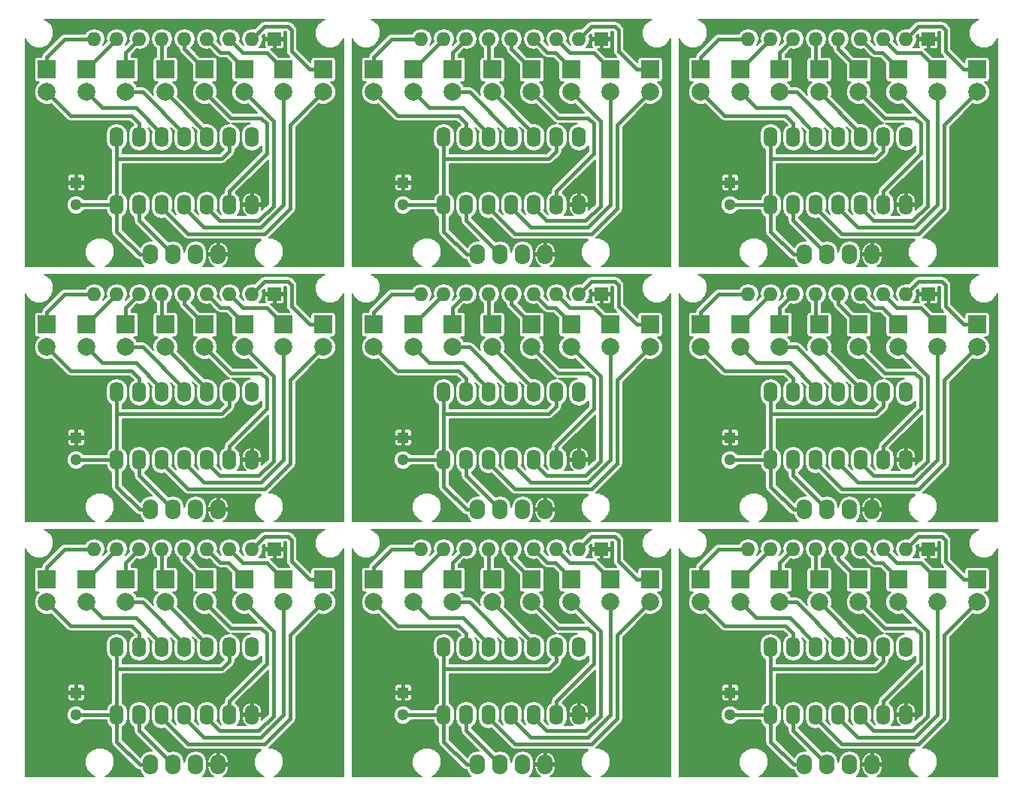
<source format=gtl>
G04 #@! TF.FileFunction,Copper,L1,Top,Signal*
%FSLAX46Y46*%
G04 Gerber Fmt 4.6, Leading zero omitted, Abs format (unit mm)*
G04 Created by KiCad (PCBNEW 4.0.5+dfsg1-4) date Fri May 29 23:18:48 2020*
%MOMM*%
%LPD*%
G01*
G04 APERTURE LIST*
%ADD10C,0.100000*%
%ADD11O,1.727200X2.300000*%
%ADD12R,1.600000X1.600000*%
%ADD13O,1.600000X1.600000*%
%ADD14R,2.000000X2.000000*%
%ADD15C,2.000000*%
%ADD16O,1.600000X2.300000*%
%ADD17R,1.300000X1.300000*%
%ADD18C,1.300000*%
%ADD19C,0.406400*%
%ADD20C,0.203200*%
G04 APERTURE END LIST*
D10*
D11*
X153035000Y-87122000D03*
X155575000Y-87122000D03*
X158115000Y-87122000D03*
X160655000Y-87122000D03*
X116205000Y-87122000D03*
X118745000Y-87122000D03*
X121285000Y-87122000D03*
X123825000Y-87122000D03*
X189865000Y-87122000D03*
X192405000Y-87122000D03*
X194945000Y-87122000D03*
X197485000Y-87122000D03*
D12*
X167005000Y-62865000D03*
D13*
X164465000Y-62865000D03*
X161925000Y-62865000D03*
X159385000Y-62865000D03*
X156845000Y-62865000D03*
X154305000Y-62865000D03*
X151765000Y-62865000D03*
X149225000Y-62865000D03*
X146685000Y-62865000D03*
D14*
X154686000Y-66294000D03*
D15*
X154686000Y-68834000D03*
D14*
X163576000Y-66294000D03*
D15*
X163576000Y-68834000D03*
D14*
X150241000Y-66294000D03*
D15*
X150241000Y-68834000D03*
D14*
X145796000Y-66294000D03*
D15*
X145796000Y-68834000D03*
D14*
X159131000Y-66294000D03*
D15*
X159131000Y-68834000D03*
D16*
X149225000Y-81534000D03*
X151765000Y-81534000D03*
X154305000Y-81534000D03*
X156845000Y-81534000D03*
X159385000Y-81534000D03*
X161925000Y-81534000D03*
X164465000Y-81534000D03*
X164465000Y-73914000D03*
X161925000Y-73914000D03*
X159385000Y-73914000D03*
X156845000Y-73914000D03*
X154305000Y-73914000D03*
X151765000Y-73914000D03*
X149225000Y-73914000D03*
D17*
X144653000Y-79034000D03*
D18*
X144653000Y-81534000D03*
D14*
X168021000Y-66294000D03*
D15*
X168021000Y-68834000D03*
D14*
X172466000Y-66294000D03*
D15*
X172466000Y-68834000D03*
D14*
X113411000Y-66294000D03*
D15*
X113411000Y-68834000D03*
D14*
X104521000Y-66294000D03*
D15*
X104521000Y-68834000D03*
D14*
X108966000Y-66294000D03*
D15*
X108966000Y-68834000D03*
D14*
X141351000Y-66294000D03*
D15*
X141351000Y-68834000D03*
D14*
X135636000Y-66294000D03*
D15*
X135636000Y-68834000D03*
D12*
X130175000Y-62865000D03*
D13*
X127635000Y-62865000D03*
X125095000Y-62865000D03*
X122555000Y-62865000D03*
X120015000Y-62865000D03*
X117475000Y-62865000D03*
X114935000Y-62865000D03*
X112395000Y-62865000D03*
X109855000Y-62865000D03*
D14*
X126746000Y-66294000D03*
D15*
X126746000Y-68834000D03*
D14*
X122301000Y-66294000D03*
D15*
X122301000Y-68834000D03*
D14*
X131191000Y-66294000D03*
D15*
X131191000Y-68834000D03*
D14*
X117856000Y-66294000D03*
D15*
X117856000Y-68834000D03*
D16*
X112395000Y-81534000D03*
X114935000Y-81534000D03*
X117475000Y-81534000D03*
X120015000Y-81534000D03*
X122555000Y-81534000D03*
X125095000Y-81534000D03*
X127635000Y-81534000D03*
X127635000Y-73914000D03*
X125095000Y-73914000D03*
X122555000Y-73914000D03*
X120015000Y-73914000D03*
X117475000Y-73914000D03*
X114935000Y-73914000D03*
X112395000Y-73914000D03*
D17*
X107823000Y-79034000D03*
D18*
X107823000Y-81534000D03*
D14*
X182626000Y-66294000D03*
D15*
X182626000Y-68834000D03*
D14*
X178181000Y-66294000D03*
D15*
X178181000Y-68834000D03*
D14*
X187071000Y-66294000D03*
D15*
X187071000Y-68834000D03*
D14*
X191516000Y-66294000D03*
D15*
X191516000Y-68834000D03*
D12*
X203835000Y-62865000D03*
D13*
X201295000Y-62865000D03*
X198755000Y-62865000D03*
X196215000Y-62865000D03*
X193675000Y-62865000D03*
X191135000Y-62865000D03*
X188595000Y-62865000D03*
X186055000Y-62865000D03*
X183515000Y-62865000D03*
D17*
X181483000Y-79034000D03*
D18*
X181483000Y-81534000D03*
D16*
X186055000Y-81534000D03*
X188595000Y-81534000D03*
X191135000Y-81534000D03*
X193675000Y-81534000D03*
X196215000Y-81534000D03*
X198755000Y-81534000D03*
X201295000Y-81534000D03*
X201295000Y-73914000D03*
X198755000Y-73914000D03*
X196215000Y-73914000D03*
X193675000Y-73914000D03*
X191135000Y-73914000D03*
X188595000Y-73914000D03*
X186055000Y-73914000D03*
D14*
X204851000Y-66294000D03*
D15*
X204851000Y-68834000D03*
D14*
X200406000Y-66294000D03*
D15*
X200406000Y-68834000D03*
D14*
X209296000Y-66294000D03*
D15*
X209296000Y-68834000D03*
D14*
X195961000Y-66294000D03*
D15*
X195961000Y-68834000D03*
D11*
X116205000Y-115824000D03*
X118745000Y-115824000D03*
X121285000Y-115824000D03*
X123825000Y-115824000D03*
X116205000Y-144526000D03*
X118745000Y-144526000D03*
X121285000Y-144526000D03*
X123825000Y-144526000D03*
D14*
X135636000Y-94996000D03*
D15*
X135636000Y-97536000D03*
D14*
X131191000Y-94996000D03*
D15*
X131191000Y-97536000D03*
D14*
X126746000Y-94996000D03*
D15*
X126746000Y-97536000D03*
D12*
X130175000Y-91567000D03*
D13*
X127635000Y-91567000D03*
X125095000Y-91567000D03*
X122555000Y-91567000D03*
X120015000Y-91567000D03*
X117475000Y-91567000D03*
X114935000Y-91567000D03*
X112395000Y-91567000D03*
X109855000Y-91567000D03*
D14*
X122301000Y-94996000D03*
D15*
X122301000Y-97536000D03*
D14*
X104521000Y-123698000D03*
D15*
X104521000Y-126238000D03*
D17*
X107823000Y-136438000D03*
D18*
X107823000Y-138938000D03*
D14*
X113411000Y-123698000D03*
D15*
X113411000Y-126238000D03*
D14*
X108966000Y-123698000D03*
D15*
X108966000Y-126238000D03*
D14*
X135636000Y-123698000D03*
D15*
X135636000Y-126238000D03*
D14*
X126746000Y-123698000D03*
D15*
X126746000Y-126238000D03*
D16*
X112395000Y-138938000D03*
X114935000Y-138938000D03*
X117475000Y-138938000D03*
X120015000Y-138938000D03*
X122555000Y-138938000D03*
X125095000Y-138938000D03*
X127635000Y-138938000D03*
X127635000Y-131318000D03*
X125095000Y-131318000D03*
X122555000Y-131318000D03*
X120015000Y-131318000D03*
X117475000Y-131318000D03*
X114935000Y-131318000D03*
X112395000Y-131318000D03*
D14*
X117856000Y-123698000D03*
D15*
X117856000Y-126238000D03*
D14*
X122301000Y-123698000D03*
D15*
X122301000Y-126238000D03*
D14*
X131191000Y-123698000D03*
D15*
X131191000Y-126238000D03*
D17*
X107823000Y-107736000D03*
D18*
X107823000Y-110236000D03*
D12*
X130175000Y-120269000D03*
D13*
X127635000Y-120269000D03*
X125095000Y-120269000D03*
X122555000Y-120269000D03*
X120015000Y-120269000D03*
X117475000Y-120269000D03*
X114935000Y-120269000D03*
X112395000Y-120269000D03*
X109855000Y-120269000D03*
D16*
X112395000Y-110236000D03*
X114935000Y-110236000D03*
X117475000Y-110236000D03*
X120015000Y-110236000D03*
X122555000Y-110236000D03*
X125095000Y-110236000D03*
X127635000Y-110236000D03*
X127635000Y-102616000D03*
X125095000Y-102616000D03*
X122555000Y-102616000D03*
X120015000Y-102616000D03*
X117475000Y-102616000D03*
X114935000Y-102616000D03*
X112395000Y-102616000D03*
D14*
X108966000Y-94996000D03*
D15*
X108966000Y-97536000D03*
D14*
X117856000Y-94996000D03*
D15*
X117856000Y-97536000D03*
D14*
X104521000Y-94996000D03*
D15*
X104521000Y-97536000D03*
D14*
X113411000Y-94996000D03*
D15*
X113411000Y-97536000D03*
D11*
X189865000Y-144526000D03*
X192405000Y-144526000D03*
X194945000Y-144526000D03*
X197485000Y-144526000D03*
X153035000Y-144526000D03*
X155575000Y-144526000D03*
X158115000Y-144526000D03*
X160655000Y-144526000D03*
D17*
X181483000Y-136438000D03*
D18*
X181483000Y-138938000D03*
D16*
X186055000Y-138938000D03*
X188595000Y-138938000D03*
X191135000Y-138938000D03*
X193675000Y-138938000D03*
X196215000Y-138938000D03*
X198755000Y-138938000D03*
X201295000Y-138938000D03*
X201295000Y-131318000D03*
X198755000Y-131318000D03*
X196215000Y-131318000D03*
X193675000Y-131318000D03*
X191135000Y-131318000D03*
X188595000Y-131318000D03*
X186055000Y-131318000D03*
X149225000Y-138938000D03*
X151765000Y-138938000D03*
X154305000Y-138938000D03*
X156845000Y-138938000D03*
X159385000Y-138938000D03*
X161925000Y-138938000D03*
X164465000Y-138938000D03*
X164465000Y-131318000D03*
X161925000Y-131318000D03*
X159385000Y-131318000D03*
X156845000Y-131318000D03*
X154305000Y-131318000D03*
X151765000Y-131318000D03*
X149225000Y-131318000D03*
D14*
X163576000Y-123698000D03*
D15*
X163576000Y-126238000D03*
D14*
X159131000Y-123698000D03*
D15*
X159131000Y-126238000D03*
D17*
X144653000Y-136438000D03*
D18*
X144653000Y-138938000D03*
D12*
X167005000Y-120269000D03*
D13*
X164465000Y-120269000D03*
X161925000Y-120269000D03*
X159385000Y-120269000D03*
X156845000Y-120269000D03*
X154305000Y-120269000D03*
X151765000Y-120269000D03*
X149225000Y-120269000D03*
X146685000Y-120269000D03*
D14*
X182626000Y-123698000D03*
D15*
X182626000Y-126238000D03*
D14*
X191516000Y-123698000D03*
D15*
X191516000Y-126238000D03*
D12*
X203835000Y-120269000D03*
D13*
X201295000Y-120269000D03*
X198755000Y-120269000D03*
X196215000Y-120269000D03*
X193675000Y-120269000D03*
X191135000Y-120269000D03*
X188595000Y-120269000D03*
X186055000Y-120269000D03*
X183515000Y-120269000D03*
D14*
X187071000Y-123698000D03*
D15*
X187071000Y-126238000D03*
D14*
X195961000Y-123698000D03*
D15*
X195961000Y-126238000D03*
D14*
X200406000Y-123698000D03*
D15*
X200406000Y-126238000D03*
D14*
X204851000Y-123698000D03*
D15*
X204851000Y-126238000D03*
D14*
X209296000Y-123698000D03*
D15*
X209296000Y-126238000D03*
D14*
X141351000Y-123698000D03*
D15*
X141351000Y-126238000D03*
D14*
X145796000Y-123698000D03*
D15*
X145796000Y-126238000D03*
D14*
X150241000Y-123698000D03*
D15*
X150241000Y-126238000D03*
D14*
X154686000Y-123698000D03*
D15*
X154686000Y-126238000D03*
D14*
X178181000Y-123698000D03*
D15*
X178181000Y-126238000D03*
D14*
X168021000Y-123698000D03*
D15*
X168021000Y-126238000D03*
D14*
X172466000Y-123698000D03*
D15*
X172466000Y-126238000D03*
D11*
X189865000Y-115824000D03*
X192405000Y-115824000D03*
X194945000Y-115824000D03*
X197485000Y-115824000D03*
D14*
X182626000Y-94996000D03*
D15*
X182626000Y-97536000D03*
D14*
X178181000Y-94996000D03*
D15*
X178181000Y-97536000D03*
D17*
X181483000Y-107736000D03*
D18*
X181483000Y-110236000D03*
D16*
X186055000Y-110236000D03*
X188595000Y-110236000D03*
X191135000Y-110236000D03*
X193675000Y-110236000D03*
X196215000Y-110236000D03*
X198755000Y-110236000D03*
X201295000Y-110236000D03*
X201295000Y-102616000D03*
X198755000Y-102616000D03*
X196215000Y-102616000D03*
X193675000Y-102616000D03*
X191135000Y-102616000D03*
X188595000Y-102616000D03*
X186055000Y-102616000D03*
D12*
X203835000Y-91567000D03*
D13*
X201295000Y-91567000D03*
X198755000Y-91567000D03*
X196215000Y-91567000D03*
X193675000Y-91567000D03*
X191135000Y-91567000D03*
X188595000Y-91567000D03*
X186055000Y-91567000D03*
X183515000Y-91567000D03*
D14*
X195961000Y-94996000D03*
D15*
X195961000Y-97536000D03*
D14*
X187071000Y-94996000D03*
D15*
X187071000Y-97536000D03*
D14*
X200406000Y-94996000D03*
D15*
X200406000Y-97536000D03*
D14*
X191516000Y-94996000D03*
D15*
X191516000Y-97536000D03*
D14*
X209296000Y-94996000D03*
D15*
X209296000Y-97536000D03*
D14*
X204851000Y-94996000D03*
D15*
X204851000Y-97536000D03*
D17*
X144653000Y-107736000D03*
D18*
X144653000Y-110236000D03*
D14*
X141351000Y-94996000D03*
D15*
X141351000Y-97536000D03*
D14*
X145796000Y-94996000D03*
D15*
X145796000Y-97536000D03*
D14*
X150241000Y-94996000D03*
D15*
X150241000Y-97536000D03*
D14*
X154686000Y-94996000D03*
D15*
X154686000Y-97536000D03*
D14*
X159131000Y-94996000D03*
D15*
X159131000Y-97536000D03*
D14*
X163576000Y-94996000D03*
D15*
X163576000Y-97536000D03*
D14*
X168021000Y-94996000D03*
D15*
X168021000Y-97536000D03*
D14*
X172466000Y-94996000D03*
D15*
X172466000Y-97536000D03*
D12*
X167005000Y-91567000D03*
D13*
X164465000Y-91567000D03*
X161925000Y-91567000D03*
X159385000Y-91567000D03*
X156845000Y-91567000D03*
X154305000Y-91567000D03*
X151765000Y-91567000D03*
X149225000Y-91567000D03*
X146685000Y-91567000D03*
D16*
X149225000Y-110236000D03*
X151765000Y-110236000D03*
X154305000Y-110236000D03*
X156845000Y-110236000D03*
X159385000Y-110236000D03*
X161925000Y-110236000D03*
X164465000Y-110236000D03*
X164465000Y-102616000D03*
X161925000Y-102616000D03*
X159385000Y-102616000D03*
X156845000Y-102616000D03*
X154305000Y-102616000D03*
X151765000Y-102616000D03*
X149225000Y-102616000D03*
D11*
X153035000Y-115824000D03*
X155575000Y-115824000D03*
X158115000Y-115824000D03*
X160655000Y-115824000D03*
D19*
X114935000Y-72357600D02*
X114078400Y-71501000D01*
X114935000Y-73914000D02*
X114935000Y-72357600D01*
X107188000Y-71501000D02*
X104521000Y-68834000D01*
X114078400Y-71501000D02*
X107188000Y-71501000D01*
X188595000Y-73914000D02*
X188595000Y-72357600D01*
X188595000Y-72357600D02*
X187738400Y-71501000D01*
X187738400Y-71501000D02*
X180848000Y-71501000D01*
X180848000Y-71501000D02*
X178181000Y-68834000D01*
X144018000Y-71501000D02*
X141351000Y-68834000D01*
X150908400Y-71501000D02*
X144018000Y-71501000D01*
X151765000Y-72357600D02*
X150908400Y-71501000D01*
X151765000Y-73914000D02*
X151765000Y-72357600D01*
X107188000Y-100203000D02*
X104521000Y-97536000D01*
X114078400Y-100203000D02*
X107188000Y-100203000D01*
X114935000Y-101059600D02*
X114078400Y-100203000D01*
X114935000Y-102616000D02*
X114935000Y-101059600D01*
X114935000Y-131318000D02*
X114935000Y-129761600D01*
X114935000Y-129761600D02*
X114078400Y-128905000D01*
X114078400Y-128905000D02*
X107188000Y-128905000D01*
X107188000Y-128905000D02*
X104521000Y-126238000D01*
X151765000Y-131318000D02*
X151765000Y-129761600D01*
X144018000Y-128905000D02*
X141351000Y-126238000D01*
X150908400Y-128905000D02*
X144018000Y-128905000D01*
X151765000Y-129761600D02*
X150908400Y-128905000D01*
X180848000Y-128905000D02*
X178181000Y-126238000D01*
X188595000Y-129761600D02*
X187738400Y-128905000D01*
X187738400Y-128905000D02*
X180848000Y-128905000D01*
X188595000Y-131318000D02*
X188595000Y-129761600D01*
X188595000Y-101059600D02*
X187738400Y-100203000D01*
X188595000Y-102616000D02*
X188595000Y-101059600D01*
X180848000Y-100203000D02*
X178181000Y-97536000D01*
X187738400Y-100203000D02*
X180848000Y-100203000D01*
X150908400Y-100203000D02*
X144018000Y-100203000D01*
X144018000Y-100203000D02*
X141351000Y-97536000D01*
X151765000Y-102616000D02*
X151765000Y-101059600D01*
X151765000Y-101059600D02*
X150908400Y-100203000D01*
X117475000Y-73914000D02*
X117475000Y-73564000D01*
X117475000Y-73564000D02*
X114523000Y-70612000D01*
X110744000Y-70612000D02*
X108966000Y-68834000D01*
X114523000Y-70612000D02*
X110744000Y-70612000D01*
X191135000Y-73914000D02*
X191135000Y-73564000D01*
X191135000Y-73564000D02*
X188183000Y-70612000D01*
X188183000Y-70612000D02*
X184404000Y-70612000D01*
X184404000Y-70612000D02*
X182626000Y-68834000D01*
X151353000Y-70612000D02*
X147574000Y-70612000D01*
X147574000Y-70612000D02*
X145796000Y-68834000D01*
X154305000Y-73564000D02*
X151353000Y-70612000D01*
X154305000Y-73914000D02*
X154305000Y-73564000D01*
X110744000Y-99314000D02*
X108966000Y-97536000D01*
X114523000Y-99314000D02*
X110744000Y-99314000D01*
X117475000Y-102266000D02*
X114523000Y-99314000D01*
X117475000Y-102616000D02*
X117475000Y-102266000D01*
X117475000Y-131318000D02*
X117475000Y-130968000D01*
X117475000Y-130968000D02*
X114523000Y-128016000D01*
X114523000Y-128016000D02*
X110744000Y-128016000D01*
X110744000Y-128016000D02*
X108966000Y-126238000D01*
X154305000Y-131318000D02*
X154305000Y-130968000D01*
X154305000Y-130968000D02*
X151353000Y-128016000D01*
X147574000Y-128016000D02*
X145796000Y-126238000D01*
X151353000Y-128016000D02*
X147574000Y-128016000D01*
X191135000Y-130968000D02*
X188183000Y-128016000D01*
X188183000Y-128016000D02*
X184404000Y-128016000D01*
X184404000Y-128016000D02*
X182626000Y-126238000D01*
X191135000Y-131318000D02*
X191135000Y-130968000D01*
X191135000Y-102616000D02*
X191135000Y-102266000D01*
X191135000Y-102266000D02*
X188183000Y-99314000D01*
X188183000Y-99314000D02*
X184404000Y-99314000D01*
X184404000Y-99314000D02*
X182626000Y-97536000D01*
X151353000Y-99314000D02*
X147574000Y-99314000D01*
X147574000Y-99314000D02*
X145796000Y-97536000D01*
X154305000Y-102616000D02*
X154305000Y-102266000D01*
X154305000Y-102266000D02*
X151353000Y-99314000D01*
X115285000Y-68834000D02*
X114825213Y-68834000D01*
X120015000Y-73564000D02*
X115285000Y-68834000D01*
X114825213Y-68834000D02*
X113411000Y-68834000D01*
X120015000Y-73914000D02*
X120015000Y-73564000D01*
X188485213Y-68834000D02*
X187071000Y-68834000D01*
X188945000Y-68834000D02*
X188485213Y-68834000D01*
X193675000Y-73564000D02*
X188945000Y-68834000D01*
X193675000Y-73914000D02*
X193675000Y-73564000D01*
X151655213Y-68834000D02*
X150241000Y-68834000D01*
X152115000Y-68834000D02*
X151655213Y-68834000D01*
X156845000Y-73564000D02*
X152115000Y-68834000D01*
X156845000Y-73914000D02*
X156845000Y-73564000D01*
X114825213Y-97536000D02*
X113411000Y-97536000D01*
X115285000Y-97536000D02*
X114825213Y-97536000D01*
X120015000Y-102266000D02*
X115285000Y-97536000D01*
X120015000Y-102616000D02*
X120015000Y-102266000D01*
X120015000Y-131318000D02*
X120015000Y-130968000D01*
X120015000Y-130968000D02*
X115285000Y-126238000D01*
X115285000Y-126238000D02*
X114825213Y-126238000D01*
X114825213Y-126238000D02*
X113411000Y-126238000D01*
X193675000Y-130968000D02*
X188945000Y-126238000D01*
X156845000Y-131318000D02*
X156845000Y-130968000D01*
X156845000Y-130968000D02*
X152115000Y-126238000D01*
X152115000Y-126238000D02*
X151655213Y-126238000D01*
X151655213Y-126238000D02*
X150241000Y-126238000D01*
X188485213Y-126238000D02*
X187071000Y-126238000D01*
X188945000Y-126238000D02*
X188485213Y-126238000D01*
X193675000Y-131318000D02*
X193675000Y-130968000D01*
X188945000Y-97536000D02*
X188485213Y-97536000D01*
X193675000Y-102266000D02*
X188945000Y-97536000D01*
X193675000Y-102616000D02*
X193675000Y-102266000D01*
X188485213Y-97536000D02*
X187071000Y-97536000D01*
X156845000Y-102616000D02*
X156845000Y-102266000D01*
X156845000Y-102266000D02*
X152115000Y-97536000D01*
X152115000Y-97536000D02*
X151655213Y-97536000D01*
X151655213Y-97536000D02*
X150241000Y-97536000D01*
X117856000Y-68834000D02*
X122555000Y-73533000D01*
X122555000Y-73533000D02*
X122555000Y-73914000D01*
X191516000Y-68834000D02*
X196215000Y-73533000D01*
X196215000Y-73533000D02*
X196215000Y-73914000D01*
X154686000Y-68834000D02*
X159385000Y-73533000D01*
X159385000Y-73533000D02*
X159385000Y-73914000D01*
X117856000Y-97536000D02*
X122555000Y-102235000D01*
X122555000Y-102235000D02*
X122555000Y-102616000D01*
X122555000Y-130937000D02*
X122555000Y-131318000D01*
X117856000Y-126238000D02*
X122555000Y-130937000D01*
X191516000Y-126238000D02*
X196215000Y-130937000D01*
X159385000Y-130937000D02*
X159385000Y-131318000D01*
X154686000Y-126238000D02*
X159385000Y-130937000D01*
X196215000Y-130937000D02*
X196215000Y-131318000D01*
X191516000Y-97536000D02*
X196215000Y-102235000D01*
X196215000Y-102235000D02*
X196215000Y-102616000D01*
X154686000Y-97536000D02*
X159385000Y-102235000D01*
X159385000Y-102235000D02*
X159385000Y-102616000D01*
X129286000Y-75786600D02*
X129286000Y-72390000D01*
X129286000Y-72390000D02*
X128651000Y-71755000D01*
X128651000Y-71755000D02*
X125730000Y-71755000D01*
X125095000Y-79977600D02*
X129286000Y-75786600D01*
X125095000Y-81534000D02*
X125095000Y-79977600D01*
X122301000Y-68834000D02*
X125222000Y-71755000D01*
X125222000Y-71755000D02*
X125730000Y-71755000D01*
X198755000Y-81534000D02*
X198755000Y-79977600D01*
X202946000Y-75786600D02*
X202946000Y-72390000D01*
X198755000Y-79977600D02*
X202946000Y-75786600D01*
X202311000Y-71755000D02*
X199390000Y-71755000D01*
X195961000Y-68834000D02*
X198882000Y-71755000D01*
X198882000Y-71755000D02*
X199390000Y-71755000D01*
X202946000Y-72390000D02*
X202311000Y-71755000D01*
X161925000Y-81534000D02*
X161925000Y-79977600D01*
X166116000Y-72390000D02*
X165481000Y-71755000D01*
X162052000Y-71755000D02*
X162560000Y-71755000D01*
X165481000Y-71755000D02*
X162560000Y-71755000D01*
X159131000Y-68834000D02*
X162052000Y-71755000D01*
X166116000Y-75786600D02*
X166116000Y-72390000D01*
X161925000Y-79977600D02*
X166116000Y-75786600D01*
X129286000Y-133190600D02*
X129286000Y-129794000D01*
X125095000Y-138938000D02*
X125095000Y-137381600D01*
X125095000Y-137381600D02*
X129286000Y-133190600D01*
X128651000Y-129159000D02*
X125730000Y-129159000D01*
X129286000Y-129794000D02*
X128651000Y-129159000D01*
X125222000Y-129159000D02*
X125730000Y-129159000D01*
X122301000Y-126238000D02*
X125222000Y-129159000D01*
X125222000Y-100457000D02*
X125730000Y-100457000D01*
X122301000Y-97536000D02*
X125222000Y-100457000D01*
X129286000Y-104488600D02*
X129286000Y-101092000D01*
X125095000Y-110236000D02*
X125095000Y-108679600D01*
X125095000Y-108679600D02*
X129286000Y-104488600D01*
X128651000Y-100457000D02*
X125730000Y-100457000D01*
X129286000Y-101092000D02*
X128651000Y-100457000D01*
X202311000Y-129159000D02*
X199390000Y-129159000D01*
X202946000Y-129794000D02*
X202311000Y-129159000D01*
X198882000Y-129159000D02*
X199390000Y-129159000D01*
X195961000Y-126238000D02*
X198882000Y-129159000D01*
X166116000Y-133190600D02*
X166116000Y-129794000D01*
X161925000Y-137381600D02*
X166116000Y-133190600D01*
X161925000Y-138938000D02*
X161925000Y-137381600D01*
X159131000Y-126238000D02*
X162052000Y-129159000D01*
X162052000Y-129159000D02*
X162560000Y-129159000D01*
X165481000Y-129159000D02*
X162560000Y-129159000D01*
X166116000Y-129794000D02*
X165481000Y-129159000D01*
X198755000Y-137381600D02*
X202946000Y-133190600D01*
X202946000Y-133190600D02*
X202946000Y-129794000D01*
X198755000Y-138938000D02*
X198755000Y-137381600D01*
X202946000Y-101092000D02*
X202311000Y-100457000D01*
X202946000Y-104488600D02*
X202946000Y-101092000D01*
X198755000Y-110236000D02*
X198755000Y-108679600D01*
X198755000Y-108679600D02*
X202946000Y-104488600D01*
X198882000Y-100457000D02*
X199390000Y-100457000D01*
X195961000Y-97536000D02*
X198882000Y-100457000D01*
X202311000Y-100457000D02*
X199390000Y-100457000D01*
X165481000Y-100457000D02*
X162560000Y-100457000D01*
X159131000Y-97536000D02*
X162052000Y-100457000D01*
X162052000Y-100457000D02*
X162560000Y-100457000D01*
X166116000Y-101092000D02*
X165481000Y-100457000D01*
X166116000Y-104488600D02*
X166116000Y-101092000D01*
X161925000Y-110236000D02*
X161925000Y-108679600D01*
X161925000Y-108679600D02*
X166116000Y-104488600D01*
X122555000Y-81534000D02*
X122555000Y-81884000D01*
X122555000Y-81884000D02*
X123983000Y-83312000D01*
X130048000Y-72136000D02*
X126746000Y-68834000D01*
X128397000Y-83312000D02*
X130048000Y-81661000D01*
X123983000Y-83312000D02*
X128397000Y-83312000D01*
X130048000Y-81661000D02*
X130048000Y-72136000D01*
X196215000Y-81534000D02*
X196215000Y-81884000D01*
X203708000Y-81661000D02*
X203708000Y-72136000D01*
X197643000Y-83312000D02*
X202057000Y-83312000D01*
X202057000Y-83312000D02*
X203708000Y-81661000D01*
X196215000Y-81884000D02*
X197643000Y-83312000D01*
X203708000Y-72136000D02*
X200406000Y-68834000D01*
X165227000Y-83312000D02*
X166878000Y-81661000D01*
X166878000Y-72136000D02*
X163576000Y-68834000D01*
X159385000Y-81534000D02*
X159385000Y-81884000D01*
X160813000Y-83312000D02*
X165227000Y-83312000D01*
X159385000Y-81884000D02*
X160813000Y-83312000D01*
X166878000Y-81661000D02*
X166878000Y-72136000D01*
X130048000Y-139065000D02*
X130048000Y-129540000D01*
X122555000Y-138938000D02*
X122555000Y-139288000D01*
X122555000Y-139288000D02*
X123983000Y-140716000D01*
X128397000Y-140716000D02*
X130048000Y-139065000D01*
X123983000Y-140716000D02*
X128397000Y-140716000D01*
X122555000Y-110236000D02*
X122555000Y-110586000D01*
X122555000Y-110586000D02*
X123983000Y-112014000D01*
X130048000Y-129540000D02*
X126746000Y-126238000D01*
X128397000Y-112014000D02*
X130048000Y-110363000D01*
X123983000Y-112014000D02*
X128397000Y-112014000D01*
X130048000Y-110363000D02*
X130048000Y-100838000D01*
X130048000Y-100838000D02*
X126746000Y-97536000D01*
X203708000Y-129540000D02*
X200406000Y-126238000D01*
X165227000Y-140716000D02*
X166878000Y-139065000D01*
X166878000Y-139065000D02*
X166878000Y-129540000D01*
X160813000Y-140716000D02*
X165227000Y-140716000D01*
X159385000Y-138938000D02*
X159385000Y-139288000D01*
X159385000Y-139288000D02*
X160813000Y-140716000D01*
X166878000Y-129540000D02*
X163576000Y-126238000D01*
X203708000Y-139065000D02*
X203708000Y-129540000D01*
X197643000Y-140716000D02*
X202057000Y-140716000D01*
X196215000Y-139288000D02*
X197643000Y-140716000D01*
X202057000Y-140716000D02*
X203708000Y-139065000D01*
X196215000Y-138938000D02*
X196215000Y-139288000D01*
X203708000Y-100838000D02*
X200406000Y-97536000D01*
X196215000Y-110586000D02*
X197643000Y-112014000D01*
X196215000Y-110236000D02*
X196215000Y-110586000D01*
X202057000Y-112014000D02*
X203708000Y-110363000D01*
X197643000Y-112014000D02*
X202057000Y-112014000D01*
X203708000Y-110363000D02*
X203708000Y-100838000D01*
X166878000Y-110363000D02*
X166878000Y-100838000D01*
X166878000Y-100838000D02*
X163576000Y-97536000D01*
X165227000Y-112014000D02*
X166878000Y-110363000D01*
X160813000Y-112014000D02*
X165227000Y-112014000D01*
X159385000Y-110586000D02*
X160813000Y-112014000D01*
X159385000Y-110236000D02*
X159385000Y-110586000D01*
X120015000Y-81534000D02*
X120015000Y-81884000D01*
X131191000Y-81534000D02*
X131191000Y-68834000D01*
X128651000Y-84074000D02*
X131191000Y-81534000D01*
X122205000Y-84074000D02*
X128651000Y-84074000D01*
X120015000Y-81884000D02*
X122205000Y-84074000D01*
X193675000Y-81884000D02*
X195865000Y-84074000D01*
X195865000Y-84074000D02*
X202311000Y-84074000D01*
X193675000Y-81534000D02*
X193675000Y-81884000D01*
X204851000Y-81534000D02*
X204851000Y-68834000D01*
X202311000Y-84074000D02*
X204851000Y-81534000D01*
X168021000Y-81534000D02*
X168021000Y-68834000D01*
X156845000Y-81534000D02*
X156845000Y-81884000D01*
X156845000Y-81884000D02*
X159035000Y-84074000D01*
X165481000Y-84074000D02*
X168021000Y-81534000D01*
X159035000Y-84074000D02*
X165481000Y-84074000D01*
X131191000Y-138938000D02*
X131191000Y-126238000D01*
X120015000Y-138938000D02*
X120015000Y-139288000D01*
X120015000Y-139288000D02*
X122205000Y-141478000D01*
X128651000Y-141478000D02*
X131191000Y-138938000D01*
X122205000Y-141478000D02*
X128651000Y-141478000D01*
X120015000Y-110586000D02*
X122205000Y-112776000D01*
X120015000Y-110236000D02*
X120015000Y-110586000D01*
X122205000Y-112776000D02*
X128651000Y-112776000D01*
X128651000Y-112776000D02*
X131191000Y-110236000D01*
X131191000Y-110236000D02*
X131191000Y-97536000D01*
X204851000Y-138938000D02*
X204851000Y-126238000D01*
X168021000Y-138938000D02*
X168021000Y-126238000D01*
X165481000Y-141478000D02*
X168021000Y-138938000D01*
X159035000Y-141478000D02*
X165481000Y-141478000D01*
X156845000Y-139288000D02*
X159035000Y-141478000D01*
X156845000Y-138938000D02*
X156845000Y-139288000D01*
X202311000Y-141478000D02*
X204851000Y-138938000D01*
X193675000Y-139288000D02*
X195865000Y-141478000D01*
X195865000Y-141478000D02*
X202311000Y-141478000D01*
X193675000Y-138938000D02*
X193675000Y-139288000D01*
X193675000Y-110586000D02*
X195865000Y-112776000D01*
X193675000Y-110236000D02*
X193675000Y-110586000D01*
X202311000Y-112776000D02*
X204851000Y-110236000D01*
X195865000Y-112776000D02*
X202311000Y-112776000D01*
X204851000Y-110236000D02*
X204851000Y-97536000D01*
X156845000Y-110236000D02*
X156845000Y-110586000D01*
X156845000Y-110586000D02*
X159035000Y-112776000D01*
X159035000Y-112776000D02*
X165481000Y-112776000D01*
X165481000Y-112776000D02*
X168021000Y-110236000D01*
X168021000Y-110236000D02*
X168021000Y-97536000D01*
X117475000Y-81884000D02*
X117475000Y-81534000D01*
X129032000Y-84836000D02*
X120427000Y-84836000D01*
X120427000Y-84836000D02*
X117475000Y-81884000D01*
X131953000Y-72517000D02*
X131953000Y-81915000D01*
X135636000Y-68834000D02*
X131953000Y-72517000D01*
X131953000Y-81915000D02*
X129032000Y-84836000D01*
X209296000Y-68834000D02*
X205613000Y-72517000D01*
X194087000Y-84836000D02*
X191135000Y-81884000D01*
X191135000Y-81884000D02*
X191135000Y-81534000D01*
X205613000Y-72517000D02*
X205613000Y-81915000D01*
X202692000Y-84836000D02*
X194087000Y-84836000D01*
X205613000Y-81915000D02*
X202692000Y-84836000D01*
X172466000Y-68834000D02*
X168783000Y-72517000D01*
X154305000Y-81884000D02*
X154305000Y-81534000D01*
X157257000Y-84836000D02*
X154305000Y-81884000D01*
X168783000Y-81915000D02*
X165862000Y-84836000D01*
X165862000Y-84836000D02*
X157257000Y-84836000D01*
X168783000Y-72517000D02*
X168783000Y-81915000D01*
X131953000Y-129921000D02*
X131953000Y-139319000D01*
X129032000Y-142240000D02*
X120427000Y-142240000D01*
X117475000Y-139288000D02*
X117475000Y-138938000D01*
X120427000Y-142240000D02*
X117475000Y-139288000D01*
X131953000Y-139319000D02*
X129032000Y-142240000D01*
X120427000Y-113538000D02*
X117475000Y-110586000D01*
X117475000Y-110586000D02*
X117475000Y-110236000D01*
X135636000Y-126238000D02*
X131953000Y-129921000D01*
X129032000Y-113538000D02*
X120427000Y-113538000D01*
X131953000Y-110617000D02*
X129032000Y-113538000D01*
X131953000Y-101219000D02*
X131953000Y-110617000D01*
X135636000Y-97536000D02*
X131953000Y-101219000D01*
X209296000Y-126238000D02*
X205613000Y-129921000D01*
X168783000Y-139319000D02*
X165862000Y-142240000D01*
X165862000Y-142240000D02*
X157257000Y-142240000D01*
X157257000Y-142240000D02*
X154305000Y-139288000D01*
X154305000Y-139288000D02*
X154305000Y-138938000D01*
X168783000Y-129921000D02*
X168783000Y-139319000D01*
X172466000Y-126238000D02*
X168783000Y-129921000D01*
X205613000Y-129921000D02*
X205613000Y-139319000D01*
X205613000Y-139319000D02*
X202692000Y-142240000D01*
X202692000Y-142240000D02*
X194087000Y-142240000D01*
X191135000Y-139288000D02*
X191135000Y-138938000D01*
X194087000Y-142240000D02*
X191135000Y-139288000D01*
X202692000Y-113538000D02*
X194087000Y-113538000D01*
X205613000Y-110617000D02*
X202692000Y-113538000D01*
X209296000Y-97536000D02*
X205613000Y-101219000D01*
X205613000Y-101219000D02*
X205613000Y-110617000D01*
X194087000Y-113538000D02*
X191135000Y-110586000D01*
X191135000Y-110586000D02*
X191135000Y-110236000D01*
X172466000Y-97536000D02*
X168783000Y-101219000D01*
X168783000Y-101219000D02*
X168783000Y-110617000D01*
X168783000Y-110617000D02*
X165862000Y-113538000D01*
X165862000Y-113538000D02*
X157257000Y-113538000D01*
X157257000Y-113538000D02*
X154305000Y-110586000D01*
X154305000Y-110586000D02*
X154305000Y-110236000D01*
X112395000Y-73914000D02*
X112395000Y-76327000D01*
X112395000Y-81534000D02*
X111188600Y-81534000D01*
X112395000Y-76327000D02*
X112395000Y-81534000D01*
X125095000Y-73914000D02*
X125095000Y-75470400D01*
X125095000Y-75470400D02*
X124238400Y-76327000D01*
X114948600Y-87122000D02*
X116205000Y-87122000D01*
X112395000Y-84568400D02*
X114948600Y-87122000D01*
X112395000Y-81534000D02*
X112395000Y-84568400D01*
X124238400Y-76327000D02*
X112395000Y-76327000D01*
X111188600Y-81534000D02*
X107823000Y-81534000D01*
X198755000Y-75470400D02*
X197898400Y-76327000D01*
X198755000Y-73914000D02*
X198755000Y-75470400D01*
X186055000Y-76327000D02*
X186055000Y-81534000D01*
X186055000Y-81534000D02*
X184848600Y-81534000D01*
X184848600Y-81534000D02*
X181483000Y-81534000D01*
X197898400Y-76327000D02*
X186055000Y-76327000D01*
X186055000Y-73914000D02*
X186055000Y-76327000D01*
X186055000Y-81534000D02*
X186055000Y-84568400D01*
X186055000Y-84568400D02*
X188608600Y-87122000D01*
X188608600Y-87122000D02*
X189865000Y-87122000D01*
X149225000Y-81534000D02*
X149225000Y-84568400D01*
X149225000Y-76327000D02*
X149225000Y-81534000D01*
X149225000Y-81534000D02*
X148018600Y-81534000D01*
X148018600Y-81534000D02*
X144653000Y-81534000D01*
X151778600Y-87122000D02*
X153035000Y-87122000D01*
X149225000Y-84568400D02*
X151778600Y-87122000D01*
X161068400Y-76327000D02*
X149225000Y-76327000D01*
X149225000Y-73914000D02*
X149225000Y-76327000D01*
X161925000Y-73914000D02*
X161925000Y-75470400D01*
X161925000Y-75470400D02*
X161068400Y-76327000D01*
X125095000Y-131318000D02*
X125095000Y-132874400D01*
X124238400Y-133731000D02*
X112395000Y-133731000D01*
X114948600Y-144526000D02*
X116205000Y-144526000D01*
X112395000Y-138938000D02*
X112395000Y-141972400D01*
X112395000Y-141972400D02*
X114948600Y-144526000D01*
X125095000Y-132874400D02*
X124238400Y-133731000D01*
X112395000Y-138938000D02*
X111188600Y-138938000D01*
X112395000Y-133731000D02*
X112395000Y-138938000D01*
X111188600Y-138938000D02*
X107823000Y-138938000D01*
X112395000Y-131318000D02*
X112395000Y-133731000D01*
X125095000Y-104172400D02*
X124238400Y-105029000D01*
X125095000Y-102616000D02*
X125095000Y-104172400D01*
X112395000Y-102616000D02*
X112395000Y-105029000D01*
X124238400Y-105029000D02*
X112395000Y-105029000D01*
X112395000Y-105029000D02*
X112395000Y-110236000D01*
X114948600Y-115824000D02*
X116205000Y-115824000D01*
X111188600Y-110236000D02*
X107823000Y-110236000D01*
X112395000Y-113270400D02*
X114948600Y-115824000D01*
X112395000Y-110236000D02*
X112395000Y-113270400D01*
X112395000Y-110236000D02*
X111188600Y-110236000D01*
X186055000Y-138938000D02*
X186055000Y-141972400D01*
X186055000Y-141972400D02*
X188608600Y-144526000D01*
X197898400Y-133731000D02*
X186055000Y-133731000D01*
X161068400Y-133731000D02*
X149225000Y-133731000D01*
X149225000Y-138938000D02*
X148018600Y-138938000D01*
X149225000Y-131318000D02*
X149225000Y-133731000D01*
X148018600Y-138938000D02*
X144653000Y-138938000D01*
X149225000Y-133731000D02*
X149225000Y-138938000D01*
X161925000Y-131318000D02*
X161925000Y-132874400D01*
X161925000Y-132874400D02*
X161068400Y-133731000D01*
X149225000Y-141972400D02*
X151778600Y-144526000D01*
X151778600Y-144526000D02*
X153035000Y-144526000D01*
X149225000Y-138938000D02*
X149225000Y-141972400D01*
X186055000Y-133731000D02*
X186055000Y-138938000D01*
X186055000Y-131318000D02*
X186055000Y-133731000D01*
X184848600Y-138938000D02*
X181483000Y-138938000D01*
X186055000Y-138938000D02*
X184848600Y-138938000D01*
X198755000Y-131318000D02*
X198755000Y-132874400D01*
X198755000Y-132874400D02*
X197898400Y-133731000D01*
X188608600Y-144526000D02*
X189865000Y-144526000D01*
X198755000Y-102616000D02*
X198755000Y-104172400D01*
X198755000Y-104172400D02*
X197898400Y-105029000D01*
X186055000Y-105029000D02*
X186055000Y-110236000D01*
X197898400Y-105029000D02*
X186055000Y-105029000D01*
X186055000Y-113270400D02*
X188608600Y-115824000D01*
X186055000Y-110236000D02*
X186055000Y-113270400D01*
X188608600Y-115824000D02*
X189865000Y-115824000D01*
X184848600Y-110236000D02*
X181483000Y-110236000D01*
X186055000Y-110236000D02*
X184848600Y-110236000D01*
X186055000Y-102616000D02*
X186055000Y-105029000D01*
X149225000Y-110236000D02*
X149225000Y-113270400D01*
X149225000Y-113270400D02*
X151778600Y-115824000D01*
X151778600Y-115824000D02*
X153035000Y-115824000D01*
X149225000Y-102616000D02*
X149225000Y-105029000D01*
X149225000Y-105029000D02*
X149225000Y-110236000D01*
X161925000Y-104172400D02*
X161068400Y-105029000D01*
X161925000Y-102616000D02*
X161925000Y-104172400D01*
X161068400Y-105029000D02*
X149225000Y-105029000D01*
X149225000Y-110236000D02*
X148018600Y-110236000D01*
X148018600Y-110236000D02*
X144653000Y-110236000D01*
X114935000Y-81534000D02*
X114935000Y-83312000D01*
X114935000Y-83312000D02*
X118745000Y-87122000D01*
X188595000Y-83312000D02*
X192405000Y-87122000D01*
X188595000Y-81534000D02*
X188595000Y-83312000D01*
X151765000Y-81534000D02*
X151765000Y-83312000D01*
X151765000Y-83312000D02*
X155575000Y-87122000D01*
X114935000Y-138938000D02*
X114935000Y-140716000D01*
X114935000Y-140716000D02*
X118745000Y-144526000D01*
X114935000Y-112014000D02*
X118745000Y-115824000D01*
X114935000Y-110236000D02*
X114935000Y-112014000D01*
X151765000Y-140716000D02*
X155575000Y-144526000D01*
X151765000Y-138938000D02*
X151765000Y-140716000D01*
X188595000Y-138938000D02*
X188595000Y-140716000D01*
X188595000Y-140716000D02*
X192405000Y-144526000D01*
X188595000Y-112014000D02*
X192405000Y-115824000D01*
X188595000Y-110236000D02*
X188595000Y-112014000D01*
X151765000Y-110236000D02*
X151765000Y-112014000D01*
X151765000Y-112014000D02*
X155575000Y-115824000D01*
X109855000Y-62865000D02*
X106543600Y-62865000D01*
X106543600Y-62865000D02*
X104521000Y-64887600D01*
X104521000Y-64887600D02*
X104521000Y-66294000D01*
X178181000Y-64887600D02*
X178181000Y-66294000D01*
X180203600Y-62865000D02*
X178181000Y-64887600D01*
X183515000Y-62865000D02*
X180203600Y-62865000D01*
X141351000Y-64887600D02*
X141351000Y-66294000D01*
X146685000Y-62865000D02*
X143373600Y-62865000D01*
X143373600Y-62865000D02*
X141351000Y-64887600D01*
X106543600Y-91567000D02*
X104521000Y-93589600D01*
X109855000Y-91567000D02*
X106543600Y-91567000D01*
X104521000Y-93589600D02*
X104521000Y-94996000D01*
X104521000Y-122291600D02*
X104521000Y-123698000D01*
X106543600Y-120269000D02*
X104521000Y-122291600D01*
X109855000Y-120269000D02*
X106543600Y-120269000D01*
X146685000Y-120269000D02*
X143373600Y-120269000D01*
X141351000Y-122291600D02*
X141351000Y-123698000D01*
X143373600Y-120269000D02*
X141351000Y-122291600D01*
X178181000Y-122291600D02*
X178181000Y-123698000D01*
X180203600Y-120269000D02*
X178181000Y-122291600D01*
X183515000Y-120269000D02*
X180203600Y-120269000D01*
X178181000Y-93589600D02*
X178181000Y-94996000D01*
X180203600Y-91567000D02*
X178181000Y-93589600D01*
X183515000Y-91567000D02*
X180203600Y-91567000D01*
X146685000Y-91567000D02*
X143373600Y-91567000D01*
X143373600Y-91567000D02*
X141351000Y-93589600D01*
X141351000Y-93589600D02*
X141351000Y-94996000D01*
X112395000Y-62865000D02*
X111595001Y-63664999D01*
X111595001Y-63664999D02*
X108966000Y-66294000D01*
X185255001Y-63664999D02*
X182626000Y-66294000D01*
X186055000Y-62865000D02*
X185255001Y-63664999D01*
X148425001Y-63664999D02*
X145796000Y-66294000D01*
X149225000Y-62865000D02*
X148425001Y-63664999D01*
X112395000Y-91567000D02*
X111595001Y-92366999D01*
X111595001Y-92366999D02*
X108966000Y-94996000D01*
X112395000Y-120269000D02*
X111595001Y-121068999D01*
X111595001Y-121068999D02*
X108966000Y-123698000D01*
X149225000Y-120269000D02*
X148425001Y-121068999D01*
X148425001Y-121068999D02*
X145796000Y-123698000D01*
X186055000Y-120269000D02*
X185255001Y-121068999D01*
X185255001Y-121068999D02*
X182626000Y-123698000D01*
X185255001Y-92366999D02*
X182626000Y-94996000D01*
X186055000Y-91567000D02*
X185255001Y-92366999D01*
X149225000Y-91567000D02*
X148425001Y-92366999D01*
X148425001Y-92366999D02*
X145796000Y-94996000D01*
X114935000Y-62865000D02*
X113411000Y-64389000D01*
X113411000Y-64389000D02*
X113411000Y-66294000D01*
X188595000Y-62865000D02*
X187071000Y-64389000D01*
X187071000Y-64389000D02*
X187071000Y-66294000D01*
X151765000Y-62865000D02*
X150241000Y-64389000D01*
X150241000Y-64389000D02*
X150241000Y-66294000D01*
X114935000Y-91567000D02*
X113411000Y-93091000D01*
X113411000Y-93091000D02*
X113411000Y-94996000D01*
X114935000Y-120269000D02*
X113411000Y-121793000D01*
X113411000Y-121793000D02*
X113411000Y-123698000D01*
X151765000Y-120269000D02*
X150241000Y-121793000D01*
X150241000Y-121793000D02*
X150241000Y-123698000D01*
X187071000Y-121793000D02*
X187071000Y-123698000D01*
X188595000Y-120269000D02*
X187071000Y-121793000D01*
X187071000Y-93091000D02*
X187071000Y-94996000D01*
X188595000Y-91567000D02*
X187071000Y-93091000D01*
X151765000Y-91567000D02*
X150241000Y-93091000D01*
X150241000Y-93091000D02*
X150241000Y-94996000D01*
X117475000Y-65913000D02*
X117856000Y-66294000D01*
X117475000Y-62865000D02*
X117475000Y-65913000D01*
X191135000Y-62865000D02*
X191135000Y-65913000D01*
X191135000Y-65913000D02*
X191516000Y-66294000D01*
X154305000Y-62865000D02*
X154305000Y-65913000D01*
X154305000Y-65913000D02*
X154686000Y-66294000D01*
X117475000Y-120269000D02*
X117475000Y-123317000D01*
X117475000Y-123317000D02*
X117856000Y-123698000D01*
X117475000Y-91567000D02*
X117475000Y-94615000D01*
X117475000Y-94615000D02*
X117856000Y-94996000D01*
X191135000Y-123317000D02*
X191516000Y-123698000D01*
X154305000Y-120269000D02*
X154305000Y-123317000D01*
X154305000Y-123317000D02*
X154686000Y-123698000D01*
X191135000Y-120269000D02*
X191135000Y-123317000D01*
X191135000Y-94615000D02*
X191516000Y-94996000D01*
X191135000Y-91567000D02*
X191135000Y-94615000D01*
X154305000Y-91567000D02*
X154305000Y-94615000D01*
X154305000Y-94615000D02*
X154686000Y-94996000D01*
X120015000Y-64008000D02*
X120015000Y-62865000D01*
X122301000Y-66294000D02*
X120015000Y-64008000D01*
X193675000Y-64008000D02*
X193675000Y-62865000D01*
X195961000Y-66294000D02*
X193675000Y-64008000D01*
X159131000Y-66294000D02*
X156845000Y-64008000D01*
X156845000Y-64008000D02*
X156845000Y-62865000D01*
X122301000Y-123698000D02*
X120015000Y-121412000D01*
X120015000Y-121412000D02*
X120015000Y-120269000D01*
X120015000Y-92710000D02*
X120015000Y-91567000D01*
X122301000Y-94996000D02*
X120015000Y-92710000D01*
X195961000Y-123698000D02*
X193675000Y-121412000D01*
X193675000Y-121412000D02*
X193675000Y-120269000D01*
X159131000Y-123698000D02*
X156845000Y-121412000D01*
X156845000Y-121412000D02*
X156845000Y-120269000D01*
X193675000Y-92710000D02*
X193675000Y-91567000D01*
X195961000Y-94996000D02*
X193675000Y-92710000D01*
X159131000Y-94996000D02*
X156845000Y-92710000D01*
X156845000Y-92710000D02*
X156845000Y-91567000D01*
X126746000Y-66167000D02*
X124968000Y-64389000D01*
X124079000Y-64389000D02*
X122555000Y-62865000D01*
X124968000Y-64389000D02*
X124079000Y-64389000D01*
X126746000Y-66294000D02*
X126746000Y-66167000D01*
X200406000Y-66167000D02*
X198628000Y-64389000D01*
X197739000Y-64389000D02*
X196215000Y-62865000D01*
X198628000Y-64389000D02*
X197739000Y-64389000D01*
X200406000Y-66294000D02*
X200406000Y-66167000D01*
X163576000Y-66167000D02*
X161798000Y-64389000D01*
X160909000Y-64389000D02*
X159385000Y-62865000D01*
X161798000Y-64389000D02*
X160909000Y-64389000D01*
X163576000Y-66294000D02*
X163576000Y-66167000D01*
X126746000Y-123571000D02*
X124968000Y-121793000D01*
X126746000Y-123698000D02*
X126746000Y-123571000D01*
X124079000Y-121793000D02*
X122555000Y-120269000D01*
X124968000Y-121793000D02*
X124079000Y-121793000D01*
X126746000Y-94869000D02*
X124968000Y-93091000D01*
X124968000Y-93091000D02*
X124079000Y-93091000D01*
X126746000Y-94996000D02*
X126746000Y-94869000D01*
X124079000Y-93091000D02*
X122555000Y-91567000D01*
X197739000Y-121793000D02*
X196215000Y-120269000D01*
X200406000Y-123571000D02*
X198628000Y-121793000D01*
X198628000Y-121793000D02*
X197739000Y-121793000D01*
X200406000Y-123698000D02*
X200406000Y-123571000D01*
X163576000Y-123698000D02*
X163576000Y-123571000D01*
X160909000Y-121793000D02*
X159385000Y-120269000D01*
X163576000Y-123571000D02*
X161798000Y-121793000D01*
X161798000Y-121793000D02*
X160909000Y-121793000D01*
X200406000Y-94996000D02*
X200406000Y-94869000D01*
X200406000Y-94869000D02*
X198628000Y-93091000D01*
X198628000Y-93091000D02*
X197739000Y-93091000D01*
X197739000Y-93091000D02*
X196215000Y-91567000D01*
X161798000Y-93091000D02*
X160909000Y-93091000D01*
X160909000Y-93091000D02*
X159385000Y-91567000D01*
X163576000Y-94869000D02*
X161798000Y-93091000D01*
X163576000Y-94996000D02*
X163576000Y-94869000D01*
X125095000Y-62865000D02*
X126619000Y-64389000D01*
X126619000Y-64389000D02*
X129286000Y-64389000D01*
X129286000Y-64389000D02*
X131191000Y-66294000D01*
X198755000Y-62865000D02*
X200279000Y-64389000D01*
X200279000Y-64389000D02*
X202946000Y-64389000D01*
X202946000Y-64389000D02*
X204851000Y-66294000D01*
X161925000Y-62865000D02*
X163449000Y-64389000D01*
X166116000Y-64389000D02*
X168021000Y-66294000D01*
X163449000Y-64389000D02*
X166116000Y-64389000D01*
X125095000Y-120269000D02*
X126619000Y-121793000D01*
X129286000Y-121793000D02*
X131191000Y-123698000D01*
X126619000Y-121793000D02*
X129286000Y-121793000D01*
X125095000Y-91567000D02*
X126619000Y-93091000D01*
X129286000Y-93091000D02*
X131191000Y-94996000D01*
X126619000Y-93091000D02*
X129286000Y-93091000D01*
X200279000Y-121793000D02*
X202946000Y-121793000D01*
X202946000Y-121793000D02*
X204851000Y-123698000D01*
X198755000Y-120269000D02*
X200279000Y-121793000D01*
X161925000Y-120269000D02*
X163449000Y-121793000D01*
X166116000Y-121793000D02*
X168021000Y-123698000D01*
X163449000Y-121793000D02*
X166116000Y-121793000D01*
X200279000Y-93091000D02*
X202946000Y-93091000D01*
X202946000Y-93091000D02*
X204851000Y-94996000D01*
X198755000Y-91567000D02*
X200279000Y-93091000D01*
X161925000Y-91567000D02*
X163449000Y-93091000D01*
X163449000Y-93091000D02*
X166116000Y-93091000D01*
X166116000Y-93091000D02*
X168021000Y-94996000D01*
X129032000Y-61468000D02*
X131699000Y-61468000D01*
X127635000Y-62865000D02*
X129032000Y-61468000D01*
X131699000Y-61468000D02*
X132080000Y-61849000D01*
X132080000Y-61849000D02*
X132080000Y-64262000D01*
X132080000Y-64262000D02*
X134112000Y-66294000D01*
X134112000Y-66294000D02*
X135636000Y-66294000D01*
X207772000Y-66294000D02*
X209296000Y-66294000D01*
X205740000Y-64262000D02*
X207772000Y-66294000D01*
X205740000Y-61849000D02*
X205740000Y-64262000D01*
X202692000Y-61468000D02*
X205359000Y-61468000D01*
X205359000Y-61468000D02*
X205740000Y-61849000D01*
X201295000Y-62865000D02*
X202692000Y-61468000D01*
X168910000Y-64262000D02*
X170942000Y-66294000D01*
X170942000Y-66294000D02*
X172466000Y-66294000D01*
X168910000Y-61849000D02*
X168910000Y-64262000D01*
X168529000Y-61468000D02*
X168910000Y-61849000D01*
X165862000Y-61468000D02*
X168529000Y-61468000D01*
X164465000Y-62865000D02*
X165862000Y-61468000D01*
X127635000Y-91567000D02*
X129032000Y-90170000D01*
X129032000Y-90170000D02*
X131699000Y-90170000D01*
X131699000Y-90170000D02*
X132080000Y-90551000D01*
X132080000Y-90551000D02*
X132080000Y-92964000D01*
X129032000Y-118872000D02*
X131699000Y-118872000D01*
X131699000Y-118872000D02*
X132080000Y-119253000D01*
X132080000Y-119253000D02*
X132080000Y-121666000D01*
X132080000Y-121666000D02*
X134112000Y-123698000D01*
X134112000Y-123698000D02*
X135636000Y-123698000D01*
X127635000Y-120269000D02*
X129032000Y-118872000D01*
X132080000Y-92964000D02*
X134112000Y-94996000D01*
X134112000Y-94996000D02*
X135636000Y-94996000D01*
X207772000Y-123698000D02*
X209296000Y-123698000D01*
X205740000Y-121666000D02*
X207772000Y-123698000D01*
X205740000Y-119253000D02*
X205740000Y-121666000D01*
X201295000Y-120269000D02*
X202692000Y-118872000D01*
X202692000Y-118872000D02*
X205359000Y-118872000D01*
X205359000Y-118872000D02*
X205740000Y-119253000D01*
X165862000Y-118872000D02*
X168529000Y-118872000D01*
X164465000Y-120269000D02*
X165862000Y-118872000D01*
X168529000Y-118872000D02*
X168910000Y-119253000D01*
X168910000Y-119253000D02*
X168910000Y-121666000D01*
X170942000Y-123698000D02*
X172466000Y-123698000D01*
X168910000Y-121666000D02*
X170942000Y-123698000D01*
X207772000Y-94996000D02*
X209296000Y-94996000D01*
X205740000Y-92964000D02*
X207772000Y-94996000D01*
X205740000Y-90551000D02*
X205740000Y-92964000D01*
X201295000Y-91567000D02*
X202692000Y-90170000D01*
X202692000Y-90170000D02*
X205359000Y-90170000D01*
X205359000Y-90170000D02*
X205740000Y-90551000D01*
X164465000Y-91567000D02*
X165862000Y-90170000D01*
X165862000Y-90170000D02*
X168529000Y-90170000D01*
X168529000Y-90170000D02*
X168910000Y-90551000D01*
X168910000Y-90551000D02*
X168910000Y-92964000D01*
X168910000Y-92964000D02*
X170942000Y-94996000D01*
X170942000Y-94996000D02*
X172466000Y-94996000D01*
D20*
G36*
X164003331Y-101120940D02*
X163611946Y-101382454D01*
X163350432Y-101773839D01*
X163258600Y-102235508D01*
X163258600Y-102996492D01*
X163350432Y-103458161D01*
X163611946Y-103849546D01*
X164003331Y-104111060D01*
X164465000Y-104202892D01*
X164926669Y-104111060D01*
X165318054Y-103849546D01*
X165506400Y-103567665D01*
X165506400Y-104236096D01*
X161493948Y-108248548D01*
X161361803Y-108446316D01*
X161315400Y-108679600D01*
X161315400Y-108839784D01*
X161071946Y-109002454D01*
X160810432Y-109393839D01*
X160718600Y-109855508D01*
X160718600Y-110616492D01*
X160810432Y-111078161D01*
X160953735Y-111292631D01*
X160539336Y-110878232D01*
X160591400Y-110616492D01*
X160591400Y-109855508D01*
X160499568Y-109393839D01*
X160238054Y-109002454D01*
X159846669Y-108740940D01*
X159385000Y-108649108D01*
X158923331Y-108740940D01*
X158531946Y-109002454D01*
X158270432Y-109393839D01*
X158178600Y-109855508D01*
X158178600Y-110616492D01*
X158270432Y-111078161D01*
X158413736Y-111292631D01*
X157999336Y-110878232D01*
X158051400Y-110616492D01*
X158051400Y-109855508D01*
X157959568Y-109393839D01*
X157698054Y-109002454D01*
X157306669Y-108740940D01*
X156845000Y-108649108D01*
X156383331Y-108740940D01*
X155991946Y-109002454D01*
X155730432Y-109393839D01*
X155638600Y-109855508D01*
X155638600Y-110616492D01*
X155730432Y-111078161D01*
X155873735Y-111292631D01*
X155459336Y-110878232D01*
X155511400Y-110616492D01*
X155511400Y-109855508D01*
X155419568Y-109393839D01*
X155158054Y-109002454D01*
X154766669Y-108740940D01*
X154305000Y-108649108D01*
X153843331Y-108740940D01*
X153451946Y-109002454D01*
X153190432Y-109393839D01*
X153098600Y-109855508D01*
X153098600Y-110616492D01*
X153190432Y-111078161D01*
X153451946Y-111469546D01*
X153843331Y-111731060D01*
X154305000Y-111822892D01*
X154617606Y-111760711D01*
X156825947Y-113969052D01*
X157023716Y-114101197D01*
X157257000Y-114147600D01*
X165474948Y-114147600D01*
X165432950Y-114164953D01*
X164966591Y-114630500D01*
X164713888Y-115239076D01*
X164713313Y-115898033D01*
X164964953Y-116507050D01*
X165430500Y-116973409D01*
X165784975Y-117120600D01*
X161230006Y-117120600D01*
X161455286Y-116983926D01*
X161728652Y-116611176D01*
X161838564Y-116162188D01*
X161755894Y-115976400D01*
X160807400Y-115976400D01*
X160807400Y-115996400D01*
X160502600Y-115996400D01*
X160502600Y-115976400D01*
X159554106Y-115976400D01*
X159471436Y-116162188D01*
X159581348Y-116611176D01*
X159854714Y-116983926D01*
X160079994Y-117120600D01*
X158890780Y-117120600D01*
X159013026Y-117038918D01*
X159288327Y-116626900D01*
X159385000Y-116140892D01*
X159385000Y-115507108D01*
X159380764Y-115485812D01*
X159471436Y-115485812D01*
X159554106Y-115671600D01*
X160502600Y-115671600D01*
X160502600Y-114456085D01*
X160807400Y-114456085D01*
X160807400Y-115671600D01*
X161755894Y-115671600D01*
X161838564Y-115485812D01*
X161728652Y-115036824D01*
X161455286Y-114664074D01*
X161060084Y-114424311D01*
X160986740Y-114417285D01*
X160807400Y-114456085D01*
X160502600Y-114456085D01*
X160323260Y-114417285D01*
X160249916Y-114424311D01*
X159854714Y-114664074D01*
X159581348Y-115036824D01*
X159471436Y-115485812D01*
X159380764Y-115485812D01*
X159288327Y-115021100D01*
X159013026Y-114609082D01*
X158601008Y-114333781D01*
X158115000Y-114237108D01*
X157628992Y-114333781D01*
X157216974Y-114609082D01*
X156941673Y-115021100D01*
X156845000Y-115507108D01*
X156748327Y-115021100D01*
X156473026Y-114609082D01*
X156061008Y-114333781D01*
X155575000Y-114237108D01*
X155088992Y-114333781D01*
X155003805Y-114390701D01*
X152374600Y-111761496D01*
X152374600Y-111632216D01*
X152618054Y-111469546D01*
X152879568Y-111078161D01*
X152971400Y-110616492D01*
X152971400Y-109855508D01*
X152879568Y-109393839D01*
X152618054Y-109002454D01*
X152226669Y-108740940D01*
X151765000Y-108649108D01*
X151303331Y-108740940D01*
X150911946Y-109002454D01*
X150650432Y-109393839D01*
X150558600Y-109855508D01*
X150558600Y-110616492D01*
X150650432Y-111078161D01*
X150911946Y-111469546D01*
X151155400Y-111632216D01*
X151155400Y-112014000D01*
X151201803Y-112247284D01*
X151333948Y-112445052D01*
X153148600Y-114259704D01*
X153035000Y-114237108D01*
X152548992Y-114333781D01*
X152136974Y-114609082D01*
X151861673Y-115021100D01*
X151857713Y-115041009D01*
X149834600Y-113017896D01*
X149834600Y-111632216D01*
X150078054Y-111469546D01*
X150339568Y-111078161D01*
X150431400Y-110616492D01*
X150431400Y-109855508D01*
X150339568Y-109393839D01*
X150078054Y-109002454D01*
X149834600Y-108839784D01*
X149834600Y-105638600D01*
X161068400Y-105638600D01*
X161301684Y-105592197D01*
X161499452Y-105460052D01*
X162356052Y-104603453D01*
X162488197Y-104405684D01*
X162534600Y-104172400D01*
X162534600Y-104012216D01*
X162778054Y-103849546D01*
X163039568Y-103458161D01*
X163131400Y-102996492D01*
X163131400Y-102235508D01*
X163039568Y-101773839D01*
X162778054Y-101382454D01*
X162386669Y-101120940D01*
X162113484Y-101066600D01*
X164276516Y-101066600D01*
X164003331Y-101120940D01*
X164003331Y-101120940D01*
G37*
X164003331Y-101120940D02*
X163611946Y-101382454D01*
X163350432Y-101773839D01*
X163258600Y-102235508D01*
X163258600Y-102996492D01*
X163350432Y-103458161D01*
X163611946Y-103849546D01*
X164003331Y-104111060D01*
X164465000Y-104202892D01*
X164926669Y-104111060D01*
X165318054Y-103849546D01*
X165506400Y-103567665D01*
X165506400Y-104236096D01*
X161493948Y-108248548D01*
X161361803Y-108446316D01*
X161315400Y-108679600D01*
X161315400Y-108839784D01*
X161071946Y-109002454D01*
X160810432Y-109393839D01*
X160718600Y-109855508D01*
X160718600Y-110616492D01*
X160810432Y-111078161D01*
X160953735Y-111292631D01*
X160539336Y-110878232D01*
X160591400Y-110616492D01*
X160591400Y-109855508D01*
X160499568Y-109393839D01*
X160238054Y-109002454D01*
X159846669Y-108740940D01*
X159385000Y-108649108D01*
X158923331Y-108740940D01*
X158531946Y-109002454D01*
X158270432Y-109393839D01*
X158178600Y-109855508D01*
X158178600Y-110616492D01*
X158270432Y-111078161D01*
X158413736Y-111292631D01*
X157999336Y-110878232D01*
X158051400Y-110616492D01*
X158051400Y-109855508D01*
X157959568Y-109393839D01*
X157698054Y-109002454D01*
X157306669Y-108740940D01*
X156845000Y-108649108D01*
X156383331Y-108740940D01*
X155991946Y-109002454D01*
X155730432Y-109393839D01*
X155638600Y-109855508D01*
X155638600Y-110616492D01*
X155730432Y-111078161D01*
X155873735Y-111292631D01*
X155459336Y-110878232D01*
X155511400Y-110616492D01*
X155511400Y-109855508D01*
X155419568Y-109393839D01*
X155158054Y-109002454D01*
X154766669Y-108740940D01*
X154305000Y-108649108D01*
X153843331Y-108740940D01*
X153451946Y-109002454D01*
X153190432Y-109393839D01*
X153098600Y-109855508D01*
X153098600Y-110616492D01*
X153190432Y-111078161D01*
X153451946Y-111469546D01*
X153843331Y-111731060D01*
X154305000Y-111822892D01*
X154617606Y-111760711D01*
X156825947Y-113969052D01*
X157023716Y-114101197D01*
X157257000Y-114147600D01*
X165474948Y-114147600D01*
X165432950Y-114164953D01*
X164966591Y-114630500D01*
X164713888Y-115239076D01*
X164713313Y-115898033D01*
X164964953Y-116507050D01*
X165430500Y-116973409D01*
X165784975Y-117120600D01*
X161230006Y-117120600D01*
X161455286Y-116983926D01*
X161728652Y-116611176D01*
X161838564Y-116162188D01*
X161755894Y-115976400D01*
X160807400Y-115976400D01*
X160807400Y-115996400D01*
X160502600Y-115996400D01*
X160502600Y-115976400D01*
X159554106Y-115976400D01*
X159471436Y-116162188D01*
X159581348Y-116611176D01*
X159854714Y-116983926D01*
X160079994Y-117120600D01*
X158890780Y-117120600D01*
X159013026Y-117038918D01*
X159288327Y-116626900D01*
X159385000Y-116140892D01*
X159385000Y-115507108D01*
X159380764Y-115485812D01*
X159471436Y-115485812D01*
X159554106Y-115671600D01*
X160502600Y-115671600D01*
X160502600Y-114456085D01*
X160807400Y-114456085D01*
X160807400Y-115671600D01*
X161755894Y-115671600D01*
X161838564Y-115485812D01*
X161728652Y-115036824D01*
X161455286Y-114664074D01*
X161060084Y-114424311D01*
X160986740Y-114417285D01*
X160807400Y-114456085D01*
X160502600Y-114456085D01*
X160323260Y-114417285D01*
X160249916Y-114424311D01*
X159854714Y-114664074D01*
X159581348Y-115036824D01*
X159471436Y-115485812D01*
X159380764Y-115485812D01*
X159288327Y-115021100D01*
X159013026Y-114609082D01*
X158601008Y-114333781D01*
X158115000Y-114237108D01*
X157628992Y-114333781D01*
X157216974Y-114609082D01*
X156941673Y-115021100D01*
X156845000Y-115507108D01*
X156748327Y-115021100D01*
X156473026Y-114609082D01*
X156061008Y-114333781D01*
X155575000Y-114237108D01*
X155088992Y-114333781D01*
X155003805Y-114390701D01*
X152374600Y-111761496D01*
X152374600Y-111632216D01*
X152618054Y-111469546D01*
X152879568Y-111078161D01*
X152971400Y-110616492D01*
X152971400Y-109855508D01*
X152879568Y-109393839D01*
X152618054Y-109002454D01*
X152226669Y-108740940D01*
X151765000Y-108649108D01*
X151303331Y-108740940D01*
X150911946Y-109002454D01*
X150650432Y-109393839D01*
X150558600Y-109855508D01*
X150558600Y-110616492D01*
X150650432Y-111078161D01*
X150911946Y-111469546D01*
X151155400Y-111632216D01*
X151155400Y-112014000D01*
X151201803Y-112247284D01*
X151333948Y-112445052D01*
X153148600Y-114259704D01*
X153035000Y-114237108D01*
X152548992Y-114333781D01*
X152136974Y-114609082D01*
X151861673Y-115021100D01*
X151857713Y-115041009D01*
X149834600Y-113017896D01*
X149834600Y-111632216D01*
X150078054Y-111469546D01*
X150339568Y-111078161D01*
X150431400Y-110616492D01*
X150431400Y-109855508D01*
X150339568Y-109393839D01*
X150078054Y-109002454D01*
X149834600Y-108839784D01*
X149834600Y-105638600D01*
X161068400Y-105638600D01*
X161301684Y-105592197D01*
X161499452Y-105460052D01*
X162356052Y-104603453D01*
X162488197Y-104405684D01*
X162534600Y-104172400D01*
X162534600Y-104012216D01*
X162778054Y-103849546D01*
X163039568Y-103458161D01*
X163131400Y-102996492D01*
X163131400Y-102235508D01*
X163039568Y-101773839D01*
X162778054Y-101382454D01*
X162386669Y-101120940D01*
X162113484Y-101066600D01*
X164276516Y-101066600D01*
X164003331Y-101120940D01*
G36*
X172290950Y-89526953D02*
X171824591Y-89992500D01*
X171571888Y-90601076D01*
X171571313Y-91260033D01*
X171822953Y-91869050D01*
X172288500Y-92335409D01*
X172897076Y-92588112D01*
X173556033Y-92588687D01*
X174165050Y-92337047D01*
X174631409Y-91871500D01*
X174778600Y-91517025D01*
X174778600Y-117120600D01*
X166954784Y-117120600D01*
X167307050Y-116975047D01*
X167773409Y-116509500D01*
X168026112Y-115900924D01*
X168026687Y-115241967D01*
X167775047Y-114632950D01*
X167309500Y-114166591D01*
X166700924Y-113913888D01*
X166348524Y-113913580D01*
X169214052Y-111048052D01*
X169346197Y-110850284D01*
X169392600Y-110617000D01*
X169392600Y-101471504D01*
X171999136Y-98864969D01*
X172185022Y-98942155D01*
X172744523Y-98942644D01*
X173261621Y-98728983D01*
X173657593Y-98333702D01*
X173872155Y-97816978D01*
X173872644Y-97257477D01*
X173658983Y-96740379D01*
X173329541Y-96410361D01*
X173466000Y-96410361D01*
X173616603Y-96382023D01*
X173754922Y-96293017D01*
X173847715Y-96157210D01*
X173880361Y-95996000D01*
X173880361Y-93996000D01*
X173852023Y-93845397D01*
X173763017Y-93707078D01*
X173627210Y-93614285D01*
X173466000Y-93581639D01*
X171466000Y-93581639D01*
X171315397Y-93609977D01*
X171177078Y-93698983D01*
X171084285Y-93834790D01*
X171051639Y-93996000D01*
X171051639Y-94243535D01*
X169519600Y-92711496D01*
X169519600Y-90551000D01*
X169473197Y-90317716D01*
X169374496Y-90170000D01*
X169341052Y-90119947D01*
X168960052Y-89738948D01*
X168762284Y-89606803D01*
X168529000Y-89560400D01*
X165862000Y-89560400D01*
X165628716Y-89606803D01*
X165430947Y-89738948D01*
X164756094Y-90413801D01*
X164488635Y-90360600D01*
X164441365Y-90360600D01*
X163979696Y-90452432D01*
X163588311Y-90713946D01*
X163326797Y-91105331D01*
X163234965Y-91567000D01*
X163326797Y-92028669D01*
X163483908Y-92263803D01*
X163093991Y-91873887D01*
X163155035Y-91567000D01*
X163063203Y-91105331D01*
X162801689Y-90713946D01*
X162410304Y-90452432D01*
X161948635Y-90360600D01*
X161901365Y-90360600D01*
X161439696Y-90452432D01*
X161048311Y-90713946D01*
X160786797Y-91105331D01*
X160694965Y-91567000D01*
X160786797Y-92028669D01*
X160943908Y-92263803D01*
X160553991Y-91873887D01*
X160615035Y-91567000D01*
X160523203Y-91105331D01*
X160261689Y-90713946D01*
X159870304Y-90452432D01*
X159408635Y-90360600D01*
X159361365Y-90360600D01*
X158899696Y-90452432D01*
X158508311Y-90713946D01*
X158246797Y-91105331D01*
X158154965Y-91567000D01*
X158246797Y-92028669D01*
X158508311Y-92420054D01*
X158899696Y-92681568D01*
X159361365Y-92773400D01*
X159408635Y-92773400D01*
X159676094Y-92720199D01*
X160477947Y-93522052D01*
X160675716Y-93654197D01*
X160909000Y-93700600D01*
X161545496Y-93700600D01*
X162161639Y-94316743D01*
X162161639Y-95996000D01*
X162189977Y-96146603D01*
X162278983Y-96284922D01*
X162414790Y-96377715D01*
X162576000Y-96410361D01*
X162712917Y-96410361D01*
X162384407Y-96738298D01*
X162169845Y-97255022D01*
X162169356Y-97814523D01*
X162383017Y-98331621D01*
X162778298Y-98727593D01*
X163295022Y-98942155D01*
X163854523Y-98942644D01*
X164042761Y-98864865D01*
X165025296Y-99847400D01*
X162304504Y-99847400D01*
X160459968Y-98002864D01*
X160537155Y-97816978D01*
X160537644Y-97257477D01*
X160323983Y-96740379D01*
X159994541Y-96410361D01*
X160131000Y-96410361D01*
X160281603Y-96382023D01*
X160419922Y-96293017D01*
X160512715Y-96157210D01*
X160545361Y-95996000D01*
X160545361Y-93996000D01*
X160517023Y-93845397D01*
X160428017Y-93707078D01*
X160292210Y-93614285D01*
X160131000Y-93581639D01*
X158578743Y-93581639D01*
X157539136Y-92542032D01*
X157721689Y-92420054D01*
X157983203Y-92028669D01*
X158075035Y-91567000D01*
X157983203Y-91105331D01*
X157721689Y-90713946D01*
X157330304Y-90452432D01*
X156868635Y-90360600D01*
X156821365Y-90360600D01*
X156359696Y-90452432D01*
X155968311Y-90713946D01*
X155706797Y-91105331D01*
X155614965Y-91567000D01*
X155706797Y-92028669D01*
X155968311Y-92420054D01*
X156235400Y-92598516D01*
X156235400Y-92710000D01*
X156281803Y-92943284D01*
X156413948Y-93141052D01*
X157716639Y-94443743D01*
X157716639Y-95996000D01*
X157744977Y-96146603D01*
X157833983Y-96284922D01*
X157969790Y-96377715D01*
X158131000Y-96410361D01*
X158267917Y-96410361D01*
X157939407Y-96738298D01*
X157724845Y-97255022D01*
X157724356Y-97814523D01*
X157938017Y-98331621D01*
X158333298Y-98727593D01*
X158850022Y-98942155D01*
X159409523Y-98942644D01*
X159597761Y-98864865D01*
X161620948Y-100888052D01*
X161818716Y-101020197D01*
X161894257Y-101035223D01*
X161463331Y-101120940D01*
X161071946Y-101382454D01*
X160810432Y-101773839D01*
X160718600Y-102235508D01*
X160718600Y-102996492D01*
X160810432Y-103458161D01*
X161071946Y-103849546D01*
X161260058Y-103975238D01*
X160815896Y-104419400D01*
X149834600Y-104419400D01*
X149834600Y-104012216D01*
X150078054Y-103849546D01*
X150339568Y-103458161D01*
X150431400Y-102996492D01*
X150431400Y-102235508D01*
X150339568Y-101773839D01*
X150078054Y-101382454D01*
X149686669Y-101120940D01*
X149225000Y-101029108D01*
X148763331Y-101120940D01*
X148371946Y-101382454D01*
X148110432Y-101773839D01*
X148018600Y-102235508D01*
X148018600Y-102996492D01*
X148110432Y-103458161D01*
X148371946Y-103849546D01*
X148615400Y-104012216D01*
X148615400Y-108839784D01*
X148371946Y-109002454D01*
X148110432Y-109393839D01*
X148064173Y-109626400D01*
X145537136Y-109626400D01*
X145252184Y-109340950D01*
X144864053Y-109179784D01*
X144443791Y-109179417D01*
X144055379Y-109339906D01*
X143757950Y-109636816D01*
X143596784Y-110024947D01*
X143596417Y-110445209D01*
X143756906Y-110833621D01*
X144053816Y-111131050D01*
X144441947Y-111292216D01*
X144862209Y-111292583D01*
X145250621Y-111132094D01*
X145537616Y-110845600D01*
X148064173Y-110845600D01*
X148110432Y-111078161D01*
X148371946Y-111469546D01*
X148615400Y-111632216D01*
X148615400Y-113270400D01*
X148661803Y-113503684D01*
X148793948Y-113701452D01*
X151347548Y-116255052D01*
X151545316Y-116387197D01*
X151778600Y-116433600D01*
X151823223Y-116433600D01*
X151861673Y-116626900D01*
X152136974Y-117038918D01*
X152259220Y-117120600D01*
X147904784Y-117120600D01*
X148257050Y-116975047D01*
X148723409Y-116509500D01*
X148976112Y-115900924D01*
X148976687Y-115241967D01*
X148725047Y-114632950D01*
X148259500Y-114166591D01*
X147650924Y-113913888D01*
X146991967Y-113913313D01*
X146382950Y-114164953D01*
X145916591Y-114630500D01*
X145663888Y-115239076D01*
X145663313Y-115898033D01*
X145914953Y-116507050D01*
X146380500Y-116973409D01*
X146734975Y-117120600D01*
X138911400Y-117120600D01*
X138911400Y-107964600D01*
X143698200Y-107964600D01*
X143698200Y-108446628D01*
X143744603Y-108558655D01*
X143830344Y-108644397D01*
X143942371Y-108690800D01*
X144424400Y-108690800D01*
X144500600Y-108614600D01*
X144500600Y-107888400D01*
X144805400Y-107888400D01*
X144805400Y-108614600D01*
X144881600Y-108690800D01*
X145363629Y-108690800D01*
X145475656Y-108644397D01*
X145561397Y-108558655D01*
X145607800Y-108446628D01*
X145607800Y-107964600D01*
X145531600Y-107888400D01*
X144805400Y-107888400D01*
X144500600Y-107888400D01*
X143774400Y-107888400D01*
X143698200Y-107964600D01*
X138911400Y-107964600D01*
X138911400Y-107025372D01*
X143698200Y-107025372D01*
X143698200Y-107507400D01*
X143774400Y-107583600D01*
X144500600Y-107583600D01*
X144500600Y-106857400D01*
X144805400Y-106857400D01*
X144805400Y-107583600D01*
X145531600Y-107583600D01*
X145607800Y-107507400D01*
X145607800Y-107025372D01*
X145561397Y-106913345D01*
X145475656Y-106827603D01*
X145363629Y-106781200D01*
X144881600Y-106781200D01*
X144805400Y-106857400D01*
X144500600Y-106857400D01*
X144424400Y-106781200D01*
X143942371Y-106781200D01*
X143830344Y-106827603D01*
X143744603Y-106913345D01*
X143698200Y-107025372D01*
X138911400Y-107025372D01*
X138911400Y-93996000D01*
X139936639Y-93996000D01*
X139936639Y-95996000D01*
X139964977Y-96146603D01*
X140053983Y-96284922D01*
X140189790Y-96377715D01*
X140351000Y-96410361D01*
X140487917Y-96410361D01*
X140159407Y-96738298D01*
X139944845Y-97255022D01*
X139944356Y-97814523D01*
X140158017Y-98331621D01*
X140553298Y-98727593D01*
X141070022Y-98942155D01*
X141629523Y-98942644D01*
X141817761Y-98864865D01*
X143586948Y-100634053D01*
X143705502Y-100713267D01*
X143784716Y-100766197D01*
X144018000Y-100812600D01*
X150655896Y-100812600D01*
X151100058Y-101256762D01*
X150911946Y-101382454D01*
X150650432Y-101773839D01*
X150558600Y-102235508D01*
X150558600Y-102996492D01*
X150650432Y-103458161D01*
X150911946Y-103849546D01*
X151303331Y-104111060D01*
X151765000Y-104202892D01*
X152226669Y-104111060D01*
X152618054Y-103849546D01*
X152879568Y-103458161D01*
X152971400Y-102996492D01*
X152971400Y-102235508D01*
X152879568Y-101773839D01*
X152736264Y-101559369D01*
X153150663Y-101973768D01*
X153098600Y-102235508D01*
X153098600Y-102996492D01*
X153190432Y-103458161D01*
X153451946Y-103849546D01*
X153843331Y-104111060D01*
X154305000Y-104202892D01*
X154766669Y-104111060D01*
X155158054Y-103849546D01*
X155419568Y-103458161D01*
X155511400Y-102996492D01*
X155511400Y-102235508D01*
X155419568Y-101773839D01*
X155276263Y-101559367D01*
X155690664Y-101973768D01*
X155638600Y-102235508D01*
X155638600Y-102996492D01*
X155730432Y-103458161D01*
X155991946Y-103849546D01*
X156383331Y-104111060D01*
X156845000Y-104202892D01*
X157306669Y-104111060D01*
X157698054Y-103849546D01*
X157959568Y-103458161D01*
X158051400Y-102996492D01*
X158051400Y-102235508D01*
X157959568Y-101773839D01*
X157753842Y-101465946D01*
X158235807Y-101947912D01*
X158178600Y-102235508D01*
X158178600Y-102996492D01*
X158270432Y-103458161D01*
X158531946Y-103849546D01*
X158923331Y-104111060D01*
X159385000Y-104202892D01*
X159846669Y-104111060D01*
X160238054Y-103849546D01*
X160499568Y-103458161D01*
X160591400Y-102996492D01*
X160591400Y-102235508D01*
X160499568Y-101773839D01*
X160238054Y-101382454D01*
X159846669Y-101120940D01*
X159385000Y-101029108D01*
X159098251Y-101086146D01*
X156014968Y-98002864D01*
X156092155Y-97816978D01*
X156092644Y-97257477D01*
X155878983Y-96740379D01*
X155549541Y-96410361D01*
X155686000Y-96410361D01*
X155836603Y-96382023D01*
X155974922Y-96293017D01*
X156067715Y-96157210D01*
X156100361Y-95996000D01*
X156100361Y-93996000D01*
X156072023Y-93845397D01*
X155983017Y-93707078D01*
X155847210Y-93614285D01*
X155686000Y-93581639D01*
X154914600Y-93581639D01*
X154914600Y-92598516D01*
X155181689Y-92420054D01*
X155443203Y-92028669D01*
X155535035Y-91567000D01*
X155443203Y-91105331D01*
X155181689Y-90713946D01*
X154790304Y-90452432D01*
X154328635Y-90360600D01*
X154281365Y-90360600D01*
X153819696Y-90452432D01*
X153428311Y-90713946D01*
X153166797Y-91105331D01*
X153074965Y-91567000D01*
X153166797Y-92028669D01*
X153428311Y-92420054D01*
X153695400Y-92598516D01*
X153695400Y-93581639D01*
X153686000Y-93581639D01*
X153535397Y-93609977D01*
X153397078Y-93698983D01*
X153304285Y-93834790D01*
X153271639Y-93996000D01*
X153271639Y-95996000D01*
X153299977Y-96146603D01*
X153388983Y-96284922D01*
X153524790Y-96377715D01*
X153686000Y-96410361D01*
X153822917Y-96410361D01*
X153494407Y-96738298D01*
X153279845Y-97255022D01*
X153279356Y-97814523D01*
X153296064Y-97854960D01*
X152546052Y-97104948D01*
X152348284Y-96972803D01*
X152115000Y-96926400D01*
X151510845Y-96926400D01*
X151433983Y-96740379D01*
X151104541Y-96410361D01*
X151241000Y-96410361D01*
X151391603Y-96382023D01*
X151529922Y-96293017D01*
X151622715Y-96157210D01*
X151655361Y-95996000D01*
X151655361Y-93996000D01*
X151627023Y-93845397D01*
X151538017Y-93707078D01*
X151402210Y-93614285D01*
X151241000Y-93581639D01*
X150850600Y-93581639D01*
X150850600Y-93343504D01*
X151473906Y-92720199D01*
X151741365Y-92773400D01*
X151788635Y-92773400D01*
X152250304Y-92681568D01*
X152641689Y-92420054D01*
X152903203Y-92028669D01*
X152995035Y-91567000D01*
X152903203Y-91105331D01*
X152641689Y-90713946D01*
X152250304Y-90452432D01*
X151788635Y-90360600D01*
X151741365Y-90360600D01*
X151279696Y-90452432D01*
X150888311Y-90713946D01*
X150626797Y-91105331D01*
X150534965Y-91567000D01*
X150596009Y-91873887D01*
X150206091Y-92263805D01*
X150363203Y-92028669D01*
X150455035Y-91567000D01*
X150363203Y-91105331D01*
X150101689Y-90713946D01*
X149710304Y-90452432D01*
X149248635Y-90360600D01*
X149201365Y-90360600D01*
X148739696Y-90452432D01*
X148348311Y-90713946D01*
X148086797Y-91105331D01*
X147994965Y-91567000D01*
X148056009Y-91873887D01*
X147666091Y-92263805D01*
X147823203Y-92028669D01*
X147915035Y-91567000D01*
X147823203Y-91105331D01*
X147561689Y-90713946D01*
X147170304Y-90452432D01*
X146708635Y-90360600D01*
X146661365Y-90360600D01*
X146199696Y-90452432D01*
X145808311Y-90713946D01*
X145645641Y-90957400D01*
X143373600Y-90957400D01*
X143140316Y-91003803D01*
X142942547Y-91135948D01*
X140919948Y-93158548D01*
X140787803Y-93356316D01*
X140742984Y-93581639D01*
X140351000Y-93581639D01*
X140200397Y-93609977D01*
X140062078Y-93698983D01*
X139969285Y-93834790D01*
X139936639Y-93996000D01*
X138911400Y-93996000D01*
X138911400Y-91516784D01*
X139056953Y-91869050D01*
X139522500Y-92335409D01*
X140131076Y-92588112D01*
X140790033Y-92588687D01*
X141399050Y-92337047D01*
X141865409Y-91871500D01*
X142118112Y-91262924D01*
X142118687Y-90603967D01*
X141867047Y-89994950D01*
X141401500Y-89528591D01*
X141047025Y-89381400D01*
X172643216Y-89381400D01*
X172290950Y-89526953D01*
X172290950Y-89526953D01*
G37*
X172290950Y-89526953D02*
X171824591Y-89992500D01*
X171571888Y-90601076D01*
X171571313Y-91260033D01*
X171822953Y-91869050D01*
X172288500Y-92335409D01*
X172897076Y-92588112D01*
X173556033Y-92588687D01*
X174165050Y-92337047D01*
X174631409Y-91871500D01*
X174778600Y-91517025D01*
X174778600Y-117120600D01*
X166954784Y-117120600D01*
X167307050Y-116975047D01*
X167773409Y-116509500D01*
X168026112Y-115900924D01*
X168026687Y-115241967D01*
X167775047Y-114632950D01*
X167309500Y-114166591D01*
X166700924Y-113913888D01*
X166348524Y-113913580D01*
X169214052Y-111048052D01*
X169346197Y-110850284D01*
X169392600Y-110617000D01*
X169392600Y-101471504D01*
X171999136Y-98864969D01*
X172185022Y-98942155D01*
X172744523Y-98942644D01*
X173261621Y-98728983D01*
X173657593Y-98333702D01*
X173872155Y-97816978D01*
X173872644Y-97257477D01*
X173658983Y-96740379D01*
X173329541Y-96410361D01*
X173466000Y-96410361D01*
X173616603Y-96382023D01*
X173754922Y-96293017D01*
X173847715Y-96157210D01*
X173880361Y-95996000D01*
X173880361Y-93996000D01*
X173852023Y-93845397D01*
X173763017Y-93707078D01*
X173627210Y-93614285D01*
X173466000Y-93581639D01*
X171466000Y-93581639D01*
X171315397Y-93609977D01*
X171177078Y-93698983D01*
X171084285Y-93834790D01*
X171051639Y-93996000D01*
X171051639Y-94243535D01*
X169519600Y-92711496D01*
X169519600Y-90551000D01*
X169473197Y-90317716D01*
X169374496Y-90170000D01*
X169341052Y-90119947D01*
X168960052Y-89738948D01*
X168762284Y-89606803D01*
X168529000Y-89560400D01*
X165862000Y-89560400D01*
X165628716Y-89606803D01*
X165430947Y-89738948D01*
X164756094Y-90413801D01*
X164488635Y-90360600D01*
X164441365Y-90360600D01*
X163979696Y-90452432D01*
X163588311Y-90713946D01*
X163326797Y-91105331D01*
X163234965Y-91567000D01*
X163326797Y-92028669D01*
X163483908Y-92263803D01*
X163093991Y-91873887D01*
X163155035Y-91567000D01*
X163063203Y-91105331D01*
X162801689Y-90713946D01*
X162410304Y-90452432D01*
X161948635Y-90360600D01*
X161901365Y-90360600D01*
X161439696Y-90452432D01*
X161048311Y-90713946D01*
X160786797Y-91105331D01*
X160694965Y-91567000D01*
X160786797Y-92028669D01*
X160943908Y-92263803D01*
X160553991Y-91873887D01*
X160615035Y-91567000D01*
X160523203Y-91105331D01*
X160261689Y-90713946D01*
X159870304Y-90452432D01*
X159408635Y-90360600D01*
X159361365Y-90360600D01*
X158899696Y-90452432D01*
X158508311Y-90713946D01*
X158246797Y-91105331D01*
X158154965Y-91567000D01*
X158246797Y-92028669D01*
X158508311Y-92420054D01*
X158899696Y-92681568D01*
X159361365Y-92773400D01*
X159408635Y-92773400D01*
X159676094Y-92720199D01*
X160477947Y-93522052D01*
X160675716Y-93654197D01*
X160909000Y-93700600D01*
X161545496Y-93700600D01*
X162161639Y-94316743D01*
X162161639Y-95996000D01*
X162189977Y-96146603D01*
X162278983Y-96284922D01*
X162414790Y-96377715D01*
X162576000Y-96410361D01*
X162712917Y-96410361D01*
X162384407Y-96738298D01*
X162169845Y-97255022D01*
X162169356Y-97814523D01*
X162383017Y-98331621D01*
X162778298Y-98727593D01*
X163295022Y-98942155D01*
X163854523Y-98942644D01*
X164042761Y-98864865D01*
X165025296Y-99847400D01*
X162304504Y-99847400D01*
X160459968Y-98002864D01*
X160537155Y-97816978D01*
X160537644Y-97257477D01*
X160323983Y-96740379D01*
X159994541Y-96410361D01*
X160131000Y-96410361D01*
X160281603Y-96382023D01*
X160419922Y-96293017D01*
X160512715Y-96157210D01*
X160545361Y-95996000D01*
X160545361Y-93996000D01*
X160517023Y-93845397D01*
X160428017Y-93707078D01*
X160292210Y-93614285D01*
X160131000Y-93581639D01*
X158578743Y-93581639D01*
X157539136Y-92542032D01*
X157721689Y-92420054D01*
X157983203Y-92028669D01*
X158075035Y-91567000D01*
X157983203Y-91105331D01*
X157721689Y-90713946D01*
X157330304Y-90452432D01*
X156868635Y-90360600D01*
X156821365Y-90360600D01*
X156359696Y-90452432D01*
X155968311Y-90713946D01*
X155706797Y-91105331D01*
X155614965Y-91567000D01*
X155706797Y-92028669D01*
X155968311Y-92420054D01*
X156235400Y-92598516D01*
X156235400Y-92710000D01*
X156281803Y-92943284D01*
X156413948Y-93141052D01*
X157716639Y-94443743D01*
X157716639Y-95996000D01*
X157744977Y-96146603D01*
X157833983Y-96284922D01*
X157969790Y-96377715D01*
X158131000Y-96410361D01*
X158267917Y-96410361D01*
X157939407Y-96738298D01*
X157724845Y-97255022D01*
X157724356Y-97814523D01*
X157938017Y-98331621D01*
X158333298Y-98727593D01*
X158850022Y-98942155D01*
X159409523Y-98942644D01*
X159597761Y-98864865D01*
X161620948Y-100888052D01*
X161818716Y-101020197D01*
X161894257Y-101035223D01*
X161463331Y-101120940D01*
X161071946Y-101382454D01*
X160810432Y-101773839D01*
X160718600Y-102235508D01*
X160718600Y-102996492D01*
X160810432Y-103458161D01*
X161071946Y-103849546D01*
X161260058Y-103975238D01*
X160815896Y-104419400D01*
X149834600Y-104419400D01*
X149834600Y-104012216D01*
X150078054Y-103849546D01*
X150339568Y-103458161D01*
X150431400Y-102996492D01*
X150431400Y-102235508D01*
X150339568Y-101773839D01*
X150078054Y-101382454D01*
X149686669Y-101120940D01*
X149225000Y-101029108D01*
X148763331Y-101120940D01*
X148371946Y-101382454D01*
X148110432Y-101773839D01*
X148018600Y-102235508D01*
X148018600Y-102996492D01*
X148110432Y-103458161D01*
X148371946Y-103849546D01*
X148615400Y-104012216D01*
X148615400Y-108839784D01*
X148371946Y-109002454D01*
X148110432Y-109393839D01*
X148064173Y-109626400D01*
X145537136Y-109626400D01*
X145252184Y-109340950D01*
X144864053Y-109179784D01*
X144443791Y-109179417D01*
X144055379Y-109339906D01*
X143757950Y-109636816D01*
X143596784Y-110024947D01*
X143596417Y-110445209D01*
X143756906Y-110833621D01*
X144053816Y-111131050D01*
X144441947Y-111292216D01*
X144862209Y-111292583D01*
X145250621Y-111132094D01*
X145537616Y-110845600D01*
X148064173Y-110845600D01*
X148110432Y-111078161D01*
X148371946Y-111469546D01*
X148615400Y-111632216D01*
X148615400Y-113270400D01*
X148661803Y-113503684D01*
X148793948Y-113701452D01*
X151347548Y-116255052D01*
X151545316Y-116387197D01*
X151778600Y-116433600D01*
X151823223Y-116433600D01*
X151861673Y-116626900D01*
X152136974Y-117038918D01*
X152259220Y-117120600D01*
X147904784Y-117120600D01*
X148257050Y-116975047D01*
X148723409Y-116509500D01*
X148976112Y-115900924D01*
X148976687Y-115241967D01*
X148725047Y-114632950D01*
X148259500Y-114166591D01*
X147650924Y-113913888D01*
X146991967Y-113913313D01*
X146382950Y-114164953D01*
X145916591Y-114630500D01*
X145663888Y-115239076D01*
X145663313Y-115898033D01*
X145914953Y-116507050D01*
X146380500Y-116973409D01*
X146734975Y-117120600D01*
X138911400Y-117120600D01*
X138911400Y-107964600D01*
X143698200Y-107964600D01*
X143698200Y-108446628D01*
X143744603Y-108558655D01*
X143830344Y-108644397D01*
X143942371Y-108690800D01*
X144424400Y-108690800D01*
X144500600Y-108614600D01*
X144500600Y-107888400D01*
X144805400Y-107888400D01*
X144805400Y-108614600D01*
X144881600Y-108690800D01*
X145363629Y-108690800D01*
X145475656Y-108644397D01*
X145561397Y-108558655D01*
X145607800Y-108446628D01*
X145607800Y-107964600D01*
X145531600Y-107888400D01*
X144805400Y-107888400D01*
X144500600Y-107888400D01*
X143774400Y-107888400D01*
X143698200Y-107964600D01*
X138911400Y-107964600D01*
X138911400Y-107025372D01*
X143698200Y-107025372D01*
X143698200Y-107507400D01*
X143774400Y-107583600D01*
X144500600Y-107583600D01*
X144500600Y-106857400D01*
X144805400Y-106857400D01*
X144805400Y-107583600D01*
X145531600Y-107583600D01*
X145607800Y-107507400D01*
X145607800Y-107025372D01*
X145561397Y-106913345D01*
X145475656Y-106827603D01*
X145363629Y-106781200D01*
X144881600Y-106781200D01*
X144805400Y-106857400D01*
X144500600Y-106857400D01*
X144424400Y-106781200D01*
X143942371Y-106781200D01*
X143830344Y-106827603D01*
X143744603Y-106913345D01*
X143698200Y-107025372D01*
X138911400Y-107025372D01*
X138911400Y-93996000D01*
X139936639Y-93996000D01*
X139936639Y-95996000D01*
X139964977Y-96146603D01*
X140053983Y-96284922D01*
X140189790Y-96377715D01*
X140351000Y-96410361D01*
X140487917Y-96410361D01*
X140159407Y-96738298D01*
X139944845Y-97255022D01*
X139944356Y-97814523D01*
X140158017Y-98331621D01*
X140553298Y-98727593D01*
X141070022Y-98942155D01*
X141629523Y-98942644D01*
X141817761Y-98864865D01*
X143586948Y-100634053D01*
X143705502Y-100713267D01*
X143784716Y-100766197D01*
X144018000Y-100812600D01*
X150655896Y-100812600D01*
X151100058Y-101256762D01*
X150911946Y-101382454D01*
X150650432Y-101773839D01*
X150558600Y-102235508D01*
X150558600Y-102996492D01*
X150650432Y-103458161D01*
X150911946Y-103849546D01*
X151303331Y-104111060D01*
X151765000Y-104202892D01*
X152226669Y-104111060D01*
X152618054Y-103849546D01*
X152879568Y-103458161D01*
X152971400Y-102996492D01*
X152971400Y-102235508D01*
X152879568Y-101773839D01*
X152736264Y-101559369D01*
X153150663Y-101973768D01*
X153098600Y-102235508D01*
X153098600Y-102996492D01*
X153190432Y-103458161D01*
X153451946Y-103849546D01*
X153843331Y-104111060D01*
X154305000Y-104202892D01*
X154766669Y-104111060D01*
X155158054Y-103849546D01*
X155419568Y-103458161D01*
X155511400Y-102996492D01*
X155511400Y-102235508D01*
X155419568Y-101773839D01*
X155276263Y-101559367D01*
X155690664Y-101973768D01*
X155638600Y-102235508D01*
X155638600Y-102996492D01*
X155730432Y-103458161D01*
X155991946Y-103849546D01*
X156383331Y-104111060D01*
X156845000Y-104202892D01*
X157306669Y-104111060D01*
X157698054Y-103849546D01*
X157959568Y-103458161D01*
X158051400Y-102996492D01*
X158051400Y-102235508D01*
X157959568Y-101773839D01*
X157753842Y-101465946D01*
X158235807Y-101947912D01*
X158178600Y-102235508D01*
X158178600Y-102996492D01*
X158270432Y-103458161D01*
X158531946Y-103849546D01*
X158923331Y-104111060D01*
X159385000Y-104202892D01*
X159846669Y-104111060D01*
X160238054Y-103849546D01*
X160499568Y-103458161D01*
X160591400Y-102996492D01*
X160591400Y-102235508D01*
X160499568Y-101773839D01*
X160238054Y-101382454D01*
X159846669Y-101120940D01*
X159385000Y-101029108D01*
X159098251Y-101086146D01*
X156014968Y-98002864D01*
X156092155Y-97816978D01*
X156092644Y-97257477D01*
X155878983Y-96740379D01*
X155549541Y-96410361D01*
X155686000Y-96410361D01*
X155836603Y-96382023D01*
X155974922Y-96293017D01*
X156067715Y-96157210D01*
X156100361Y-95996000D01*
X156100361Y-93996000D01*
X156072023Y-93845397D01*
X155983017Y-93707078D01*
X155847210Y-93614285D01*
X155686000Y-93581639D01*
X154914600Y-93581639D01*
X154914600Y-92598516D01*
X155181689Y-92420054D01*
X155443203Y-92028669D01*
X155535035Y-91567000D01*
X155443203Y-91105331D01*
X155181689Y-90713946D01*
X154790304Y-90452432D01*
X154328635Y-90360600D01*
X154281365Y-90360600D01*
X153819696Y-90452432D01*
X153428311Y-90713946D01*
X153166797Y-91105331D01*
X153074965Y-91567000D01*
X153166797Y-92028669D01*
X153428311Y-92420054D01*
X153695400Y-92598516D01*
X153695400Y-93581639D01*
X153686000Y-93581639D01*
X153535397Y-93609977D01*
X153397078Y-93698983D01*
X153304285Y-93834790D01*
X153271639Y-93996000D01*
X153271639Y-95996000D01*
X153299977Y-96146603D01*
X153388983Y-96284922D01*
X153524790Y-96377715D01*
X153686000Y-96410361D01*
X153822917Y-96410361D01*
X153494407Y-96738298D01*
X153279845Y-97255022D01*
X153279356Y-97814523D01*
X153296064Y-97854960D01*
X152546052Y-97104948D01*
X152348284Y-96972803D01*
X152115000Y-96926400D01*
X151510845Y-96926400D01*
X151433983Y-96740379D01*
X151104541Y-96410361D01*
X151241000Y-96410361D01*
X151391603Y-96382023D01*
X151529922Y-96293017D01*
X151622715Y-96157210D01*
X151655361Y-95996000D01*
X151655361Y-93996000D01*
X151627023Y-93845397D01*
X151538017Y-93707078D01*
X151402210Y-93614285D01*
X151241000Y-93581639D01*
X150850600Y-93581639D01*
X150850600Y-93343504D01*
X151473906Y-92720199D01*
X151741365Y-92773400D01*
X151788635Y-92773400D01*
X152250304Y-92681568D01*
X152641689Y-92420054D01*
X152903203Y-92028669D01*
X152995035Y-91567000D01*
X152903203Y-91105331D01*
X152641689Y-90713946D01*
X152250304Y-90452432D01*
X151788635Y-90360600D01*
X151741365Y-90360600D01*
X151279696Y-90452432D01*
X150888311Y-90713946D01*
X150626797Y-91105331D01*
X150534965Y-91567000D01*
X150596009Y-91873887D01*
X150206091Y-92263805D01*
X150363203Y-92028669D01*
X150455035Y-91567000D01*
X150363203Y-91105331D01*
X150101689Y-90713946D01*
X149710304Y-90452432D01*
X149248635Y-90360600D01*
X149201365Y-90360600D01*
X148739696Y-90452432D01*
X148348311Y-90713946D01*
X148086797Y-91105331D01*
X147994965Y-91567000D01*
X148056009Y-91873887D01*
X147666091Y-92263805D01*
X147823203Y-92028669D01*
X147915035Y-91567000D01*
X147823203Y-91105331D01*
X147561689Y-90713946D01*
X147170304Y-90452432D01*
X146708635Y-90360600D01*
X146661365Y-90360600D01*
X146199696Y-90452432D01*
X145808311Y-90713946D01*
X145645641Y-90957400D01*
X143373600Y-90957400D01*
X143140316Y-91003803D01*
X142942547Y-91135948D01*
X140919948Y-93158548D01*
X140787803Y-93356316D01*
X140742984Y-93581639D01*
X140351000Y-93581639D01*
X140200397Y-93609977D01*
X140062078Y-93698983D01*
X139969285Y-93834790D01*
X139936639Y-93996000D01*
X138911400Y-93996000D01*
X138911400Y-91516784D01*
X139056953Y-91869050D01*
X139522500Y-92335409D01*
X140131076Y-92588112D01*
X140790033Y-92588687D01*
X141399050Y-92337047D01*
X141865409Y-91871500D01*
X142118112Y-91262924D01*
X142118687Y-90603967D01*
X141867047Y-89994950D01*
X141401500Y-89528591D01*
X141047025Y-89381400D01*
X172643216Y-89381400D01*
X172290950Y-89526953D01*
G36*
X166268400Y-110110495D02*
X165532339Y-110846557D01*
X165569800Y-110738400D01*
X165569800Y-110388400D01*
X164617400Y-110388400D01*
X164617400Y-110408400D01*
X164312600Y-110408400D01*
X164312600Y-110388400D01*
X163360200Y-110388400D01*
X163360200Y-110738400D01*
X163502619Y-111149588D01*
X163728884Y-111404400D01*
X162821583Y-111404400D01*
X163039568Y-111078161D01*
X163131400Y-110616492D01*
X163131400Y-109855508D01*
X163107151Y-109733600D01*
X163360200Y-109733600D01*
X163360200Y-110083600D01*
X164312600Y-110083600D01*
X164312600Y-108868753D01*
X164617400Y-108868753D01*
X164617400Y-110083600D01*
X165569800Y-110083600D01*
X165569800Y-109733600D01*
X165427381Y-109322412D01*
X165138448Y-108997025D01*
X164786700Y-108829074D01*
X164617400Y-108868753D01*
X164312600Y-108868753D01*
X164143300Y-108829074D01*
X163791552Y-108997025D01*
X163502619Y-109322412D01*
X163360200Y-109733600D01*
X163107151Y-109733600D01*
X163039568Y-109393839D01*
X162778054Y-109002454D01*
X162589942Y-108876762D01*
X166268400Y-105198304D01*
X166268400Y-110110495D01*
X166268400Y-110110495D01*
G37*
X166268400Y-110110495D02*
X165532339Y-110846557D01*
X165569800Y-110738400D01*
X165569800Y-110388400D01*
X164617400Y-110388400D01*
X164617400Y-110408400D01*
X164312600Y-110408400D01*
X164312600Y-110388400D01*
X163360200Y-110388400D01*
X163360200Y-110738400D01*
X163502619Y-111149588D01*
X163728884Y-111404400D01*
X162821583Y-111404400D01*
X163039568Y-111078161D01*
X163131400Y-110616492D01*
X163131400Y-109855508D01*
X163107151Y-109733600D01*
X163360200Y-109733600D01*
X163360200Y-110083600D01*
X164312600Y-110083600D01*
X164312600Y-108868753D01*
X164617400Y-108868753D01*
X164617400Y-110083600D01*
X165569800Y-110083600D01*
X165569800Y-109733600D01*
X165427381Y-109322412D01*
X165138448Y-108997025D01*
X164786700Y-108829074D01*
X164617400Y-108868753D01*
X164312600Y-108868753D01*
X164143300Y-108829074D01*
X163791552Y-108997025D01*
X163502619Y-109322412D01*
X163360200Y-109733600D01*
X163107151Y-109733600D01*
X163039568Y-109393839D01*
X162778054Y-109002454D01*
X162589942Y-108876762D01*
X166268400Y-105198304D01*
X166268400Y-110110495D01*
G36*
X168300400Y-90803505D02*
X168300400Y-92964000D01*
X168346803Y-93197284D01*
X168478948Y-93395052D01*
X168665535Y-93581639D01*
X167468743Y-93581639D01*
X166558904Y-92671800D01*
X166776400Y-92671800D01*
X166852600Y-92595600D01*
X166852600Y-91719400D01*
X167157400Y-91719400D01*
X167157400Y-92595600D01*
X167233600Y-92671800D01*
X167865628Y-92671800D01*
X167977655Y-92625397D01*
X168063397Y-92539656D01*
X168109800Y-92427629D01*
X168109800Y-91795600D01*
X168033600Y-91719400D01*
X167157400Y-91719400D01*
X166852600Y-91719400D01*
X165976400Y-91719400D01*
X165900200Y-91795600D01*
X165900200Y-92427629D01*
X165922473Y-92481400D01*
X165249878Y-92481400D01*
X165341689Y-92420054D01*
X165603203Y-92028669D01*
X165695035Y-91567000D01*
X165633991Y-91260113D01*
X165900200Y-90993905D01*
X165900200Y-91338400D01*
X165976400Y-91414600D01*
X166852600Y-91414600D01*
X166852600Y-91394600D01*
X167157400Y-91394600D01*
X167157400Y-91414600D01*
X168033600Y-91414600D01*
X168109800Y-91338400D01*
X168109800Y-90779600D01*
X168276496Y-90779600D01*
X168300400Y-90803505D01*
X168300400Y-90803505D01*
G37*
X168300400Y-90803505D02*
X168300400Y-92964000D01*
X168346803Y-93197284D01*
X168478948Y-93395052D01*
X168665535Y-93581639D01*
X167468743Y-93581639D01*
X166558904Y-92671800D01*
X166776400Y-92671800D01*
X166852600Y-92595600D01*
X166852600Y-91719400D01*
X167157400Y-91719400D01*
X167157400Y-92595600D01*
X167233600Y-92671800D01*
X167865628Y-92671800D01*
X167977655Y-92625397D01*
X168063397Y-92539656D01*
X168109800Y-92427629D01*
X168109800Y-91795600D01*
X168033600Y-91719400D01*
X167157400Y-91719400D01*
X166852600Y-91719400D01*
X165976400Y-91719400D01*
X165900200Y-91795600D01*
X165900200Y-92427629D01*
X165922473Y-92481400D01*
X165249878Y-92481400D01*
X165341689Y-92420054D01*
X165603203Y-92028669D01*
X165695035Y-91567000D01*
X165633991Y-91260113D01*
X165900200Y-90993905D01*
X165900200Y-91338400D01*
X165976400Y-91414600D01*
X166852600Y-91414600D01*
X166852600Y-91394600D01*
X167157400Y-91394600D01*
X167157400Y-91414600D01*
X168033600Y-91414600D01*
X168109800Y-91338400D01*
X168109800Y-90779600D01*
X168276496Y-90779600D01*
X168300400Y-90803505D01*
G36*
X200833331Y-101120940D02*
X200441946Y-101382454D01*
X200180432Y-101773839D01*
X200088600Y-102235508D01*
X200088600Y-102996492D01*
X200180432Y-103458161D01*
X200441946Y-103849546D01*
X200833331Y-104111060D01*
X201295000Y-104202892D01*
X201756669Y-104111060D01*
X202148054Y-103849546D01*
X202336400Y-103567665D01*
X202336400Y-104236096D01*
X198323948Y-108248548D01*
X198191803Y-108446316D01*
X198145400Y-108679600D01*
X198145400Y-108839784D01*
X197901946Y-109002454D01*
X197640432Y-109393839D01*
X197548600Y-109855508D01*
X197548600Y-110616492D01*
X197640432Y-111078161D01*
X197783735Y-111292631D01*
X197369336Y-110878232D01*
X197421400Y-110616492D01*
X197421400Y-109855508D01*
X197329568Y-109393839D01*
X197068054Y-109002454D01*
X196676669Y-108740940D01*
X196215000Y-108649108D01*
X195753331Y-108740940D01*
X195361946Y-109002454D01*
X195100432Y-109393839D01*
X195008600Y-109855508D01*
X195008600Y-110616492D01*
X195100432Y-111078161D01*
X195243736Y-111292631D01*
X194829336Y-110878232D01*
X194881400Y-110616492D01*
X194881400Y-109855508D01*
X194789568Y-109393839D01*
X194528054Y-109002454D01*
X194136669Y-108740940D01*
X193675000Y-108649108D01*
X193213331Y-108740940D01*
X192821946Y-109002454D01*
X192560432Y-109393839D01*
X192468600Y-109855508D01*
X192468600Y-110616492D01*
X192560432Y-111078161D01*
X192703735Y-111292631D01*
X192289336Y-110878232D01*
X192341400Y-110616492D01*
X192341400Y-109855508D01*
X192249568Y-109393839D01*
X191988054Y-109002454D01*
X191596669Y-108740940D01*
X191135000Y-108649108D01*
X190673331Y-108740940D01*
X190281946Y-109002454D01*
X190020432Y-109393839D01*
X189928600Y-109855508D01*
X189928600Y-110616492D01*
X190020432Y-111078161D01*
X190281946Y-111469546D01*
X190673331Y-111731060D01*
X191135000Y-111822892D01*
X191447606Y-111760711D01*
X193655947Y-113969052D01*
X193853716Y-114101197D01*
X194087000Y-114147600D01*
X202304948Y-114147600D01*
X202262950Y-114164953D01*
X201796591Y-114630500D01*
X201543888Y-115239076D01*
X201543313Y-115898033D01*
X201794953Y-116507050D01*
X202260500Y-116973409D01*
X202614975Y-117120600D01*
X198060006Y-117120600D01*
X198285286Y-116983926D01*
X198558652Y-116611176D01*
X198668564Y-116162188D01*
X198585894Y-115976400D01*
X197637400Y-115976400D01*
X197637400Y-115996400D01*
X197332600Y-115996400D01*
X197332600Y-115976400D01*
X196384106Y-115976400D01*
X196301436Y-116162188D01*
X196411348Y-116611176D01*
X196684714Y-116983926D01*
X196909994Y-117120600D01*
X195720780Y-117120600D01*
X195843026Y-117038918D01*
X196118327Y-116626900D01*
X196215000Y-116140892D01*
X196215000Y-115507108D01*
X196210764Y-115485812D01*
X196301436Y-115485812D01*
X196384106Y-115671600D01*
X197332600Y-115671600D01*
X197332600Y-114456085D01*
X197637400Y-114456085D01*
X197637400Y-115671600D01*
X198585894Y-115671600D01*
X198668564Y-115485812D01*
X198558652Y-115036824D01*
X198285286Y-114664074D01*
X197890084Y-114424311D01*
X197816740Y-114417285D01*
X197637400Y-114456085D01*
X197332600Y-114456085D01*
X197153260Y-114417285D01*
X197079916Y-114424311D01*
X196684714Y-114664074D01*
X196411348Y-115036824D01*
X196301436Y-115485812D01*
X196210764Y-115485812D01*
X196118327Y-115021100D01*
X195843026Y-114609082D01*
X195431008Y-114333781D01*
X194945000Y-114237108D01*
X194458992Y-114333781D01*
X194046974Y-114609082D01*
X193771673Y-115021100D01*
X193675000Y-115507108D01*
X193578327Y-115021100D01*
X193303026Y-114609082D01*
X192891008Y-114333781D01*
X192405000Y-114237108D01*
X191918992Y-114333781D01*
X191833805Y-114390701D01*
X189204600Y-111761496D01*
X189204600Y-111632216D01*
X189448054Y-111469546D01*
X189709568Y-111078161D01*
X189801400Y-110616492D01*
X189801400Y-109855508D01*
X189709568Y-109393839D01*
X189448054Y-109002454D01*
X189056669Y-108740940D01*
X188595000Y-108649108D01*
X188133331Y-108740940D01*
X187741946Y-109002454D01*
X187480432Y-109393839D01*
X187388600Y-109855508D01*
X187388600Y-110616492D01*
X187480432Y-111078161D01*
X187741946Y-111469546D01*
X187985400Y-111632216D01*
X187985400Y-112014000D01*
X188031803Y-112247284D01*
X188163948Y-112445052D01*
X189978600Y-114259704D01*
X189865000Y-114237108D01*
X189378992Y-114333781D01*
X188966974Y-114609082D01*
X188691673Y-115021100D01*
X188687713Y-115041009D01*
X186664600Y-113017896D01*
X186664600Y-111632216D01*
X186908054Y-111469546D01*
X187169568Y-111078161D01*
X187261400Y-110616492D01*
X187261400Y-109855508D01*
X187169568Y-109393839D01*
X186908054Y-109002454D01*
X186664600Y-108839784D01*
X186664600Y-105638600D01*
X197898400Y-105638600D01*
X198131684Y-105592197D01*
X198329452Y-105460052D01*
X199186052Y-104603453D01*
X199318197Y-104405684D01*
X199364600Y-104172400D01*
X199364600Y-104012216D01*
X199608054Y-103849546D01*
X199869568Y-103458161D01*
X199961400Y-102996492D01*
X199961400Y-102235508D01*
X199869568Y-101773839D01*
X199608054Y-101382454D01*
X199216669Y-101120940D01*
X198943484Y-101066600D01*
X201106516Y-101066600D01*
X200833331Y-101120940D01*
X200833331Y-101120940D01*
G37*
X200833331Y-101120940D02*
X200441946Y-101382454D01*
X200180432Y-101773839D01*
X200088600Y-102235508D01*
X200088600Y-102996492D01*
X200180432Y-103458161D01*
X200441946Y-103849546D01*
X200833331Y-104111060D01*
X201295000Y-104202892D01*
X201756669Y-104111060D01*
X202148054Y-103849546D01*
X202336400Y-103567665D01*
X202336400Y-104236096D01*
X198323948Y-108248548D01*
X198191803Y-108446316D01*
X198145400Y-108679600D01*
X198145400Y-108839784D01*
X197901946Y-109002454D01*
X197640432Y-109393839D01*
X197548600Y-109855508D01*
X197548600Y-110616492D01*
X197640432Y-111078161D01*
X197783735Y-111292631D01*
X197369336Y-110878232D01*
X197421400Y-110616492D01*
X197421400Y-109855508D01*
X197329568Y-109393839D01*
X197068054Y-109002454D01*
X196676669Y-108740940D01*
X196215000Y-108649108D01*
X195753331Y-108740940D01*
X195361946Y-109002454D01*
X195100432Y-109393839D01*
X195008600Y-109855508D01*
X195008600Y-110616492D01*
X195100432Y-111078161D01*
X195243736Y-111292631D01*
X194829336Y-110878232D01*
X194881400Y-110616492D01*
X194881400Y-109855508D01*
X194789568Y-109393839D01*
X194528054Y-109002454D01*
X194136669Y-108740940D01*
X193675000Y-108649108D01*
X193213331Y-108740940D01*
X192821946Y-109002454D01*
X192560432Y-109393839D01*
X192468600Y-109855508D01*
X192468600Y-110616492D01*
X192560432Y-111078161D01*
X192703735Y-111292631D01*
X192289336Y-110878232D01*
X192341400Y-110616492D01*
X192341400Y-109855508D01*
X192249568Y-109393839D01*
X191988054Y-109002454D01*
X191596669Y-108740940D01*
X191135000Y-108649108D01*
X190673331Y-108740940D01*
X190281946Y-109002454D01*
X190020432Y-109393839D01*
X189928600Y-109855508D01*
X189928600Y-110616492D01*
X190020432Y-111078161D01*
X190281946Y-111469546D01*
X190673331Y-111731060D01*
X191135000Y-111822892D01*
X191447606Y-111760711D01*
X193655947Y-113969052D01*
X193853716Y-114101197D01*
X194087000Y-114147600D01*
X202304948Y-114147600D01*
X202262950Y-114164953D01*
X201796591Y-114630500D01*
X201543888Y-115239076D01*
X201543313Y-115898033D01*
X201794953Y-116507050D01*
X202260500Y-116973409D01*
X202614975Y-117120600D01*
X198060006Y-117120600D01*
X198285286Y-116983926D01*
X198558652Y-116611176D01*
X198668564Y-116162188D01*
X198585894Y-115976400D01*
X197637400Y-115976400D01*
X197637400Y-115996400D01*
X197332600Y-115996400D01*
X197332600Y-115976400D01*
X196384106Y-115976400D01*
X196301436Y-116162188D01*
X196411348Y-116611176D01*
X196684714Y-116983926D01*
X196909994Y-117120600D01*
X195720780Y-117120600D01*
X195843026Y-117038918D01*
X196118327Y-116626900D01*
X196215000Y-116140892D01*
X196215000Y-115507108D01*
X196210764Y-115485812D01*
X196301436Y-115485812D01*
X196384106Y-115671600D01*
X197332600Y-115671600D01*
X197332600Y-114456085D01*
X197637400Y-114456085D01*
X197637400Y-115671600D01*
X198585894Y-115671600D01*
X198668564Y-115485812D01*
X198558652Y-115036824D01*
X198285286Y-114664074D01*
X197890084Y-114424311D01*
X197816740Y-114417285D01*
X197637400Y-114456085D01*
X197332600Y-114456085D01*
X197153260Y-114417285D01*
X197079916Y-114424311D01*
X196684714Y-114664074D01*
X196411348Y-115036824D01*
X196301436Y-115485812D01*
X196210764Y-115485812D01*
X196118327Y-115021100D01*
X195843026Y-114609082D01*
X195431008Y-114333781D01*
X194945000Y-114237108D01*
X194458992Y-114333781D01*
X194046974Y-114609082D01*
X193771673Y-115021100D01*
X193675000Y-115507108D01*
X193578327Y-115021100D01*
X193303026Y-114609082D01*
X192891008Y-114333781D01*
X192405000Y-114237108D01*
X191918992Y-114333781D01*
X191833805Y-114390701D01*
X189204600Y-111761496D01*
X189204600Y-111632216D01*
X189448054Y-111469546D01*
X189709568Y-111078161D01*
X189801400Y-110616492D01*
X189801400Y-109855508D01*
X189709568Y-109393839D01*
X189448054Y-109002454D01*
X189056669Y-108740940D01*
X188595000Y-108649108D01*
X188133331Y-108740940D01*
X187741946Y-109002454D01*
X187480432Y-109393839D01*
X187388600Y-109855508D01*
X187388600Y-110616492D01*
X187480432Y-111078161D01*
X187741946Y-111469546D01*
X187985400Y-111632216D01*
X187985400Y-112014000D01*
X188031803Y-112247284D01*
X188163948Y-112445052D01*
X189978600Y-114259704D01*
X189865000Y-114237108D01*
X189378992Y-114333781D01*
X188966974Y-114609082D01*
X188691673Y-115021100D01*
X188687713Y-115041009D01*
X186664600Y-113017896D01*
X186664600Y-111632216D01*
X186908054Y-111469546D01*
X187169568Y-111078161D01*
X187261400Y-110616492D01*
X187261400Y-109855508D01*
X187169568Y-109393839D01*
X186908054Y-109002454D01*
X186664600Y-108839784D01*
X186664600Y-105638600D01*
X197898400Y-105638600D01*
X198131684Y-105592197D01*
X198329452Y-105460052D01*
X199186052Y-104603453D01*
X199318197Y-104405684D01*
X199364600Y-104172400D01*
X199364600Y-104012216D01*
X199608054Y-103849546D01*
X199869568Y-103458161D01*
X199961400Y-102996492D01*
X199961400Y-102235508D01*
X199869568Y-101773839D01*
X199608054Y-101382454D01*
X199216669Y-101120940D01*
X198943484Y-101066600D01*
X201106516Y-101066600D01*
X200833331Y-101120940D01*
G36*
X209120950Y-89526953D02*
X208654591Y-89992500D01*
X208401888Y-90601076D01*
X208401313Y-91260033D01*
X208652953Y-91869050D01*
X209118500Y-92335409D01*
X209727076Y-92588112D01*
X210386033Y-92588687D01*
X210995050Y-92337047D01*
X211461409Y-91871500D01*
X211608600Y-91517025D01*
X211608600Y-117120600D01*
X203784784Y-117120600D01*
X204137050Y-116975047D01*
X204603409Y-116509500D01*
X204856112Y-115900924D01*
X204856687Y-115241967D01*
X204605047Y-114632950D01*
X204139500Y-114166591D01*
X203530924Y-113913888D01*
X203178524Y-113913580D01*
X206044052Y-111048052D01*
X206176197Y-110850284D01*
X206222600Y-110617000D01*
X206222600Y-101471504D01*
X208829136Y-98864969D01*
X209015022Y-98942155D01*
X209574523Y-98942644D01*
X210091621Y-98728983D01*
X210487593Y-98333702D01*
X210702155Y-97816978D01*
X210702644Y-97257477D01*
X210488983Y-96740379D01*
X210159541Y-96410361D01*
X210296000Y-96410361D01*
X210446603Y-96382023D01*
X210584922Y-96293017D01*
X210677715Y-96157210D01*
X210710361Y-95996000D01*
X210710361Y-93996000D01*
X210682023Y-93845397D01*
X210593017Y-93707078D01*
X210457210Y-93614285D01*
X210296000Y-93581639D01*
X208296000Y-93581639D01*
X208145397Y-93609977D01*
X208007078Y-93698983D01*
X207914285Y-93834790D01*
X207881639Y-93996000D01*
X207881639Y-94243535D01*
X206349600Y-92711496D01*
X206349600Y-90551000D01*
X206303197Y-90317716D01*
X206204496Y-90170000D01*
X206171052Y-90119947D01*
X205790052Y-89738948D01*
X205592284Y-89606803D01*
X205359000Y-89560400D01*
X202692000Y-89560400D01*
X202458716Y-89606803D01*
X202260947Y-89738948D01*
X201586094Y-90413801D01*
X201318635Y-90360600D01*
X201271365Y-90360600D01*
X200809696Y-90452432D01*
X200418311Y-90713946D01*
X200156797Y-91105331D01*
X200064965Y-91567000D01*
X200156797Y-92028669D01*
X200313908Y-92263803D01*
X199923991Y-91873887D01*
X199985035Y-91567000D01*
X199893203Y-91105331D01*
X199631689Y-90713946D01*
X199240304Y-90452432D01*
X198778635Y-90360600D01*
X198731365Y-90360600D01*
X198269696Y-90452432D01*
X197878311Y-90713946D01*
X197616797Y-91105331D01*
X197524965Y-91567000D01*
X197616797Y-92028669D01*
X197773908Y-92263803D01*
X197383991Y-91873887D01*
X197445035Y-91567000D01*
X197353203Y-91105331D01*
X197091689Y-90713946D01*
X196700304Y-90452432D01*
X196238635Y-90360600D01*
X196191365Y-90360600D01*
X195729696Y-90452432D01*
X195338311Y-90713946D01*
X195076797Y-91105331D01*
X194984965Y-91567000D01*
X195076797Y-92028669D01*
X195338311Y-92420054D01*
X195729696Y-92681568D01*
X196191365Y-92773400D01*
X196238635Y-92773400D01*
X196506094Y-92720199D01*
X197307947Y-93522052D01*
X197505716Y-93654197D01*
X197739000Y-93700600D01*
X198375496Y-93700600D01*
X198991639Y-94316743D01*
X198991639Y-95996000D01*
X199019977Y-96146603D01*
X199108983Y-96284922D01*
X199244790Y-96377715D01*
X199406000Y-96410361D01*
X199542917Y-96410361D01*
X199214407Y-96738298D01*
X198999845Y-97255022D01*
X198999356Y-97814523D01*
X199213017Y-98331621D01*
X199608298Y-98727593D01*
X200125022Y-98942155D01*
X200684523Y-98942644D01*
X200872761Y-98864865D01*
X201855296Y-99847400D01*
X199134504Y-99847400D01*
X197289968Y-98002864D01*
X197367155Y-97816978D01*
X197367644Y-97257477D01*
X197153983Y-96740379D01*
X196824541Y-96410361D01*
X196961000Y-96410361D01*
X197111603Y-96382023D01*
X197249922Y-96293017D01*
X197342715Y-96157210D01*
X197375361Y-95996000D01*
X197375361Y-93996000D01*
X197347023Y-93845397D01*
X197258017Y-93707078D01*
X197122210Y-93614285D01*
X196961000Y-93581639D01*
X195408743Y-93581639D01*
X194369136Y-92542032D01*
X194551689Y-92420054D01*
X194813203Y-92028669D01*
X194905035Y-91567000D01*
X194813203Y-91105331D01*
X194551689Y-90713946D01*
X194160304Y-90452432D01*
X193698635Y-90360600D01*
X193651365Y-90360600D01*
X193189696Y-90452432D01*
X192798311Y-90713946D01*
X192536797Y-91105331D01*
X192444965Y-91567000D01*
X192536797Y-92028669D01*
X192798311Y-92420054D01*
X193065400Y-92598516D01*
X193065400Y-92710000D01*
X193111803Y-92943284D01*
X193243948Y-93141052D01*
X194546639Y-94443743D01*
X194546639Y-95996000D01*
X194574977Y-96146603D01*
X194663983Y-96284922D01*
X194799790Y-96377715D01*
X194961000Y-96410361D01*
X195097917Y-96410361D01*
X194769407Y-96738298D01*
X194554845Y-97255022D01*
X194554356Y-97814523D01*
X194768017Y-98331621D01*
X195163298Y-98727593D01*
X195680022Y-98942155D01*
X196239523Y-98942644D01*
X196427761Y-98864865D01*
X198450948Y-100888052D01*
X198648716Y-101020197D01*
X198724257Y-101035223D01*
X198293331Y-101120940D01*
X197901946Y-101382454D01*
X197640432Y-101773839D01*
X197548600Y-102235508D01*
X197548600Y-102996492D01*
X197640432Y-103458161D01*
X197901946Y-103849546D01*
X198090058Y-103975238D01*
X197645896Y-104419400D01*
X186664600Y-104419400D01*
X186664600Y-104012216D01*
X186908054Y-103849546D01*
X187169568Y-103458161D01*
X187261400Y-102996492D01*
X187261400Y-102235508D01*
X187169568Y-101773839D01*
X186908054Y-101382454D01*
X186516669Y-101120940D01*
X186055000Y-101029108D01*
X185593331Y-101120940D01*
X185201946Y-101382454D01*
X184940432Y-101773839D01*
X184848600Y-102235508D01*
X184848600Y-102996492D01*
X184940432Y-103458161D01*
X185201946Y-103849546D01*
X185445400Y-104012216D01*
X185445400Y-108839784D01*
X185201946Y-109002454D01*
X184940432Y-109393839D01*
X184894173Y-109626400D01*
X182367136Y-109626400D01*
X182082184Y-109340950D01*
X181694053Y-109179784D01*
X181273791Y-109179417D01*
X180885379Y-109339906D01*
X180587950Y-109636816D01*
X180426784Y-110024947D01*
X180426417Y-110445209D01*
X180586906Y-110833621D01*
X180883816Y-111131050D01*
X181271947Y-111292216D01*
X181692209Y-111292583D01*
X182080621Y-111132094D01*
X182367616Y-110845600D01*
X184894173Y-110845600D01*
X184940432Y-111078161D01*
X185201946Y-111469546D01*
X185445400Y-111632216D01*
X185445400Y-113270400D01*
X185491803Y-113503684D01*
X185623948Y-113701452D01*
X188177548Y-116255052D01*
X188375316Y-116387197D01*
X188608600Y-116433600D01*
X188653223Y-116433600D01*
X188691673Y-116626900D01*
X188966974Y-117038918D01*
X189089220Y-117120600D01*
X184734784Y-117120600D01*
X185087050Y-116975047D01*
X185553409Y-116509500D01*
X185806112Y-115900924D01*
X185806687Y-115241967D01*
X185555047Y-114632950D01*
X185089500Y-114166591D01*
X184480924Y-113913888D01*
X183821967Y-113913313D01*
X183212950Y-114164953D01*
X182746591Y-114630500D01*
X182493888Y-115239076D01*
X182493313Y-115898033D01*
X182744953Y-116507050D01*
X183210500Y-116973409D01*
X183564975Y-117120600D01*
X175741400Y-117120600D01*
X175741400Y-107964600D01*
X180528200Y-107964600D01*
X180528200Y-108446628D01*
X180574603Y-108558655D01*
X180660344Y-108644397D01*
X180772371Y-108690800D01*
X181254400Y-108690800D01*
X181330600Y-108614600D01*
X181330600Y-107888400D01*
X181635400Y-107888400D01*
X181635400Y-108614600D01*
X181711600Y-108690800D01*
X182193629Y-108690800D01*
X182305656Y-108644397D01*
X182391397Y-108558655D01*
X182437800Y-108446628D01*
X182437800Y-107964600D01*
X182361600Y-107888400D01*
X181635400Y-107888400D01*
X181330600Y-107888400D01*
X180604400Y-107888400D01*
X180528200Y-107964600D01*
X175741400Y-107964600D01*
X175741400Y-107025372D01*
X180528200Y-107025372D01*
X180528200Y-107507400D01*
X180604400Y-107583600D01*
X181330600Y-107583600D01*
X181330600Y-106857400D01*
X181635400Y-106857400D01*
X181635400Y-107583600D01*
X182361600Y-107583600D01*
X182437800Y-107507400D01*
X182437800Y-107025372D01*
X182391397Y-106913345D01*
X182305656Y-106827603D01*
X182193629Y-106781200D01*
X181711600Y-106781200D01*
X181635400Y-106857400D01*
X181330600Y-106857400D01*
X181254400Y-106781200D01*
X180772371Y-106781200D01*
X180660344Y-106827603D01*
X180574603Y-106913345D01*
X180528200Y-107025372D01*
X175741400Y-107025372D01*
X175741400Y-93996000D01*
X176766639Y-93996000D01*
X176766639Y-95996000D01*
X176794977Y-96146603D01*
X176883983Y-96284922D01*
X177019790Y-96377715D01*
X177181000Y-96410361D01*
X177317917Y-96410361D01*
X176989407Y-96738298D01*
X176774845Y-97255022D01*
X176774356Y-97814523D01*
X176988017Y-98331621D01*
X177383298Y-98727593D01*
X177900022Y-98942155D01*
X178459523Y-98942644D01*
X178647761Y-98864865D01*
X180416948Y-100634053D01*
X180535502Y-100713267D01*
X180614716Y-100766197D01*
X180848000Y-100812600D01*
X187485896Y-100812600D01*
X187930058Y-101256762D01*
X187741946Y-101382454D01*
X187480432Y-101773839D01*
X187388600Y-102235508D01*
X187388600Y-102996492D01*
X187480432Y-103458161D01*
X187741946Y-103849546D01*
X188133331Y-104111060D01*
X188595000Y-104202892D01*
X189056669Y-104111060D01*
X189448054Y-103849546D01*
X189709568Y-103458161D01*
X189801400Y-102996492D01*
X189801400Y-102235508D01*
X189709568Y-101773839D01*
X189566264Y-101559369D01*
X189980663Y-101973768D01*
X189928600Y-102235508D01*
X189928600Y-102996492D01*
X190020432Y-103458161D01*
X190281946Y-103849546D01*
X190673331Y-104111060D01*
X191135000Y-104202892D01*
X191596669Y-104111060D01*
X191988054Y-103849546D01*
X192249568Y-103458161D01*
X192341400Y-102996492D01*
X192341400Y-102235508D01*
X192249568Y-101773839D01*
X192106263Y-101559367D01*
X192520664Y-101973768D01*
X192468600Y-102235508D01*
X192468600Y-102996492D01*
X192560432Y-103458161D01*
X192821946Y-103849546D01*
X193213331Y-104111060D01*
X193675000Y-104202892D01*
X194136669Y-104111060D01*
X194528054Y-103849546D01*
X194789568Y-103458161D01*
X194881400Y-102996492D01*
X194881400Y-102235508D01*
X194789568Y-101773839D01*
X194583842Y-101465946D01*
X195065807Y-101947912D01*
X195008600Y-102235508D01*
X195008600Y-102996492D01*
X195100432Y-103458161D01*
X195361946Y-103849546D01*
X195753331Y-104111060D01*
X196215000Y-104202892D01*
X196676669Y-104111060D01*
X197068054Y-103849546D01*
X197329568Y-103458161D01*
X197421400Y-102996492D01*
X197421400Y-102235508D01*
X197329568Y-101773839D01*
X197068054Y-101382454D01*
X196676669Y-101120940D01*
X196215000Y-101029108D01*
X195928251Y-101086146D01*
X192844968Y-98002864D01*
X192922155Y-97816978D01*
X192922644Y-97257477D01*
X192708983Y-96740379D01*
X192379541Y-96410361D01*
X192516000Y-96410361D01*
X192666603Y-96382023D01*
X192804922Y-96293017D01*
X192897715Y-96157210D01*
X192930361Y-95996000D01*
X192930361Y-93996000D01*
X192902023Y-93845397D01*
X192813017Y-93707078D01*
X192677210Y-93614285D01*
X192516000Y-93581639D01*
X191744600Y-93581639D01*
X191744600Y-92598516D01*
X192011689Y-92420054D01*
X192273203Y-92028669D01*
X192365035Y-91567000D01*
X192273203Y-91105331D01*
X192011689Y-90713946D01*
X191620304Y-90452432D01*
X191158635Y-90360600D01*
X191111365Y-90360600D01*
X190649696Y-90452432D01*
X190258311Y-90713946D01*
X189996797Y-91105331D01*
X189904965Y-91567000D01*
X189996797Y-92028669D01*
X190258311Y-92420054D01*
X190525400Y-92598516D01*
X190525400Y-93581639D01*
X190516000Y-93581639D01*
X190365397Y-93609977D01*
X190227078Y-93698983D01*
X190134285Y-93834790D01*
X190101639Y-93996000D01*
X190101639Y-95996000D01*
X190129977Y-96146603D01*
X190218983Y-96284922D01*
X190354790Y-96377715D01*
X190516000Y-96410361D01*
X190652917Y-96410361D01*
X190324407Y-96738298D01*
X190109845Y-97255022D01*
X190109356Y-97814523D01*
X190126064Y-97854960D01*
X189376052Y-97104948D01*
X189178284Y-96972803D01*
X188945000Y-96926400D01*
X188340845Y-96926400D01*
X188263983Y-96740379D01*
X187934541Y-96410361D01*
X188071000Y-96410361D01*
X188221603Y-96382023D01*
X188359922Y-96293017D01*
X188452715Y-96157210D01*
X188485361Y-95996000D01*
X188485361Y-93996000D01*
X188457023Y-93845397D01*
X188368017Y-93707078D01*
X188232210Y-93614285D01*
X188071000Y-93581639D01*
X187680600Y-93581639D01*
X187680600Y-93343504D01*
X188303906Y-92720199D01*
X188571365Y-92773400D01*
X188618635Y-92773400D01*
X189080304Y-92681568D01*
X189471689Y-92420054D01*
X189733203Y-92028669D01*
X189825035Y-91567000D01*
X189733203Y-91105331D01*
X189471689Y-90713946D01*
X189080304Y-90452432D01*
X188618635Y-90360600D01*
X188571365Y-90360600D01*
X188109696Y-90452432D01*
X187718311Y-90713946D01*
X187456797Y-91105331D01*
X187364965Y-91567000D01*
X187426009Y-91873887D01*
X187036091Y-92263805D01*
X187193203Y-92028669D01*
X187285035Y-91567000D01*
X187193203Y-91105331D01*
X186931689Y-90713946D01*
X186540304Y-90452432D01*
X186078635Y-90360600D01*
X186031365Y-90360600D01*
X185569696Y-90452432D01*
X185178311Y-90713946D01*
X184916797Y-91105331D01*
X184824965Y-91567000D01*
X184886009Y-91873887D01*
X184496091Y-92263805D01*
X184653203Y-92028669D01*
X184745035Y-91567000D01*
X184653203Y-91105331D01*
X184391689Y-90713946D01*
X184000304Y-90452432D01*
X183538635Y-90360600D01*
X183491365Y-90360600D01*
X183029696Y-90452432D01*
X182638311Y-90713946D01*
X182475641Y-90957400D01*
X180203600Y-90957400D01*
X179970316Y-91003803D01*
X179772547Y-91135948D01*
X177749948Y-93158548D01*
X177617803Y-93356316D01*
X177572984Y-93581639D01*
X177181000Y-93581639D01*
X177030397Y-93609977D01*
X176892078Y-93698983D01*
X176799285Y-93834790D01*
X176766639Y-93996000D01*
X175741400Y-93996000D01*
X175741400Y-91516784D01*
X175886953Y-91869050D01*
X176352500Y-92335409D01*
X176961076Y-92588112D01*
X177620033Y-92588687D01*
X178229050Y-92337047D01*
X178695409Y-91871500D01*
X178948112Y-91262924D01*
X178948687Y-90603967D01*
X178697047Y-89994950D01*
X178231500Y-89528591D01*
X177877025Y-89381400D01*
X209473216Y-89381400D01*
X209120950Y-89526953D01*
X209120950Y-89526953D01*
G37*
X209120950Y-89526953D02*
X208654591Y-89992500D01*
X208401888Y-90601076D01*
X208401313Y-91260033D01*
X208652953Y-91869050D01*
X209118500Y-92335409D01*
X209727076Y-92588112D01*
X210386033Y-92588687D01*
X210995050Y-92337047D01*
X211461409Y-91871500D01*
X211608600Y-91517025D01*
X211608600Y-117120600D01*
X203784784Y-117120600D01*
X204137050Y-116975047D01*
X204603409Y-116509500D01*
X204856112Y-115900924D01*
X204856687Y-115241967D01*
X204605047Y-114632950D01*
X204139500Y-114166591D01*
X203530924Y-113913888D01*
X203178524Y-113913580D01*
X206044052Y-111048052D01*
X206176197Y-110850284D01*
X206222600Y-110617000D01*
X206222600Y-101471504D01*
X208829136Y-98864969D01*
X209015022Y-98942155D01*
X209574523Y-98942644D01*
X210091621Y-98728983D01*
X210487593Y-98333702D01*
X210702155Y-97816978D01*
X210702644Y-97257477D01*
X210488983Y-96740379D01*
X210159541Y-96410361D01*
X210296000Y-96410361D01*
X210446603Y-96382023D01*
X210584922Y-96293017D01*
X210677715Y-96157210D01*
X210710361Y-95996000D01*
X210710361Y-93996000D01*
X210682023Y-93845397D01*
X210593017Y-93707078D01*
X210457210Y-93614285D01*
X210296000Y-93581639D01*
X208296000Y-93581639D01*
X208145397Y-93609977D01*
X208007078Y-93698983D01*
X207914285Y-93834790D01*
X207881639Y-93996000D01*
X207881639Y-94243535D01*
X206349600Y-92711496D01*
X206349600Y-90551000D01*
X206303197Y-90317716D01*
X206204496Y-90170000D01*
X206171052Y-90119947D01*
X205790052Y-89738948D01*
X205592284Y-89606803D01*
X205359000Y-89560400D01*
X202692000Y-89560400D01*
X202458716Y-89606803D01*
X202260947Y-89738948D01*
X201586094Y-90413801D01*
X201318635Y-90360600D01*
X201271365Y-90360600D01*
X200809696Y-90452432D01*
X200418311Y-90713946D01*
X200156797Y-91105331D01*
X200064965Y-91567000D01*
X200156797Y-92028669D01*
X200313908Y-92263803D01*
X199923991Y-91873887D01*
X199985035Y-91567000D01*
X199893203Y-91105331D01*
X199631689Y-90713946D01*
X199240304Y-90452432D01*
X198778635Y-90360600D01*
X198731365Y-90360600D01*
X198269696Y-90452432D01*
X197878311Y-90713946D01*
X197616797Y-91105331D01*
X197524965Y-91567000D01*
X197616797Y-92028669D01*
X197773908Y-92263803D01*
X197383991Y-91873887D01*
X197445035Y-91567000D01*
X197353203Y-91105331D01*
X197091689Y-90713946D01*
X196700304Y-90452432D01*
X196238635Y-90360600D01*
X196191365Y-90360600D01*
X195729696Y-90452432D01*
X195338311Y-90713946D01*
X195076797Y-91105331D01*
X194984965Y-91567000D01*
X195076797Y-92028669D01*
X195338311Y-92420054D01*
X195729696Y-92681568D01*
X196191365Y-92773400D01*
X196238635Y-92773400D01*
X196506094Y-92720199D01*
X197307947Y-93522052D01*
X197505716Y-93654197D01*
X197739000Y-93700600D01*
X198375496Y-93700600D01*
X198991639Y-94316743D01*
X198991639Y-95996000D01*
X199019977Y-96146603D01*
X199108983Y-96284922D01*
X199244790Y-96377715D01*
X199406000Y-96410361D01*
X199542917Y-96410361D01*
X199214407Y-96738298D01*
X198999845Y-97255022D01*
X198999356Y-97814523D01*
X199213017Y-98331621D01*
X199608298Y-98727593D01*
X200125022Y-98942155D01*
X200684523Y-98942644D01*
X200872761Y-98864865D01*
X201855296Y-99847400D01*
X199134504Y-99847400D01*
X197289968Y-98002864D01*
X197367155Y-97816978D01*
X197367644Y-97257477D01*
X197153983Y-96740379D01*
X196824541Y-96410361D01*
X196961000Y-96410361D01*
X197111603Y-96382023D01*
X197249922Y-96293017D01*
X197342715Y-96157210D01*
X197375361Y-95996000D01*
X197375361Y-93996000D01*
X197347023Y-93845397D01*
X197258017Y-93707078D01*
X197122210Y-93614285D01*
X196961000Y-93581639D01*
X195408743Y-93581639D01*
X194369136Y-92542032D01*
X194551689Y-92420054D01*
X194813203Y-92028669D01*
X194905035Y-91567000D01*
X194813203Y-91105331D01*
X194551689Y-90713946D01*
X194160304Y-90452432D01*
X193698635Y-90360600D01*
X193651365Y-90360600D01*
X193189696Y-90452432D01*
X192798311Y-90713946D01*
X192536797Y-91105331D01*
X192444965Y-91567000D01*
X192536797Y-92028669D01*
X192798311Y-92420054D01*
X193065400Y-92598516D01*
X193065400Y-92710000D01*
X193111803Y-92943284D01*
X193243948Y-93141052D01*
X194546639Y-94443743D01*
X194546639Y-95996000D01*
X194574977Y-96146603D01*
X194663983Y-96284922D01*
X194799790Y-96377715D01*
X194961000Y-96410361D01*
X195097917Y-96410361D01*
X194769407Y-96738298D01*
X194554845Y-97255022D01*
X194554356Y-97814523D01*
X194768017Y-98331621D01*
X195163298Y-98727593D01*
X195680022Y-98942155D01*
X196239523Y-98942644D01*
X196427761Y-98864865D01*
X198450948Y-100888052D01*
X198648716Y-101020197D01*
X198724257Y-101035223D01*
X198293331Y-101120940D01*
X197901946Y-101382454D01*
X197640432Y-101773839D01*
X197548600Y-102235508D01*
X197548600Y-102996492D01*
X197640432Y-103458161D01*
X197901946Y-103849546D01*
X198090058Y-103975238D01*
X197645896Y-104419400D01*
X186664600Y-104419400D01*
X186664600Y-104012216D01*
X186908054Y-103849546D01*
X187169568Y-103458161D01*
X187261400Y-102996492D01*
X187261400Y-102235508D01*
X187169568Y-101773839D01*
X186908054Y-101382454D01*
X186516669Y-101120940D01*
X186055000Y-101029108D01*
X185593331Y-101120940D01*
X185201946Y-101382454D01*
X184940432Y-101773839D01*
X184848600Y-102235508D01*
X184848600Y-102996492D01*
X184940432Y-103458161D01*
X185201946Y-103849546D01*
X185445400Y-104012216D01*
X185445400Y-108839784D01*
X185201946Y-109002454D01*
X184940432Y-109393839D01*
X184894173Y-109626400D01*
X182367136Y-109626400D01*
X182082184Y-109340950D01*
X181694053Y-109179784D01*
X181273791Y-109179417D01*
X180885379Y-109339906D01*
X180587950Y-109636816D01*
X180426784Y-110024947D01*
X180426417Y-110445209D01*
X180586906Y-110833621D01*
X180883816Y-111131050D01*
X181271947Y-111292216D01*
X181692209Y-111292583D01*
X182080621Y-111132094D01*
X182367616Y-110845600D01*
X184894173Y-110845600D01*
X184940432Y-111078161D01*
X185201946Y-111469546D01*
X185445400Y-111632216D01*
X185445400Y-113270400D01*
X185491803Y-113503684D01*
X185623948Y-113701452D01*
X188177548Y-116255052D01*
X188375316Y-116387197D01*
X188608600Y-116433600D01*
X188653223Y-116433600D01*
X188691673Y-116626900D01*
X188966974Y-117038918D01*
X189089220Y-117120600D01*
X184734784Y-117120600D01*
X185087050Y-116975047D01*
X185553409Y-116509500D01*
X185806112Y-115900924D01*
X185806687Y-115241967D01*
X185555047Y-114632950D01*
X185089500Y-114166591D01*
X184480924Y-113913888D01*
X183821967Y-113913313D01*
X183212950Y-114164953D01*
X182746591Y-114630500D01*
X182493888Y-115239076D01*
X182493313Y-115898033D01*
X182744953Y-116507050D01*
X183210500Y-116973409D01*
X183564975Y-117120600D01*
X175741400Y-117120600D01*
X175741400Y-107964600D01*
X180528200Y-107964600D01*
X180528200Y-108446628D01*
X180574603Y-108558655D01*
X180660344Y-108644397D01*
X180772371Y-108690800D01*
X181254400Y-108690800D01*
X181330600Y-108614600D01*
X181330600Y-107888400D01*
X181635400Y-107888400D01*
X181635400Y-108614600D01*
X181711600Y-108690800D01*
X182193629Y-108690800D01*
X182305656Y-108644397D01*
X182391397Y-108558655D01*
X182437800Y-108446628D01*
X182437800Y-107964600D01*
X182361600Y-107888400D01*
X181635400Y-107888400D01*
X181330600Y-107888400D01*
X180604400Y-107888400D01*
X180528200Y-107964600D01*
X175741400Y-107964600D01*
X175741400Y-107025372D01*
X180528200Y-107025372D01*
X180528200Y-107507400D01*
X180604400Y-107583600D01*
X181330600Y-107583600D01*
X181330600Y-106857400D01*
X181635400Y-106857400D01*
X181635400Y-107583600D01*
X182361600Y-107583600D01*
X182437800Y-107507400D01*
X182437800Y-107025372D01*
X182391397Y-106913345D01*
X182305656Y-106827603D01*
X182193629Y-106781200D01*
X181711600Y-106781200D01*
X181635400Y-106857400D01*
X181330600Y-106857400D01*
X181254400Y-106781200D01*
X180772371Y-106781200D01*
X180660344Y-106827603D01*
X180574603Y-106913345D01*
X180528200Y-107025372D01*
X175741400Y-107025372D01*
X175741400Y-93996000D01*
X176766639Y-93996000D01*
X176766639Y-95996000D01*
X176794977Y-96146603D01*
X176883983Y-96284922D01*
X177019790Y-96377715D01*
X177181000Y-96410361D01*
X177317917Y-96410361D01*
X176989407Y-96738298D01*
X176774845Y-97255022D01*
X176774356Y-97814523D01*
X176988017Y-98331621D01*
X177383298Y-98727593D01*
X177900022Y-98942155D01*
X178459523Y-98942644D01*
X178647761Y-98864865D01*
X180416948Y-100634053D01*
X180535502Y-100713267D01*
X180614716Y-100766197D01*
X180848000Y-100812600D01*
X187485896Y-100812600D01*
X187930058Y-101256762D01*
X187741946Y-101382454D01*
X187480432Y-101773839D01*
X187388600Y-102235508D01*
X187388600Y-102996492D01*
X187480432Y-103458161D01*
X187741946Y-103849546D01*
X188133331Y-104111060D01*
X188595000Y-104202892D01*
X189056669Y-104111060D01*
X189448054Y-103849546D01*
X189709568Y-103458161D01*
X189801400Y-102996492D01*
X189801400Y-102235508D01*
X189709568Y-101773839D01*
X189566264Y-101559369D01*
X189980663Y-101973768D01*
X189928600Y-102235508D01*
X189928600Y-102996492D01*
X190020432Y-103458161D01*
X190281946Y-103849546D01*
X190673331Y-104111060D01*
X191135000Y-104202892D01*
X191596669Y-104111060D01*
X191988054Y-103849546D01*
X192249568Y-103458161D01*
X192341400Y-102996492D01*
X192341400Y-102235508D01*
X192249568Y-101773839D01*
X192106263Y-101559367D01*
X192520664Y-101973768D01*
X192468600Y-102235508D01*
X192468600Y-102996492D01*
X192560432Y-103458161D01*
X192821946Y-103849546D01*
X193213331Y-104111060D01*
X193675000Y-104202892D01*
X194136669Y-104111060D01*
X194528054Y-103849546D01*
X194789568Y-103458161D01*
X194881400Y-102996492D01*
X194881400Y-102235508D01*
X194789568Y-101773839D01*
X194583842Y-101465946D01*
X195065807Y-101947912D01*
X195008600Y-102235508D01*
X195008600Y-102996492D01*
X195100432Y-103458161D01*
X195361946Y-103849546D01*
X195753331Y-104111060D01*
X196215000Y-104202892D01*
X196676669Y-104111060D01*
X197068054Y-103849546D01*
X197329568Y-103458161D01*
X197421400Y-102996492D01*
X197421400Y-102235508D01*
X197329568Y-101773839D01*
X197068054Y-101382454D01*
X196676669Y-101120940D01*
X196215000Y-101029108D01*
X195928251Y-101086146D01*
X192844968Y-98002864D01*
X192922155Y-97816978D01*
X192922644Y-97257477D01*
X192708983Y-96740379D01*
X192379541Y-96410361D01*
X192516000Y-96410361D01*
X192666603Y-96382023D01*
X192804922Y-96293017D01*
X192897715Y-96157210D01*
X192930361Y-95996000D01*
X192930361Y-93996000D01*
X192902023Y-93845397D01*
X192813017Y-93707078D01*
X192677210Y-93614285D01*
X192516000Y-93581639D01*
X191744600Y-93581639D01*
X191744600Y-92598516D01*
X192011689Y-92420054D01*
X192273203Y-92028669D01*
X192365035Y-91567000D01*
X192273203Y-91105331D01*
X192011689Y-90713946D01*
X191620304Y-90452432D01*
X191158635Y-90360600D01*
X191111365Y-90360600D01*
X190649696Y-90452432D01*
X190258311Y-90713946D01*
X189996797Y-91105331D01*
X189904965Y-91567000D01*
X189996797Y-92028669D01*
X190258311Y-92420054D01*
X190525400Y-92598516D01*
X190525400Y-93581639D01*
X190516000Y-93581639D01*
X190365397Y-93609977D01*
X190227078Y-93698983D01*
X190134285Y-93834790D01*
X190101639Y-93996000D01*
X190101639Y-95996000D01*
X190129977Y-96146603D01*
X190218983Y-96284922D01*
X190354790Y-96377715D01*
X190516000Y-96410361D01*
X190652917Y-96410361D01*
X190324407Y-96738298D01*
X190109845Y-97255022D01*
X190109356Y-97814523D01*
X190126064Y-97854960D01*
X189376052Y-97104948D01*
X189178284Y-96972803D01*
X188945000Y-96926400D01*
X188340845Y-96926400D01*
X188263983Y-96740379D01*
X187934541Y-96410361D01*
X188071000Y-96410361D01*
X188221603Y-96382023D01*
X188359922Y-96293017D01*
X188452715Y-96157210D01*
X188485361Y-95996000D01*
X188485361Y-93996000D01*
X188457023Y-93845397D01*
X188368017Y-93707078D01*
X188232210Y-93614285D01*
X188071000Y-93581639D01*
X187680600Y-93581639D01*
X187680600Y-93343504D01*
X188303906Y-92720199D01*
X188571365Y-92773400D01*
X188618635Y-92773400D01*
X189080304Y-92681568D01*
X189471689Y-92420054D01*
X189733203Y-92028669D01*
X189825035Y-91567000D01*
X189733203Y-91105331D01*
X189471689Y-90713946D01*
X189080304Y-90452432D01*
X188618635Y-90360600D01*
X188571365Y-90360600D01*
X188109696Y-90452432D01*
X187718311Y-90713946D01*
X187456797Y-91105331D01*
X187364965Y-91567000D01*
X187426009Y-91873887D01*
X187036091Y-92263805D01*
X187193203Y-92028669D01*
X187285035Y-91567000D01*
X187193203Y-91105331D01*
X186931689Y-90713946D01*
X186540304Y-90452432D01*
X186078635Y-90360600D01*
X186031365Y-90360600D01*
X185569696Y-90452432D01*
X185178311Y-90713946D01*
X184916797Y-91105331D01*
X184824965Y-91567000D01*
X184886009Y-91873887D01*
X184496091Y-92263805D01*
X184653203Y-92028669D01*
X184745035Y-91567000D01*
X184653203Y-91105331D01*
X184391689Y-90713946D01*
X184000304Y-90452432D01*
X183538635Y-90360600D01*
X183491365Y-90360600D01*
X183029696Y-90452432D01*
X182638311Y-90713946D01*
X182475641Y-90957400D01*
X180203600Y-90957400D01*
X179970316Y-91003803D01*
X179772547Y-91135948D01*
X177749948Y-93158548D01*
X177617803Y-93356316D01*
X177572984Y-93581639D01*
X177181000Y-93581639D01*
X177030397Y-93609977D01*
X176892078Y-93698983D01*
X176799285Y-93834790D01*
X176766639Y-93996000D01*
X175741400Y-93996000D01*
X175741400Y-91516784D01*
X175886953Y-91869050D01*
X176352500Y-92335409D01*
X176961076Y-92588112D01*
X177620033Y-92588687D01*
X178229050Y-92337047D01*
X178695409Y-91871500D01*
X178948112Y-91262924D01*
X178948687Y-90603967D01*
X178697047Y-89994950D01*
X178231500Y-89528591D01*
X177877025Y-89381400D01*
X209473216Y-89381400D01*
X209120950Y-89526953D01*
G36*
X203098400Y-110110495D02*
X202362339Y-110846557D01*
X202399800Y-110738400D01*
X202399800Y-110388400D01*
X201447400Y-110388400D01*
X201447400Y-110408400D01*
X201142600Y-110408400D01*
X201142600Y-110388400D01*
X200190200Y-110388400D01*
X200190200Y-110738400D01*
X200332619Y-111149588D01*
X200558884Y-111404400D01*
X199651583Y-111404400D01*
X199869568Y-111078161D01*
X199961400Y-110616492D01*
X199961400Y-109855508D01*
X199937151Y-109733600D01*
X200190200Y-109733600D01*
X200190200Y-110083600D01*
X201142600Y-110083600D01*
X201142600Y-108868753D01*
X201447400Y-108868753D01*
X201447400Y-110083600D01*
X202399800Y-110083600D01*
X202399800Y-109733600D01*
X202257381Y-109322412D01*
X201968448Y-108997025D01*
X201616700Y-108829074D01*
X201447400Y-108868753D01*
X201142600Y-108868753D01*
X200973300Y-108829074D01*
X200621552Y-108997025D01*
X200332619Y-109322412D01*
X200190200Y-109733600D01*
X199937151Y-109733600D01*
X199869568Y-109393839D01*
X199608054Y-109002454D01*
X199419942Y-108876762D01*
X203098400Y-105198304D01*
X203098400Y-110110495D01*
X203098400Y-110110495D01*
G37*
X203098400Y-110110495D02*
X202362339Y-110846557D01*
X202399800Y-110738400D01*
X202399800Y-110388400D01*
X201447400Y-110388400D01*
X201447400Y-110408400D01*
X201142600Y-110408400D01*
X201142600Y-110388400D01*
X200190200Y-110388400D01*
X200190200Y-110738400D01*
X200332619Y-111149588D01*
X200558884Y-111404400D01*
X199651583Y-111404400D01*
X199869568Y-111078161D01*
X199961400Y-110616492D01*
X199961400Y-109855508D01*
X199937151Y-109733600D01*
X200190200Y-109733600D01*
X200190200Y-110083600D01*
X201142600Y-110083600D01*
X201142600Y-108868753D01*
X201447400Y-108868753D01*
X201447400Y-110083600D01*
X202399800Y-110083600D01*
X202399800Y-109733600D01*
X202257381Y-109322412D01*
X201968448Y-108997025D01*
X201616700Y-108829074D01*
X201447400Y-108868753D01*
X201142600Y-108868753D01*
X200973300Y-108829074D01*
X200621552Y-108997025D01*
X200332619Y-109322412D01*
X200190200Y-109733600D01*
X199937151Y-109733600D01*
X199869568Y-109393839D01*
X199608054Y-109002454D01*
X199419942Y-108876762D01*
X203098400Y-105198304D01*
X203098400Y-110110495D01*
G36*
X205130400Y-90803505D02*
X205130400Y-92964000D01*
X205176803Y-93197284D01*
X205308948Y-93395052D01*
X205495535Y-93581639D01*
X204298743Y-93581639D01*
X203388904Y-92671800D01*
X203606400Y-92671800D01*
X203682600Y-92595600D01*
X203682600Y-91719400D01*
X203987400Y-91719400D01*
X203987400Y-92595600D01*
X204063600Y-92671800D01*
X204695628Y-92671800D01*
X204807655Y-92625397D01*
X204893397Y-92539656D01*
X204939800Y-92427629D01*
X204939800Y-91795600D01*
X204863600Y-91719400D01*
X203987400Y-91719400D01*
X203682600Y-91719400D01*
X202806400Y-91719400D01*
X202730200Y-91795600D01*
X202730200Y-92427629D01*
X202752473Y-92481400D01*
X202079878Y-92481400D01*
X202171689Y-92420054D01*
X202433203Y-92028669D01*
X202525035Y-91567000D01*
X202463991Y-91260113D01*
X202730200Y-90993905D01*
X202730200Y-91338400D01*
X202806400Y-91414600D01*
X203682600Y-91414600D01*
X203682600Y-91394600D01*
X203987400Y-91394600D01*
X203987400Y-91414600D01*
X204863600Y-91414600D01*
X204939800Y-91338400D01*
X204939800Y-90779600D01*
X205106496Y-90779600D01*
X205130400Y-90803505D01*
X205130400Y-90803505D01*
G37*
X205130400Y-90803505D02*
X205130400Y-92964000D01*
X205176803Y-93197284D01*
X205308948Y-93395052D01*
X205495535Y-93581639D01*
X204298743Y-93581639D01*
X203388904Y-92671800D01*
X203606400Y-92671800D01*
X203682600Y-92595600D01*
X203682600Y-91719400D01*
X203987400Y-91719400D01*
X203987400Y-92595600D01*
X204063600Y-92671800D01*
X204695628Y-92671800D01*
X204807655Y-92625397D01*
X204893397Y-92539656D01*
X204939800Y-92427629D01*
X204939800Y-91795600D01*
X204863600Y-91719400D01*
X203987400Y-91719400D01*
X203682600Y-91719400D01*
X202806400Y-91719400D01*
X202730200Y-91795600D01*
X202730200Y-92427629D01*
X202752473Y-92481400D01*
X202079878Y-92481400D01*
X202171689Y-92420054D01*
X202433203Y-92028669D01*
X202525035Y-91567000D01*
X202463991Y-91260113D01*
X202730200Y-90993905D01*
X202730200Y-91338400D01*
X202806400Y-91414600D01*
X203682600Y-91414600D01*
X203682600Y-91394600D01*
X203987400Y-91394600D01*
X203987400Y-91414600D01*
X204863600Y-91414600D01*
X204939800Y-91338400D01*
X204939800Y-90779600D01*
X205106496Y-90779600D01*
X205130400Y-90803505D01*
G36*
X164003331Y-129822940D02*
X163611946Y-130084454D01*
X163350432Y-130475839D01*
X163258600Y-130937508D01*
X163258600Y-131698492D01*
X163350432Y-132160161D01*
X163611946Y-132551546D01*
X164003331Y-132813060D01*
X164465000Y-132904892D01*
X164926669Y-132813060D01*
X165318054Y-132551546D01*
X165506400Y-132269665D01*
X165506400Y-132938096D01*
X161493948Y-136950548D01*
X161361803Y-137148316D01*
X161315400Y-137381600D01*
X161315400Y-137541784D01*
X161071946Y-137704454D01*
X160810432Y-138095839D01*
X160718600Y-138557508D01*
X160718600Y-139318492D01*
X160810432Y-139780161D01*
X160953735Y-139994631D01*
X160539336Y-139580232D01*
X160591400Y-139318492D01*
X160591400Y-138557508D01*
X160499568Y-138095839D01*
X160238054Y-137704454D01*
X159846669Y-137442940D01*
X159385000Y-137351108D01*
X158923331Y-137442940D01*
X158531946Y-137704454D01*
X158270432Y-138095839D01*
X158178600Y-138557508D01*
X158178600Y-139318492D01*
X158270432Y-139780161D01*
X158413736Y-139994631D01*
X157999336Y-139580232D01*
X158051400Y-139318492D01*
X158051400Y-138557508D01*
X157959568Y-138095839D01*
X157698054Y-137704454D01*
X157306669Y-137442940D01*
X156845000Y-137351108D01*
X156383331Y-137442940D01*
X155991946Y-137704454D01*
X155730432Y-138095839D01*
X155638600Y-138557508D01*
X155638600Y-139318492D01*
X155730432Y-139780161D01*
X155873735Y-139994631D01*
X155459336Y-139580232D01*
X155511400Y-139318492D01*
X155511400Y-138557508D01*
X155419568Y-138095839D01*
X155158054Y-137704454D01*
X154766669Y-137442940D01*
X154305000Y-137351108D01*
X153843331Y-137442940D01*
X153451946Y-137704454D01*
X153190432Y-138095839D01*
X153098600Y-138557508D01*
X153098600Y-139318492D01*
X153190432Y-139780161D01*
X153451946Y-140171546D01*
X153843331Y-140433060D01*
X154305000Y-140524892D01*
X154617606Y-140462711D01*
X156825947Y-142671052D01*
X157023716Y-142803197D01*
X157257000Y-142849600D01*
X165474948Y-142849600D01*
X165432950Y-142866953D01*
X164966591Y-143332500D01*
X164713888Y-143941076D01*
X164713313Y-144600033D01*
X164964953Y-145209050D01*
X165430500Y-145675409D01*
X165784975Y-145822600D01*
X161230006Y-145822600D01*
X161455286Y-145685926D01*
X161728652Y-145313176D01*
X161838564Y-144864188D01*
X161755894Y-144678400D01*
X160807400Y-144678400D01*
X160807400Y-144698400D01*
X160502600Y-144698400D01*
X160502600Y-144678400D01*
X159554106Y-144678400D01*
X159471436Y-144864188D01*
X159581348Y-145313176D01*
X159854714Y-145685926D01*
X160079994Y-145822600D01*
X158890780Y-145822600D01*
X159013026Y-145740918D01*
X159288327Y-145328900D01*
X159385000Y-144842892D01*
X159385000Y-144209108D01*
X159380764Y-144187812D01*
X159471436Y-144187812D01*
X159554106Y-144373600D01*
X160502600Y-144373600D01*
X160502600Y-143158085D01*
X160807400Y-143158085D01*
X160807400Y-144373600D01*
X161755894Y-144373600D01*
X161838564Y-144187812D01*
X161728652Y-143738824D01*
X161455286Y-143366074D01*
X161060084Y-143126311D01*
X160986740Y-143119285D01*
X160807400Y-143158085D01*
X160502600Y-143158085D01*
X160323260Y-143119285D01*
X160249916Y-143126311D01*
X159854714Y-143366074D01*
X159581348Y-143738824D01*
X159471436Y-144187812D01*
X159380764Y-144187812D01*
X159288327Y-143723100D01*
X159013026Y-143311082D01*
X158601008Y-143035781D01*
X158115000Y-142939108D01*
X157628992Y-143035781D01*
X157216974Y-143311082D01*
X156941673Y-143723100D01*
X156845000Y-144209108D01*
X156748327Y-143723100D01*
X156473026Y-143311082D01*
X156061008Y-143035781D01*
X155575000Y-142939108D01*
X155088992Y-143035781D01*
X155003805Y-143092701D01*
X152374600Y-140463496D01*
X152374600Y-140334216D01*
X152618054Y-140171546D01*
X152879568Y-139780161D01*
X152971400Y-139318492D01*
X152971400Y-138557508D01*
X152879568Y-138095839D01*
X152618054Y-137704454D01*
X152226669Y-137442940D01*
X151765000Y-137351108D01*
X151303331Y-137442940D01*
X150911946Y-137704454D01*
X150650432Y-138095839D01*
X150558600Y-138557508D01*
X150558600Y-139318492D01*
X150650432Y-139780161D01*
X150911946Y-140171546D01*
X151155400Y-140334216D01*
X151155400Y-140716000D01*
X151201803Y-140949284D01*
X151333948Y-141147052D01*
X153148600Y-142961704D01*
X153035000Y-142939108D01*
X152548992Y-143035781D01*
X152136974Y-143311082D01*
X151861673Y-143723100D01*
X151857713Y-143743009D01*
X149834600Y-141719896D01*
X149834600Y-140334216D01*
X150078054Y-140171546D01*
X150339568Y-139780161D01*
X150431400Y-139318492D01*
X150431400Y-138557508D01*
X150339568Y-138095839D01*
X150078054Y-137704454D01*
X149834600Y-137541784D01*
X149834600Y-134340600D01*
X161068400Y-134340600D01*
X161301684Y-134294197D01*
X161499452Y-134162052D01*
X162356052Y-133305453D01*
X162488197Y-133107684D01*
X162534600Y-132874400D01*
X162534600Y-132714216D01*
X162778054Y-132551546D01*
X163039568Y-132160161D01*
X163131400Y-131698492D01*
X163131400Y-130937508D01*
X163039568Y-130475839D01*
X162778054Y-130084454D01*
X162386669Y-129822940D01*
X162113484Y-129768600D01*
X164276516Y-129768600D01*
X164003331Y-129822940D01*
X164003331Y-129822940D01*
G37*
X164003331Y-129822940D02*
X163611946Y-130084454D01*
X163350432Y-130475839D01*
X163258600Y-130937508D01*
X163258600Y-131698492D01*
X163350432Y-132160161D01*
X163611946Y-132551546D01*
X164003331Y-132813060D01*
X164465000Y-132904892D01*
X164926669Y-132813060D01*
X165318054Y-132551546D01*
X165506400Y-132269665D01*
X165506400Y-132938096D01*
X161493948Y-136950548D01*
X161361803Y-137148316D01*
X161315400Y-137381600D01*
X161315400Y-137541784D01*
X161071946Y-137704454D01*
X160810432Y-138095839D01*
X160718600Y-138557508D01*
X160718600Y-139318492D01*
X160810432Y-139780161D01*
X160953735Y-139994631D01*
X160539336Y-139580232D01*
X160591400Y-139318492D01*
X160591400Y-138557508D01*
X160499568Y-138095839D01*
X160238054Y-137704454D01*
X159846669Y-137442940D01*
X159385000Y-137351108D01*
X158923331Y-137442940D01*
X158531946Y-137704454D01*
X158270432Y-138095839D01*
X158178600Y-138557508D01*
X158178600Y-139318492D01*
X158270432Y-139780161D01*
X158413736Y-139994631D01*
X157999336Y-139580232D01*
X158051400Y-139318492D01*
X158051400Y-138557508D01*
X157959568Y-138095839D01*
X157698054Y-137704454D01*
X157306669Y-137442940D01*
X156845000Y-137351108D01*
X156383331Y-137442940D01*
X155991946Y-137704454D01*
X155730432Y-138095839D01*
X155638600Y-138557508D01*
X155638600Y-139318492D01*
X155730432Y-139780161D01*
X155873735Y-139994631D01*
X155459336Y-139580232D01*
X155511400Y-139318492D01*
X155511400Y-138557508D01*
X155419568Y-138095839D01*
X155158054Y-137704454D01*
X154766669Y-137442940D01*
X154305000Y-137351108D01*
X153843331Y-137442940D01*
X153451946Y-137704454D01*
X153190432Y-138095839D01*
X153098600Y-138557508D01*
X153098600Y-139318492D01*
X153190432Y-139780161D01*
X153451946Y-140171546D01*
X153843331Y-140433060D01*
X154305000Y-140524892D01*
X154617606Y-140462711D01*
X156825947Y-142671052D01*
X157023716Y-142803197D01*
X157257000Y-142849600D01*
X165474948Y-142849600D01*
X165432950Y-142866953D01*
X164966591Y-143332500D01*
X164713888Y-143941076D01*
X164713313Y-144600033D01*
X164964953Y-145209050D01*
X165430500Y-145675409D01*
X165784975Y-145822600D01*
X161230006Y-145822600D01*
X161455286Y-145685926D01*
X161728652Y-145313176D01*
X161838564Y-144864188D01*
X161755894Y-144678400D01*
X160807400Y-144678400D01*
X160807400Y-144698400D01*
X160502600Y-144698400D01*
X160502600Y-144678400D01*
X159554106Y-144678400D01*
X159471436Y-144864188D01*
X159581348Y-145313176D01*
X159854714Y-145685926D01*
X160079994Y-145822600D01*
X158890780Y-145822600D01*
X159013026Y-145740918D01*
X159288327Y-145328900D01*
X159385000Y-144842892D01*
X159385000Y-144209108D01*
X159380764Y-144187812D01*
X159471436Y-144187812D01*
X159554106Y-144373600D01*
X160502600Y-144373600D01*
X160502600Y-143158085D01*
X160807400Y-143158085D01*
X160807400Y-144373600D01*
X161755894Y-144373600D01*
X161838564Y-144187812D01*
X161728652Y-143738824D01*
X161455286Y-143366074D01*
X161060084Y-143126311D01*
X160986740Y-143119285D01*
X160807400Y-143158085D01*
X160502600Y-143158085D01*
X160323260Y-143119285D01*
X160249916Y-143126311D01*
X159854714Y-143366074D01*
X159581348Y-143738824D01*
X159471436Y-144187812D01*
X159380764Y-144187812D01*
X159288327Y-143723100D01*
X159013026Y-143311082D01*
X158601008Y-143035781D01*
X158115000Y-142939108D01*
X157628992Y-143035781D01*
X157216974Y-143311082D01*
X156941673Y-143723100D01*
X156845000Y-144209108D01*
X156748327Y-143723100D01*
X156473026Y-143311082D01*
X156061008Y-143035781D01*
X155575000Y-142939108D01*
X155088992Y-143035781D01*
X155003805Y-143092701D01*
X152374600Y-140463496D01*
X152374600Y-140334216D01*
X152618054Y-140171546D01*
X152879568Y-139780161D01*
X152971400Y-139318492D01*
X152971400Y-138557508D01*
X152879568Y-138095839D01*
X152618054Y-137704454D01*
X152226669Y-137442940D01*
X151765000Y-137351108D01*
X151303331Y-137442940D01*
X150911946Y-137704454D01*
X150650432Y-138095839D01*
X150558600Y-138557508D01*
X150558600Y-139318492D01*
X150650432Y-139780161D01*
X150911946Y-140171546D01*
X151155400Y-140334216D01*
X151155400Y-140716000D01*
X151201803Y-140949284D01*
X151333948Y-141147052D01*
X153148600Y-142961704D01*
X153035000Y-142939108D01*
X152548992Y-143035781D01*
X152136974Y-143311082D01*
X151861673Y-143723100D01*
X151857713Y-143743009D01*
X149834600Y-141719896D01*
X149834600Y-140334216D01*
X150078054Y-140171546D01*
X150339568Y-139780161D01*
X150431400Y-139318492D01*
X150431400Y-138557508D01*
X150339568Y-138095839D01*
X150078054Y-137704454D01*
X149834600Y-137541784D01*
X149834600Y-134340600D01*
X161068400Y-134340600D01*
X161301684Y-134294197D01*
X161499452Y-134162052D01*
X162356052Y-133305453D01*
X162488197Y-133107684D01*
X162534600Y-132874400D01*
X162534600Y-132714216D01*
X162778054Y-132551546D01*
X163039568Y-132160161D01*
X163131400Y-131698492D01*
X163131400Y-130937508D01*
X163039568Y-130475839D01*
X162778054Y-130084454D01*
X162386669Y-129822940D01*
X162113484Y-129768600D01*
X164276516Y-129768600D01*
X164003331Y-129822940D01*
G36*
X172290950Y-118228953D02*
X171824591Y-118694500D01*
X171571888Y-119303076D01*
X171571313Y-119962033D01*
X171822953Y-120571050D01*
X172288500Y-121037409D01*
X172897076Y-121290112D01*
X173556033Y-121290687D01*
X174165050Y-121039047D01*
X174631409Y-120573500D01*
X174778600Y-120219025D01*
X174778600Y-145822600D01*
X166954784Y-145822600D01*
X167307050Y-145677047D01*
X167773409Y-145211500D01*
X168026112Y-144602924D01*
X168026687Y-143943967D01*
X167775047Y-143334950D01*
X167309500Y-142868591D01*
X166700924Y-142615888D01*
X166348524Y-142615580D01*
X169214052Y-139750052D01*
X169346197Y-139552284D01*
X169392600Y-139319000D01*
X169392600Y-130173504D01*
X171999136Y-127566969D01*
X172185022Y-127644155D01*
X172744523Y-127644644D01*
X173261621Y-127430983D01*
X173657593Y-127035702D01*
X173872155Y-126518978D01*
X173872644Y-125959477D01*
X173658983Y-125442379D01*
X173329541Y-125112361D01*
X173466000Y-125112361D01*
X173616603Y-125084023D01*
X173754922Y-124995017D01*
X173847715Y-124859210D01*
X173880361Y-124698000D01*
X173880361Y-122698000D01*
X173852023Y-122547397D01*
X173763017Y-122409078D01*
X173627210Y-122316285D01*
X173466000Y-122283639D01*
X171466000Y-122283639D01*
X171315397Y-122311977D01*
X171177078Y-122400983D01*
X171084285Y-122536790D01*
X171051639Y-122698000D01*
X171051639Y-122945535D01*
X169519600Y-121413496D01*
X169519600Y-119253000D01*
X169473197Y-119019716D01*
X169374496Y-118872000D01*
X169341052Y-118821947D01*
X168960052Y-118440948D01*
X168762284Y-118308803D01*
X168529000Y-118262400D01*
X165862000Y-118262400D01*
X165628716Y-118308803D01*
X165430947Y-118440948D01*
X164756094Y-119115801D01*
X164488635Y-119062600D01*
X164441365Y-119062600D01*
X163979696Y-119154432D01*
X163588311Y-119415946D01*
X163326797Y-119807331D01*
X163234965Y-120269000D01*
X163326797Y-120730669D01*
X163483908Y-120965803D01*
X163093991Y-120575887D01*
X163155035Y-120269000D01*
X163063203Y-119807331D01*
X162801689Y-119415946D01*
X162410304Y-119154432D01*
X161948635Y-119062600D01*
X161901365Y-119062600D01*
X161439696Y-119154432D01*
X161048311Y-119415946D01*
X160786797Y-119807331D01*
X160694965Y-120269000D01*
X160786797Y-120730669D01*
X160943908Y-120965803D01*
X160553991Y-120575887D01*
X160615035Y-120269000D01*
X160523203Y-119807331D01*
X160261689Y-119415946D01*
X159870304Y-119154432D01*
X159408635Y-119062600D01*
X159361365Y-119062600D01*
X158899696Y-119154432D01*
X158508311Y-119415946D01*
X158246797Y-119807331D01*
X158154965Y-120269000D01*
X158246797Y-120730669D01*
X158508311Y-121122054D01*
X158899696Y-121383568D01*
X159361365Y-121475400D01*
X159408635Y-121475400D01*
X159676094Y-121422199D01*
X160477947Y-122224052D01*
X160675716Y-122356197D01*
X160909000Y-122402600D01*
X161545496Y-122402600D01*
X162161639Y-123018743D01*
X162161639Y-124698000D01*
X162189977Y-124848603D01*
X162278983Y-124986922D01*
X162414790Y-125079715D01*
X162576000Y-125112361D01*
X162712917Y-125112361D01*
X162384407Y-125440298D01*
X162169845Y-125957022D01*
X162169356Y-126516523D01*
X162383017Y-127033621D01*
X162778298Y-127429593D01*
X163295022Y-127644155D01*
X163854523Y-127644644D01*
X164042761Y-127566865D01*
X165025296Y-128549400D01*
X162304504Y-128549400D01*
X160459968Y-126704864D01*
X160537155Y-126518978D01*
X160537644Y-125959477D01*
X160323983Y-125442379D01*
X159994541Y-125112361D01*
X160131000Y-125112361D01*
X160281603Y-125084023D01*
X160419922Y-124995017D01*
X160512715Y-124859210D01*
X160545361Y-124698000D01*
X160545361Y-122698000D01*
X160517023Y-122547397D01*
X160428017Y-122409078D01*
X160292210Y-122316285D01*
X160131000Y-122283639D01*
X158578743Y-122283639D01*
X157539136Y-121244032D01*
X157721689Y-121122054D01*
X157983203Y-120730669D01*
X158075035Y-120269000D01*
X157983203Y-119807331D01*
X157721689Y-119415946D01*
X157330304Y-119154432D01*
X156868635Y-119062600D01*
X156821365Y-119062600D01*
X156359696Y-119154432D01*
X155968311Y-119415946D01*
X155706797Y-119807331D01*
X155614965Y-120269000D01*
X155706797Y-120730669D01*
X155968311Y-121122054D01*
X156235400Y-121300516D01*
X156235400Y-121412000D01*
X156281803Y-121645284D01*
X156413948Y-121843052D01*
X157716639Y-123145743D01*
X157716639Y-124698000D01*
X157744977Y-124848603D01*
X157833983Y-124986922D01*
X157969790Y-125079715D01*
X158131000Y-125112361D01*
X158267917Y-125112361D01*
X157939407Y-125440298D01*
X157724845Y-125957022D01*
X157724356Y-126516523D01*
X157938017Y-127033621D01*
X158333298Y-127429593D01*
X158850022Y-127644155D01*
X159409523Y-127644644D01*
X159597761Y-127566865D01*
X161620948Y-129590052D01*
X161818716Y-129722197D01*
X161894257Y-129737223D01*
X161463331Y-129822940D01*
X161071946Y-130084454D01*
X160810432Y-130475839D01*
X160718600Y-130937508D01*
X160718600Y-131698492D01*
X160810432Y-132160161D01*
X161071946Y-132551546D01*
X161260058Y-132677238D01*
X160815896Y-133121400D01*
X149834600Y-133121400D01*
X149834600Y-132714216D01*
X150078054Y-132551546D01*
X150339568Y-132160161D01*
X150431400Y-131698492D01*
X150431400Y-130937508D01*
X150339568Y-130475839D01*
X150078054Y-130084454D01*
X149686669Y-129822940D01*
X149225000Y-129731108D01*
X148763331Y-129822940D01*
X148371946Y-130084454D01*
X148110432Y-130475839D01*
X148018600Y-130937508D01*
X148018600Y-131698492D01*
X148110432Y-132160161D01*
X148371946Y-132551546D01*
X148615400Y-132714216D01*
X148615400Y-137541784D01*
X148371946Y-137704454D01*
X148110432Y-138095839D01*
X148064173Y-138328400D01*
X145537136Y-138328400D01*
X145252184Y-138042950D01*
X144864053Y-137881784D01*
X144443791Y-137881417D01*
X144055379Y-138041906D01*
X143757950Y-138338816D01*
X143596784Y-138726947D01*
X143596417Y-139147209D01*
X143756906Y-139535621D01*
X144053816Y-139833050D01*
X144441947Y-139994216D01*
X144862209Y-139994583D01*
X145250621Y-139834094D01*
X145537616Y-139547600D01*
X148064173Y-139547600D01*
X148110432Y-139780161D01*
X148371946Y-140171546D01*
X148615400Y-140334216D01*
X148615400Y-141972400D01*
X148661803Y-142205684D01*
X148793948Y-142403452D01*
X151347548Y-144957052D01*
X151545316Y-145089197D01*
X151778600Y-145135600D01*
X151823223Y-145135600D01*
X151861673Y-145328900D01*
X152136974Y-145740918D01*
X152259220Y-145822600D01*
X147904784Y-145822600D01*
X148257050Y-145677047D01*
X148723409Y-145211500D01*
X148976112Y-144602924D01*
X148976687Y-143943967D01*
X148725047Y-143334950D01*
X148259500Y-142868591D01*
X147650924Y-142615888D01*
X146991967Y-142615313D01*
X146382950Y-142866953D01*
X145916591Y-143332500D01*
X145663888Y-143941076D01*
X145663313Y-144600033D01*
X145914953Y-145209050D01*
X146380500Y-145675409D01*
X146734975Y-145822600D01*
X138911400Y-145822600D01*
X138911400Y-136666600D01*
X143698200Y-136666600D01*
X143698200Y-137148628D01*
X143744603Y-137260655D01*
X143830344Y-137346397D01*
X143942371Y-137392800D01*
X144424400Y-137392800D01*
X144500600Y-137316600D01*
X144500600Y-136590400D01*
X144805400Y-136590400D01*
X144805400Y-137316600D01*
X144881600Y-137392800D01*
X145363629Y-137392800D01*
X145475656Y-137346397D01*
X145561397Y-137260655D01*
X145607800Y-137148628D01*
X145607800Y-136666600D01*
X145531600Y-136590400D01*
X144805400Y-136590400D01*
X144500600Y-136590400D01*
X143774400Y-136590400D01*
X143698200Y-136666600D01*
X138911400Y-136666600D01*
X138911400Y-135727372D01*
X143698200Y-135727372D01*
X143698200Y-136209400D01*
X143774400Y-136285600D01*
X144500600Y-136285600D01*
X144500600Y-135559400D01*
X144805400Y-135559400D01*
X144805400Y-136285600D01*
X145531600Y-136285600D01*
X145607800Y-136209400D01*
X145607800Y-135727372D01*
X145561397Y-135615345D01*
X145475656Y-135529603D01*
X145363629Y-135483200D01*
X144881600Y-135483200D01*
X144805400Y-135559400D01*
X144500600Y-135559400D01*
X144424400Y-135483200D01*
X143942371Y-135483200D01*
X143830344Y-135529603D01*
X143744603Y-135615345D01*
X143698200Y-135727372D01*
X138911400Y-135727372D01*
X138911400Y-122698000D01*
X139936639Y-122698000D01*
X139936639Y-124698000D01*
X139964977Y-124848603D01*
X140053983Y-124986922D01*
X140189790Y-125079715D01*
X140351000Y-125112361D01*
X140487917Y-125112361D01*
X140159407Y-125440298D01*
X139944845Y-125957022D01*
X139944356Y-126516523D01*
X140158017Y-127033621D01*
X140553298Y-127429593D01*
X141070022Y-127644155D01*
X141629523Y-127644644D01*
X141817761Y-127566865D01*
X143586948Y-129336053D01*
X143705502Y-129415267D01*
X143784716Y-129468197D01*
X144018000Y-129514600D01*
X150655896Y-129514600D01*
X151100058Y-129958762D01*
X150911946Y-130084454D01*
X150650432Y-130475839D01*
X150558600Y-130937508D01*
X150558600Y-131698492D01*
X150650432Y-132160161D01*
X150911946Y-132551546D01*
X151303331Y-132813060D01*
X151765000Y-132904892D01*
X152226669Y-132813060D01*
X152618054Y-132551546D01*
X152879568Y-132160161D01*
X152971400Y-131698492D01*
X152971400Y-130937508D01*
X152879568Y-130475839D01*
X152736264Y-130261369D01*
X153150663Y-130675768D01*
X153098600Y-130937508D01*
X153098600Y-131698492D01*
X153190432Y-132160161D01*
X153451946Y-132551546D01*
X153843331Y-132813060D01*
X154305000Y-132904892D01*
X154766669Y-132813060D01*
X155158054Y-132551546D01*
X155419568Y-132160161D01*
X155511400Y-131698492D01*
X155511400Y-130937508D01*
X155419568Y-130475839D01*
X155276263Y-130261367D01*
X155690664Y-130675768D01*
X155638600Y-130937508D01*
X155638600Y-131698492D01*
X155730432Y-132160161D01*
X155991946Y-132551546D01*
X156383331Y-132813060D01*
X156845000Y-132904892D01*
X157306669Y-132813060D01*
X157698054Y-132551546D01*
X157959568Y-132160161D01*
X158051400Y-131698492D01*
X158051400Y-130937508D01*
X157959568Y-130475839D01*
X157753842Y-130167946D01*
X158235807Y-130649912D01*
X158178600Y-130937508D01*
X158178600Y-131698492D01*
X158270432Y-132160161D01*
X158531946Y-132551546D01*
X158923331Y-132813060D01*
X159385000Y-132904892D01*
X159846669Y-132813060D01*
X160238054Y-132551546D01*
X160499568Y-132160161D01*
X160591400Y-131698492D01*
X160591400Y-130937508D01*
X160499568Y-130475839D01*
X160238054Y-130084454D01*
X159846669Y-129822940D01*
X159385000Y-129731108D01*
X159098251Y-129788146D01*
X156014968Y-126704864D01*
X156092155Y-126518978D01*
X156092644Y-125959477D01*
X155878983Y-125442379D01*
X155549541Y-125112361D01*
X155686000Y-125112361D01*
X155836603Y-125084023D01*
X155974922Y-124995017D01*
X156067715Y-124859210D01*
X156100361Y-124698000D01*
X156100361Y-122698000D01*
X156072023Y-122547397D01*
X155983017Y-122409078D01*
X155847210Y-122316285D01*
X155686000Y-122283639D01*
X154914600Y-122283639D01*
X154914600Y-121300516D01*
X155181689Y-121122054D01*
X155443203Y-120730669D01*
X155535035Y-120269000D01*
X155443203Y-119807331D01*
X155181689Y-119415946D01*
X154790304Y-119154432D01*
X154328635Y-119062600D01*
X154281365Y-119062600D01*
X153819696Y-119154432D01*
X153428311Y-119415946D01*
X153166797Y-119807331D01*
X153074965Y-120269000D01*
X153166797Y-120730669D01*
X153428311Y-121122054D01*
X153695400Y-121300516D01*
X153695400Y-122283639D01*
X153686000Y-122283639D01*
X153535397Y-122311977D01*
X153397078Y-122400983D01*
X153304285Y-122536790D01*
X153271639Y-122698000D01*
X153271639Y-124698000D01*
X153299977Y-124848603D01*
X153388983Y-124986922D01*
X153524790Y-125079715D01*
X153686000Y-125112361D01*
X153822917Y-125112361D01*
X153494407Y-125440298D01*
X153279845Y-125957022D01*
X153279356Y-126516523D01*
X153296064Y-126556960D01*
X152546052Y-125806948D01*
X152348284Y-125674803D01*
X152115000Y-125628400D01*
X151510845Y-125628400D01*
X151433983Y-125442379D01*
X151104541Y-125112361D01*
X151241000Y-125112361D01*
X151391603Y-125084023D01*
X151529922Y-124995017D01*
X151622715Y-124859210D01*
X151655361Y-124698000D01*
X151655361Y-122698000D01*
X151627023Y-122547397D01*
X151538017Y-122409078D01*
X151402210Y-122316285D01*
X151241000Y-122283639D01*
X150850600Y-122283639D01*
X150850600Y-122045504D01*
X151473906Y-121422199D01*
X151741365Y-121475400D01*
X151788635Y-121475400D01*
X152250304Y-121383568D01*
X152641689Y-121122054D01*
X152903203Y-120730669D01*
X152995035Y-120269000D01*
X152903203Y-119807331D01*
X152641689Y-119415946D01*
X152250304Y-119154432D01*
X151788635Y-119062600D01*
X151741365Y-119062600D01*
X151279696Y-119154432D01*
X150888311Y-119415946D01*
X150626797Y-119807331D01*
X150534965Y-120269000D01*
X150596009Y-120575887D01*
X150206091Y-120965805D01*
X150363203Y-120730669D01*
X150455035Y-120269000D01*
X150363203Y-119807331D01*
X150101689Y-119415946D01*
X149710304Y-119154432D01*
X149248635Y-119062600D01*
X149201365Y-119062600D01*
X148739696Y-119154432D01*
X148348311Y-119415946D01*
X148086797Y-119807331D01*
X147994965Y-120269000D01*
X148056009Y-120575887D01*
X147666091Y-120965805D01*
X147823203Y-120730669D01*
X147915035Y-120269000D01*
X147823203Y-119807331D01*
X147561689Y-119415946D01*
X147170304Y-119154432D01*
X146708635Y-119062600D01*
X146661365Y-119062600D01*
X146199696Y-119154432D01*
X145808311Y-119415946D01*
X145645641Y-119659400D01*
X143373600Y-119659400D01*
X143140316Y-119705803D01*
X142942547Y-119837948D01*
X140919948Y-121860548D01*
X140787803Y-122058316D01*
X140742984Y-122283639D01*
X140351000Y-122283639D01*
X140200397Y-122311977D01*
X140062078Y-122400983D01*
X139969285Y-122536790D01*
X139936639Y-122698000D01*
X138911400Y-122698000D01*
X138911400Y-120218784D01*
X139056953Y-120571050D01*
X139522500Y-121037409D01*
X140131076Y-121290112D01*
X140790033Y-121290687D01*
X141399050Y-121039047D01*
X141865409Y-120573500D01*
X142118112Y-119964924D01*
X142118687Y-119305967D01*
X141867047Y-118696950D01*
X141401500Y-118230591D01*
X141047025Y-118083400D01*
X172643216Y-118083400D01*
X172290950Y-118228953D01*
X172290950Y-118228953D01*
G37*
X172290950Y-118228953D02*
X171824591Y-118694500D01*
X171571888Y-119303076D01*
X171571313Y-119962033D01*
X171822953Y-120571050D01*
X172288500Y-121037409D01*
X172897076Y-121290112D01*
X173556033Y-121290687D01*
X174165050Y-121039047D01*
X174631409Y-120573500D01*
X174778600Y-120219025D01*
X174778600Y-145822600D01*
X166954784Y-145822600D01*
X167307050Y-145677047D01*
X167773409Y-145211500D01*
X168026112Y-144602924D01*
X168026687Y-143943967D01*
X167775047Y-143334950D01*
X167309500Y-142868591D01*
X166700924Y-142615888D01*
X166348524Y-142615580D01*
X169214052Y-139750052D01*
X169346197Y-139552284D01*
X169392600Y-139319000D01*
X169392600Y-130173504D01*
X171999136Y-127566969D01*
X172185022Y-127644155D01*
X172744523Y-127644644D01*
X173261621Y-127430983D01*
X173657593Y-127035702D01*
X173872155Y-126518978D01*
X173872644Y-125959477D01*
X173658983Y-125442379D01*
X173329541Y-125112361D01*
X173466000Y-125112361D01*
X173616603Y-125084023D01*
X173754922Y-124995017D01*
X173847715Y-124859210D01*
X173880361Y-124698000D01*
X173880361Y-122698000D01*
X173852023Y-122547397D01*
X173763017Y-122409078D01*
X173627210Y-122316285D01*
X173466000Y-122283639D01*
X171466000Y-122283639D01*
X171315397Y-122311977D01*
X171177078Y-122400983D01*
X171084285Y-122536790D01*
X171051639Y-122698000D01*
X171051639Y-122945535D01*
X169519600Y-121413496D01*
X169519600Y-119253000D01*
X169473197Y-119019716D01*
X169374496Y-118872000D01*
X169341052Y-118821947D01*
X168960052Y-118440948D01*
X168762284Y-118308803D01*
X168529000Y-118262400D01*
X165862000Y-118262400D01*
X165628716Y-118308803D01*
X165430947Y-118440948D01*
X164756094Y-119115801D01*
X164488635Y-119062600D01*
X164441365Y-119062600D01*
X163979696Y-119154432D01*
X163588311Y-119415946D01*
X163326797Y-119807331D01*
X163234965Y-120269000D01*
X163326797Y-120730669D01*
X163483908Y-120965803D01*
X163093991Y-120575887D01*
X163155035Y-120269000D01*
X163063203Y-119807331D01*
X162801689Y-119415946D01*
X162410304Y-119154432D01*
X161948635Y-119062600D01*
X161901365Y-119062600D01*
X161439696Y-119154432D01*
X161048311Y-119415946D01*
X160786797Y-119807331D01*
X160694965Y-120269000D01*
X160786797Y-120730669D01*
X160943908Y-120965803D01*
X160553991Y-120575887D01*
X160615035Y-120269000D01*
X160523203Y-119807331D01*
X160261689Y-119415946D01*
X159870304Y-119154432D01*
X159408635Y-119062600D01*
X159361365Y-119062600D01*
X158899696Y-119154432D01*
X158508311Y-119415946D01*
X158246797Y-119807331D01*
X158154965Y-120269000D01*
X158246797Y-120730669D01*
X158508311Y-121122054D01*
X158899696Y-121383568D01*
X159361365Y-121475400D01*
X159408635Y-121475400D01*
X159676094Y-121422199D01*
X160477947Y-122224052D01*
X160675716Y-122356197D01*
X160909000Y-122402600D01*
X161545496Y-122402600D01*
X162161639Y-123018743D01*
X162161639Y-124698000D01*
X162189977Y-124848603D01*
X162278983Y-124986922D01*
X162414790Y-125079715D01*
X162576000Y-125112361D01*
X162712917Y-125112361D01*
X162384407Y-125440298D01*
X162169845Y-125957022D01*
X162169356Y-126516523D01*
X162383017Y-127033621D01*
X162778298Y-127429593D01*
X163295022Y-127644155D01*
X163854523Y-127644644D01*
X164042761Y-127566865D01*
X165025296Y-128549400D01*
X162304504Y-128549400D01*
X160459968Y-126704864D01*
X160537155Y-126518978D01*
X160537644Y-125959477D01*
X160323983Y-125442379D01*
X159994541Y-125112361D01*
X160131000Y-125112361D01*
X160281603Y-125084023D01*
X160419922Y-124995017D01*
X160512715Y-124859210D01*
X160545361Y-124698000D01*
X160545361Y-122698000D01*
X160517023Y-122547397D01*
X160428017Y-122409078D01*
X160292210Y-122316285D01*
X160131000Y-122283639D01*
X158578743Y-122283639D01*
X157539136Y-121244032D01*
X157721689Y-121122054D01*
X157983203Y-120730669D01*
X158075035Y-120269000D01*
X157983203Y-119807331D01*
X157721689Y-119415946D01*
X157330304Y-119154432D01*
X156868635Y-119062600D01*
X156821365Y-119062600D01*
X156359696Y-119154432D01*
X155968311Y-119415946D01*
X155706797Y-119807331D01*
X155614965Y-120269000D01*
X155706797Y-120730669D01*
X155968311Y-121122054D01*
X156235400Y-121300516D01*
X156235400Y-121412000D01*
X156281803Y-121645284D01*
X156413948Y-121843052D01*
X157716639Y-123145743D01*
X157716639Y-124698000D01*
X157744977Y-124848603D01*
X157833983Y-124986922D01*
X157969790Y-125079715D01*
X158131000Y-125112361D01*
X158267917Y-125112361D01*
X157939407Y-125440298D01*
X157724845Y-125957022D01*
X157724356Y-126516523D01*
X157938017Y-127033621D01*
X158333298Y-127429593D01*
X158850022Y-127644155D01*
X159409523Y-127644644D01*
X159597761Y-127566865D01*
X161620948Y-129590052D01*
X161818716Y-129722197D01*
X161894257Y-129737223D01*
X161463331Y-129822940D01*
X161071946Y-130084454D01*
X160810432Y-130475839D01*
X160718600Y-130937508D01*
X160718600Y-131698492D01*
X160810432Y-132160161D01*
X161071946Y-132551546D01*
X161260058Y-132677238D01*
X160815896Y-133121400D01*
X149834600Y-133121400D01*
X149834600Y-132714216D01*
X150078054Y-132551546D01*
X150339568Y-132160161D01*
X150431400Y-131698492D01*
X150431400Y-130937508D01*
X150339568Y-130475839D01*
X150078054Y-130084454D01*
X149686669Y-129822940D01*
X149225000Y-129731108D01*
X148763331Y-129822940D01*
X148371946Y-130084454D01*
X148110432Y-130475839D01*
X148018600Y-130937508D01*
X148018600Y-131698492D01*
X148110432Y-132160161D01*
X148371946Y-132551546D01*
X148615400Y-132714216D01*
X148615400Y-137541784D01*
X148371946Y-137704454D01*
X148110432Y-138095839D01*
X148064173Y-138328400D01*
X145537136Y-138328400D01*
X145252184Y-138042950D01*
X144864053Y-137881784D01*
X144443791Y-137881417D01*
X144055379Y-138041906D01*
X143757950Y-138338816D01*
X143596784Y-138726947D01*
X143596417Y-139147209D01*
X143756906Y-139535621D01*
X144053816Y-139833050D01*
X144441947Y-139994216D01*
X144862209Y-139994583D01*
X145250621Y-139834094D01*
X145537616Y-139547600D01*
X148064173Y-139547600D01*
X148110432Y-139780161D01*
X148371946Y-140171546D01*
X148615400Y-140334216D01*
X148615400Y-141972400D01*
X148661803Y-142205684D01*
X148793948Y-142403452D01*
X151347548Y-144957052D01*
X151545316Y-145089197D01*
X151778600Y-145135600D01*
X151823223Y-145135600D01*
X151861673Y-145328900D01*
X152136974Y-145740918D01*
X152259220Y-145822600D01*
X147904784Y-145822600D01*
X148257050Y-145677047D01*
X148723409Y-145211500D01*
X148976112Y-144602924D01*
X148976687Y-143943967D01*
X148725047Y-143334950D01*
X148259500Y-142868591D01*
X147650924Y-142615888D01*
X146991967Y-142615313D01*
X146382950Y-142866953D01*
X145916591Y-143332500D01*
X145663888Y-143941076D01*
X145663313Y-144600033D01*
X145914953Y-145209050D01*
X146380500Y-145675409D01*
X146734975Y-145822600D01*
X138911400Y-145822600D01*
X138911400Y-136666600D01*
X143698200Y-136666600D01*
X143698200Y-137148628D01*
X143744603Y-137260655D01*
X143830344Y-137346397D01*
X143942371Y-137392800D01*
X144424400Y-137392800D01*
X144500600Y-137316600D01*
X144500600Y-136590400D01*
X144805400Y-136590400D01*
X144805400Y-137316600D01*
X144881600Y-137392800D01*
X145363629Y-137392800D01*
X145475656Y-137346397D01*
X145561397Y-137260655D01*
X145607800Y-137148628D01*
X145607800Y-136666600D01*
X145531600Y-136590400D01*
X144805400Y-136590400D01*
X144500600Y-136590400D01*
X143774400Y-136590400D01*
X143698200Y-136666600D01*
X138911400Y-136666600D01*
X138911400Y-135727372D01*
X143698200Y-135727372D01*
X143698200Y-136209400D01*
X143774400Y-136285600D01*
X144500600Y-136285600D01*
X144500600Y-135559400D01*
X144805400Y-135559400D01*
X144805400Y-136285600D01*
X145531600Y-136285600D01*
X145607800Y-136209400D01*
X145607800Y-135727372D01*
X145561397Y-135615345D01*
X145475656Y-135529603D01*
X145363629Y-135483200D01*
X144881600Y-135483200D01*
X144805400Y-135559400D01*
X144500600Y-135559400D01*
X144424400Y-135483200D01*
X143942371Y-135483200D01*
X143830344Y-135529603D01*
X143744603Y-135615345D01*
X143698200Y-135727372D01*
X138911400Y-135727372D01*
X138911400Y-122698000D01*
X139936639Y-122698000D01*
X139936639Y-124698000D01*
X139964977Y-124848603D01*
X140053983Y-124986922D01*
X140189790Y-125079715D01*
X140351000Y-125112361D01*
X140487917Y-125112361D01*
X140159407Y-125440298D01*
X139944845Y-125957022D01*
X139944356Y-126516523D01*
X140158017Y-127033621D01*
X140553298Y-127429593D01*
X141070022Y-127644155D01*
X141629523Y-127644644D01*
X141817761Y-127566865D01*
X143586948Y-129336053D01*
X143705502Y-129415267D01*
X143784716Y-129468197D01*
X144018000Y-129514600D01*
X150655896Y-129514600D01*
X151100058Y-129958762D01*
X150911946Y-130084454D01*
X150650432Y-130475839D01*
X150558600Y-130937508D01*
X150558600Y-131698492D01*
X150650432Y-132160161D01*
X150911946Y-132551546D01*
X151303331Y-132813060D01*
X151765000Y-132904892D01*
X152226669Y-132813060D01*
X152618054Y-132551546D01*
X152879568Y-132160161D01*
X152971400Y-131698492D01*
X152971400Y-130937508D01*
X152879568Y-130475839D01*
X152736264Y-130261369D01*
X153150663Y-130675768D01*
X153098600Y-130937508D01*
X153098600Y-131698492D01*
X153190432Y-132160161D01*
X153451946Y-132551546D01*
X153843331Y-132813060D01*
X154305000Y-132904892D01*
X154766669Y-132813060D01*
X155158054Y-132551546D01*
X155419568Y-132160161D01*
X155511400Y-131698492D01*
X155511400Y-130937508D01*
X155419568Y-130475839D01*
X155276263Y-130261367D01*
X155690664Y-130675768D01*
X155638600Y-130937508D01*
X155638600Y-131698492D01*
X155730432Y-132160161D01*
X155991946Y-132551546D01*
X156383331Y-132813060D01*
X156845000Y-132904892D01*
X157306669Y-132813060D01*
X157698054Y-132551546D01*
X157959568Y-132160161D01*
X158051400Y-131698492D01*
X158051400Y-130937508D01*
X157959568Y-130475839D01*
X157753842Y-130167946D01*
X158235807Y-130649912D01*
X158178600Y-130937508D01*
X158178600Y-131698492D01*
X158270432Y-132160161D01*
X158531946Y-132551546D01*
X158923331Y-132813060D01*
X159385000Y-132904892D01*
X159846669Y-132813060D01*
X160238054Y-132551546D01*
X160499568Y-132160161D01*
X160591400Y-131698492D01*
X160591400Y-130937508D01*
X160499568Y-130475839D01*
X160238054Y-130084454D01*
X159846669Y-129822940D01*
X159385000Y-129731108D01*
X159098251Y-129788146D01*
X156014968Y-126704864D01*
X156092155Y-126518978D01*
X156092644Y-125959477D01*
X155878983Y-125442379D01*
X155549541Y-125112361D01*
X155686000Y-125112361D01*
X155836603Y-125084023D01*
X155974922Y-124995017D01*
X156067715Y-124859210D01*
X156100361Y-124698000D01*
X156100361Y-122698000D01*
X156072023Y-122547397D01*
X155983017Y-122409078D01*
X155847210Y-122316285D01*
X155686000Y-122283639D01*
X154914600Y-122283639D01*
X154914600Y-121300516D01*
X155181689Y-121122054D01*
X155443203Y-120730669D01*
X155535035Y-120269000D01*
X155443203Y-119807331D01*
X155181689Y-119415946D01*
X154790304Y-119154432D01*
X154328635Y-119062600D01*
X154281365Y-119062600D01*
X153819696Y-119154432D01*
X153428311Y-119415946D01*
X153166797Y-119807331D01*
X153074965Y-120269000D01*
X153166797Y-120730669D01*
X153428311Y-121122054D01*
X153695400Y-121300516D01*
X153695400Y-122283639D01*
X153686000Y-122283639D01*
X153535397Y-122311977D01*
X153397078Y-122400983D01*
X153304285Y-122536790D01*
X153271639Y-122698000D01*
X153271639Y-124698000D01*
X153299977Y-124848603D01*
X153388983Y-124986922D01*
X153524790Y-125079715D01*
X153686000Y-125112361D01*
X153822917Y-125112361D01*
X153494407Y-125440298D01*
X153279845Y-125957022D01*
X153279356Y-126516523D01*
X153296064Y-126556960D01*
X152546052Y-125806948D01*
X152348284Y-125674803D01*
X152115000Y-125628400D01*
X151510845Y-125628400D01*
X151433983Y-125442379D01*
X151104541Y-125112361D01*
X151241000Y-125112361D01*
X151391603Y-125084023D01*
X151529922Y-124995017D01*
X151622715Y-124859210D01*
X151655361Y-124698000D01*
X151655361Y-122698000D01*
X151627023Y-122547397D01*
X151538017Y-122409078D01*
X151402210Y-122316285D01*
X151241000Y-122283639D01*
X150850600Y-122283639D01*
X150850600Y-122045504D01*
X151473906Y-121422199D01*
X151741365Y-121475400D01*
X151788635Y-121475400D01*
X152250304Y-121383568D01*
X152641689Y-121122054D01*
X152903203Y-120730669D01*
X152995035Y-120269000D01*
X152903203Y-119807331D01*
X152641689Y-119415946D01*
X152250304Y-119154432D01*
X151788635Y-119062600D01*
X151741365Y-119062600D01*
X151279696Y-119154432D01*
X150888311Y-119415946D01*
X150626797Y-119807331D01*
X150534965Y-120269000D01*
X150596009Y-120575887D01*
X150206091Y-120965805D01*
X150363203Y-120730669D01*
X150455035Y-120269000D01*
X150363203Y-119807331D01*
X150101689Y-119415946D01*
X149710304Y-119154432D01*
X149248635Y-119062600D01*
X149201365Y-119062600D01*
X148739696Y-119154432D01*
X148348311Y-119415946D01*
X148086797Y-119807331D01*
X147994965Y-120269000D01*
X148056009Y-120575887D01*
X147666091Y-120965805D01*
X147823203Y-120730669D01*
X147915035Y-120269000D01*
X147823203Y-119807331D01*
X147561689Y-119415946D01*
X147170304Y-119154432D01*
X146708635Y-119062600D01*
X146661365Y-119062600D01*
X146199696Y-119154432D01*
X145808311Y-119415946D01*
X145645641Y-119659400D01*
X143373600Y-119659400D01*
X143140316Y-119705803D01*
X142942547Y-119837948D01*
X140919948Y-121860548D01*
X140787803Y-122058316D01*
X140742984Y-122283639D01*
X140351000Y-122283639D01*
X140200397Y-122311977D01*
X140062078Y-122400983D01*
X139969285Y-122536790D01*
X139936639Y-122698000D01*
X138911400Y-122698000D01*
X138911400Y-120218784D01*
X139056953Y-120571050D01*
X139522500Y-121037409D01*
X140131076Y-121290112D01*
X140790033Y-121290687D01*
X141399050Y-121039047D01*
X141865409Y-120573500D01*
X142118112Y-119964924D01*
X142118687Y-119305967D01*
X141867047Y-118696950D01*
X141401500Y-118230591D01*
X141047025Y-118083400D01*
X172643216Y-118083400D01*
X172290950Y-118228953D01*
G36*
X166268400Y-138812495D02*
X165532339Y-139548557D01*
X165569800Y-139440400D01*
X165569800Y-139090400D01*
X164617400Y-139090400D01*
X164617400Y-139110400D01*
X164312600Y-139110400D01*
X164312600Y-139090400D01*
X163360200Y-139090400D01*
X163360200Y-139440400D01*
X163502619Y-139851588D01*
X163728884Y-140106400D01*
X162821583Y-140106400D01*
X163039568Y-139780161D01*
X163131400Y-139318492D01*
X163131400Y-138557508D01*
X163107151Y-138435600D01*
X163360200Y-138435600D01*
X163360200Y-138785600D01*
X164312600Y-138785600D01*
X164312600Y-137570753D01*
X164617400Y-137570753D01*
X164617400Y-138785600D01*
X165569800Y-138785600D01*
X165569800Y-138435600D01*
X165427381Y-138024412D01*
X165138448Y-137699025D01*
X164786700Y-137531074D01*
X164617400Y-137570753D01*
X164312600Y-137570753D01*
X164143300Y-137531074D01*
X163791552Y-137699025D01*
X163502619Y-138024412D01*
X163360200Y-138435600D01*
X163107151Y-138435600D01*
X163039568Y-138095839D01*
X162778054Y-137704454D01*
X162589942Y-137578762D01*
X166268400Y-133900304D01*
X166268400Y-138812495D01*
X166268400Y-138812495D01*
G37*
X166268400Y-138812495D02*
X165532339Y-139548557D01*
X165569800Y-139440400D01*
X165569800Y-139090400D01*
X164617400Y-139090400D01*
X164617400Y-139110400D01*
X164312600Y-139110400D01*
X164312600Y-139090400D01*
X163360200Y-139090400D01*
X163360200Y-139440400D01*
X163502619Y-139851588D01*
X163728884Y-140106400D01*
X162821583Y-140106400D01*
X163039568Y-139780161D01*
X163131400Y-139318492D01*
X163131400Y-138557508D01*
X163107151Y-138435600D01*
X163360200Y-138435600D01*
X163360200Y-138785600D01*
X164312600Y-138785600D01*
X164312600Y-137570753D01*
X164617400Y-137570753D01*
X164617400Y-138785600D01*
X165569800Y-138785600D01*
X165569800Y-138435600D01*
X165427381Y-138024412D01*
X165138448Y-137699025D01*
X164786700Y-137531074D01*
X164617400Y-137570753D01*
X164312600Y-137570753D01*
X164143300Y-137531074D01*
X163791552Y-137699025D01*
X163502619Y-138024412D01*
X163360200Y-138435600D01*
X163107151Y-138435600D01*
X163039568Y-138095839D01*
X162778054Y-137704454D01*
X162589942Y-137578762D01*
X166268400Y-133900304D01*
X166268400Y-138812495D01*
G36*
X168300400Y-119505505D02*
X168300400Y-121666000D01*
X168346803Y-121899284D01*
X168478948Y-122097052D01*
X168665535Y-122283639D01*
X167468743Y-122283639D01*
X166558904Y-121373800D01*
X166776400Y-121373800D01*
X166852600Y-121297600D01*
X166852600Y-120421400D01*
X167157400Y-120421400D01*
X167157400Y-121297600D01*
X167233600Y-121373800D01*
X167865628Y-121373800D01*
X167977655Y-121327397D01*
X168063397Y-121241656D01*
X168109800Y-121129629D01*
X168109800Y-120497600D01*
X168033600Y-120421400D01*
X167157400Y-120421400D01*
X166852600Y-120421400D01*
X165976400Y-120421400D01*
X165900200Y-120497600D01*
X165900200Y-121129629D01*
X165922473Y-121183400D01*
X165249878Y-121183400D01*
X165341689Y-121122054D01*
X165603203Y-120730669D01*
X165695035Y-120269000D01*
X165633991Y-119962113D01*
X165900200Y-119695905D01*
X165900200Y-120040400D01*
X165976400Y-120116600D01*
X166852600Y-120116600D01*
X166852600Y-120096600D01*
X167157400Y-120096600D01*
X167157400Y-120116600D01*
X168033600Y-120116600D01*
X168109800Y-120040400D01*
X168109800Y-119481600D01*
X168276496Y-119481600D01*
X168300400Y-119505505D01*
X168300400Y-119505505D01*
G37*
X168300400Y-119505505D02*
X168300400Y-121666000D01*
X168346803Y-121899284D01*
X168478948Y-122097052D01*
X168665535Y-122283639D01*
X167468743Y-122283639D01*
X166558904Y-121373800D01*
X166776400Y-121373800D01*
X166852600Y-121297600D01*
X166852600Y-120421400D01*
X167157400Y-120421400D01*
X167157400Y-121297600D01*
X167233600Y-121373800D01*
X167865628Y-121373800D01*
X167977655Y-121327397D01*
X168063397Y-121241656D01*
X168109800Y-121129629D01*
X168109800Y-120497600D01*
X168033600Y-120421400D01*
X167157400Y-120421400D01*
X166852600Y-120421400D01*
X165976400Y-120421400D01*
X165900200Y-120497600D01*
X165900200Y-121129629D01*
X165922473Y-121183400D01*
X165249878Y-121183400D01*
X165341689Y-121122054D01*
X165603203Y-120730669D01*
X165695035Y-120269000D01*
X165633991Y-119962113D01*
X165900200Y-119695905D01*
X165900200Y-120040400D01*
X165976400Y-120116600D01*
X166852600Y-120116600D01*
X166852600Y-120096600D01*
X167157400Y-120096600D01*
X167157400Y-120116600D01*
X168033600Y-120116600D01*
X168109800Y-120040400D01*
X168109800Y-119481600D01*
X168276496Y-119481600D01*
X168300400Y-119505505D01*
G36*
X200833331Y-129822940D02*
X200441946Y-130084454D01*
X200180432Y-130475839D01*
X200088600Y-130937508D01*
X200088600Y-131698492D01*
X200180432Y-132160161D01*
X200441946Y-132551546D01*
X200833331Y-132813060D01*
X201295000Y-132904892D01*
X201756669Y-132813060D01*
X202148054Y-132551546D01*
X202336400Y-132269665D01*
X202336400Y-132938096D01*
X198323948Y-136950548D01*
X198191803Y-137148316D01*
X198145400Y-137381600D01*
X198145400Y-137541784D01*
X197901946Y-137704454D01*
X197640432Y-138095839D01*
X197548600Y-138557508D01*
X197548600Y-139318492D01*
X197640432Y-139780161D01*
X197783735Y-139994631D01*
X197369336Y-139580232D01*
X197421400Y-139318492D01*
X197421400Y-138557508D01*
X197329568Y-138095839D01*
X197068054Y-137704454D01*
X196676669Y-137442940D01*
X196215000Y-137351108D01*
X195753331Y-137442940D01*
X195361946Y-137704454D01*
X195100432Y-138095839D01*
X195008600Y-138557508D01*
X195008600Y-139318492D01*
X195100432Y-139780161D01*
X195243736Y-139994631D01*
X194829336Y-139580232D01*
X194881400Y-139318492D01*
X194881400Y-138557508D01*
X194789568Y-138095839D01*
X194528054Y-137704454D01*
X194136669Y-137442940D01*
X193675000Y-137351108D01*
X193213331Y-137442940D01*
X192821946Y-137704454D01*
X192560432Y-138095839D01*
X192468600Y-138557508D01*
X192468600Y-139318492D01*
X192560432Y-139780161D01*
X192703735Y-139994631D01*
X192289336Y-139580232D01*
X192341400Y-139318492D01*
X192341400Y-138557508D01*
X192249568Y-138095839D01*
X191988054Y-137704454D01*
X191596669Y-137442940D01*
X191135000Y-137351108D01*
X190673331Y-137442940D01*
X190281946Y-137704454D01*
X190020432Y-138095839D01*
X189928600Y-138557508D01*
X189928600Y-139318492D01*
X190020432Y-139780161D01*
X190281946Y-140171546D01*
X190673331Y-140433060D01*
X191135000Y-140524892D01*
X191447606Y-140462711D01*
X193655947Y-142671052D01*
X193853716Y-142803197D01*
X194087000Y-142849600D01*
X202304948Y-142849600D01*
X202262950Y-142866953D01*
X201796591Y-143332500D01*
X201543888Y-143941076D01*
X201543313Y-144600033D01*
X201794953Y-145209050D01*
X202260500Y-145675409D01*
X202614975Y-145822600D01*
X198060006Y-145822600D01*
X198285286Y-145685926D01*
X198558652Y-145313176D01*
X198668564Y-144864188D01*
X198585894Y-144678400D01*
X197637400Y-144678400D01*
X197637400Y-144698400D01*
X197332600Y-144698400D01*
X197332600Y-144678400D01*
X196384106Y-144678400D01*
X196301436Y-144864188D01*
X196411348Y-145313176D01*
X196684714Y-145685926D01*
X196909994Y-145822600D01*
X195720780Y-145822600D01*
X195843026Y-145740918D01*
X196118327Y-145328900D01*
X196215000Y-144842892D01*
X196215000Y-144209108D01*
X196210764Y-144187812D01*
X196301436Y-144187812D01*
X196384106Y-144373600D01*
X197332600Y-144373600D01*
X197332600Y-143158085D01*
X197637400Y-143158085D01*
X197637400Y-144373600D01*
X198585894Y-144373600D01*
X198668564Y-144187812D01*
X198558652Y-143738824D01*
X198285286Y-143366074D01*
X197890084Y-143126311D01*
X197816740Y-143119285D01*
X197637400Y-143158085D01*
X197332600Y-143158085D01*
X197153260Y-143119285D01*
X197079916Y-143126311D01*
X196684714Y-143366074D01*
X196411348Y-143738824D01*
X196301436Y-144187812D01*
X196210764Y-144187812D01*
X196118327Y-143723100D01*
X195843026Y-143311082D01*
X195431008Y-143035781D01*
X194945000Y-142939108D01*
X194458992Y-143035781D01*
X194046974Y-143311082D01*
X193771673Y-143723100D01*
X193675000Y-144209108D01*
X193578327Y-143723100D01*
X193303026Y-143311082D01*
X192891008Y-143035781D01*
X192405000Y-142939108D01*
X191918992Y-143035781D01*
X191833805Y-143092701D01*
X189204600Y-140463496D01*
X189204600Y-140334216D01*
X189448054Y-140171546D01*
X189709568Y-139780161D01*
X189801400Y-139318492D01*
X189801400Y-138557508D01*
X189709568Y-138095839D01*
X189448054Y-137704454D01*
X189056669Y-137442940D01*
X188595000Y-137351108D01*
X188133331Y-137442940D01*
X187741946Y-137704454D01*
X187480432Y-138095839D01*
X187388600Y-138557508D01*
X187388600Y-139318492D01*
X187480432Y-139780161D01*
X187741946Y-140171546D01*
X187985400Y-140334216D01*
X187985400Y-140716000D01*
X188031803Y-140949284D01*
X188163948Y-141147052D01*
X189978600Y-142961704D01*
X189865000Y-142939108D01*
X189378992Y-143035781D01*
X188966974Y-143311082D01*
X188691673Y-143723100D01*
X188687713Y-143743009D01*
X186664600Y-141719896D01*
X186664600Y-140334216D01*
X186908054Y-140171546D01*
X187169568Y-139780161D01*
X187261400Y-139318492D01*
X187261400Y-138557508D01*
X187169568Y-138095839D01*
X186908054Y-137704454D01*
X186664600Y-137541784D01*
X186664600Y-134340600D01*
X197898400Y-134340600D01*
X198131684Y-134294197D01*
X198329452Y-134162052D01*
X199186052Y-133305453D01*
X199318197Y-133107684D01*
X199364600Y-132874400D01*
X199364600Y-132714216D01*
X199608054Y-132551546D01*
X199869568Y-132160161D01*
X199961400Y-131698492D01*
X199961400Y-130937508D01*
X199869568Y-130475839D01*
X199608054Y-130084454D01*
X199216669Y-129822940D01*
X198943484Y-129768600D01*
X201106516Y-129768600D01*
X200833331Y-129822940D01*
X200833331Y-129822940D01*
G37*
X200833331Y-129822940D02*
X200441946Y-130084454D01*
X200180432Y-130475839D01*
X200088600Y-130937508D01*
X200088600Y-131698492D01*
X200180432Y-132160161D01*
X200441946Y-132551546D01*
X200833331Y-132813060D01*
X201295000Y-132904892D01*
X201756669Y-132813060D01*
X202148054Y-132551546D01*
X202336400Y-132269665D01*
X202336400Y-132938096D01*
X198323948Y-136950548D01*
X198191803Y-137148316D01*
X198145400Y-137381600D01*
X198145400Y-137541784D01*
X197901946Y-137704454D01*
X197640432Y-138095839D01*
X197548600Y-138557508D01*
X197548600Y-139318492D01*
X197640432Y-139780161D01*
X197783735Y-139994631D01*
X197369336Y-139580232D01*
X197421400Y-139318492D01*
X197421400Y-138557508D01*
X197329568Y-138095839D01*
X197068054Y-137704454D01*
X196676669Y-137442940D01*
X196215000Y-137351108D01*
X195753331Y-137442940D01*
X195361946Y-137704454D01*
X195100432Y-138095839D01*
X195008600Y-138557508D01*
X195008600Y-139318492D01*
X195100432Y-139780161D01*
X195243736Y-139994631D01*
X194829336Y-139580232D01*
X194881400Y-139318492D01*
X194881400Y-138557508D01*
X194789568Y-138095839D01*
X194528054Y-137704454D01*
X194136669Y-137442940D01*
X193675000Y-137351108D01*
X193213331Y-137442940D01*
X192821946Y-137704454D01*
X192560432Y-138095839D01*
X192468600Y-138557508D01*
X192468600Y-139318492D01*
X192560432Y-139780161D01*
X192703735Y-139994631D01*
X192289336Y-139580232D01*
X192341400Y-139318492D01*
X192341400Y-138557508D01*
X192249568Y-138095839D01*
X191988054Y-137704454D01*
X191596669Y-137442940D01*
X191135000Y-137351108D01*
X190673331Y-137442940D01*
X190281946Y-137704454D01*
X190020432Y-138095839D01*
X189928600Y-138557508D01*
X189928600Y-139318492D01*
X190020432Y-139780161D01*
X190281946Y-140171546D01*
X190673331Y-140433060D01*
X191135000Y-140524892D01*
X191447606Y-140462711D01*
X193655947Y-142671052D01*
X193853716Y-142803197D01*
X194087000Y-142849600D01*
X202304948Y-142849600D01*
X202262950Y-142866953D01*
X201796591Y-143332500D01*
X201543888Y-143941076D01*
X201543313Y-144600033D01*
X201794953Y-145209050D01*
X202260500Y-145675409D01*
X202614975Y-145822600D01*
X198060006Y-145822600D01*
X198285286Y-145685926D01*
X198558652Y-145313176D01*
X198668564Y-144864188D01*
X198585894Y-144678400D01*
X197637400Y-144678400D01*
X197637400Y-144698400D01*
X197332600Y-144698400D01*
X197332600Y-144678400D01*
X196384106Y-144678400D01*
X196301436Y-144864188D01*
X196411348Y-145313176D01*
X196684714Y-145685926D01*
X196909994Y-145822600D01*
X195720780Y-145822600D01*
X195843026Y-145740918D01*
X196118327Y-145328900D01*
X196215000Y-144842892D01*
X196215000Y-144209108D01*
X196210764Y-144187812D01*
X196301436Y-144187812D01*
X196384106Y-144373600D01*
X197332600Y-144373600D01*
X197332600Y-143158085D01*
X197637400Y-143158085D01*
X197637400Y-144373600D01*
X198585894Y-144373600D01*
X198668564Y-144187812D01*
X198558652Y-143738824D01*
X198285286Y-143366074D01*
X197890084Y-143126311D01*
X197816740Y-143119285D01*
X197637400Y-143158085D01*
X197332600Y-143158085D01*
X197153260Y-143119285D01*
X197079916Y-143126311D01*
X196684714Y-143366074D01*
X196411348Y-143738824D01*
X196301436Y-144187812D01*
X196210764Y-144187812D01*
X196118327Y-143723100D01*
X195843026Y-143311082D01*
X195431008Y-143035781D01*
X194945000Y-142939108D01*
X194458992Y-143035781D01*
X194046974Y-143311082D01*
X193771673Y-143723100D01*
X193675000Y-144209108D01*
X193578327Y-143723100D01*
X193303026Y-143311082D01*
X192891008Y-143035781D01*
X192405000Y-142939108D01*
X191918992Y-143035781D01*
X191833805Y-143092701D01*
X189204600Y-140463496D01*
X189204600Y-140334216D01*
X189448054Y-140171546D01*
X189709568Y-139780161D01*
X189801400Y-139318492D01*
X189801400Y-138557508D01*
X189709568Y-138095839D01*
X189448054Y-137704454D01*
X189056669Y-137442940D01*
X188595000Y-137351108D01*
X188133331Y-137442940D01*
X187741946Y-137704454D01*
X187480432Y-138095839D01*
X187388600Y-138557508D01*
X187388600Y-139318492D01*
X187480432Y-139780161D01*
X187741946Y-140171546D01*
X187985400Y-140334216D01*
X187985400Y-140716000D01*
X188031803Y-140949284D01*
X188163948Y-141147052D01*
X189978600Y-142961704D01*
X189865000Y-142939108D01*
X189378992Y-143035781D01*
X188966974Y-143311082D01*
X188691673Y-143723100D01*
X188687713Y-143743009D01*
X186664600Y-141719896D01*
X186664600Y-140334216D01*
X186908054Y-140171546D01*
X187169568Y-139780161D01*
X187261400Y-139318492D01*
X187261400Y-138557508D01*
X187169568Y-138095839D01*
X186908054Y-137704454D01*
X186664600Y-137541784D01*
X186664600Y-134340600D01*
X197898400Y-134340600D01*
X198131684Y-134294197D01*
X198329452Y-134162052D01*
X199186052Y-133305453D01*
X199318197Y-133107684D01*
X199364600Y-132874400D01*
X199364600Y-132714216D01*
X199608054Y-132551546D01*
X199869568Y-132160161D01*
X199961400Y-131698492D01*
X199961400Y-130937508D01*
X199869568Y-130475839D01*
X199608054Y-130084454D01*
X199216669Y-129822940D01*
X198943484Y-129768600D01*
X201106516Y-129768600D01*
X200833331Y-129822940D01*
G36*
X209120950Y-118228953D02*
X208654591Y-118694500D01*
X208401888Y-119303076D01*
X208401313Y-119962033D01*
X208652953Y-120571050D01*
X209118500Y-121037409D01*
X209727076Y-121290112D01*
X210386033Y-121290687D01*
X210995050Y-121039047D01*
X211461409Y-120573500D01*
X211608600Y-120219025D01*
X211608600Y-145822600D01*
X203784784Y-145822600D01*
X204137050Y-145677047D01*
X204603409Y-145211500D01*
X204856112Y-144602924D01*
X204856687Y-143943967D01*
X204605047Y-143334950D01*
X204139500Y-142868591D01*
X203530924Y-142615888D01*
X203178524Y-142615580D01*
X206044052Y-139750052D01*
X206176197Y-139552284D01*
X206222600Y-139319000D01*
X206222600Y-130173504D01*
X208829136Y-127566969D01*
X209015022Y-127644155D01*
X209574523Y-127644644D01*
X210091621Y-127430983D01*
X210487593Y-127035702D01*
X210702155Y-126518978D01*
X210702644Y-125959477D01*
X210488983Y-125442379D01*
X210159541Y-125112361D01*
X210296000Y-125112361D01*
X210446603Y-125084023D01*
X210584922Y-124995017D01*
X210677715Y-124859210D01*
X210710361Y-124698000D01*
X210710361Y-122698000D01*
X210682023Y-122547397D01*
X210593017Y-122409078D01*
X210457210Y-122316285D01*
X210296000Y-122283639D01*
X208296000Y-122283639D01*
X208145397Y-122311977D01*
X208007078Y-122400983D01*
X207914285Y-122536790D01*
X207881639Y-122698000D01*
X207881639Y-122945535D01*
X206349600Y-121413496D01*
X206349600Y-119253000D01*
X206303197Y-119019716D01*
X206204496Y-118872000D01*
X206171052Y-118821947D01*
X205790052Y-118440948D01*
X205592284Y-118308803D01*
X205359000Y-118262400D01*
X202692000Y-118262400D01*
X202458716Y-118308803D01*
X202260947Y-118440948D01*
X201586094Y-119115801D01*
X201318635Y-119062600D01*
X201271365Y-119062600D01*
X200809696Y-119154432D01*
X200418311Y-119415946D01*
X200156797Y-119807331D01*
X200064965Y-120269000D01*
X200156797Y-120730669D01*
X200313908Y-120965803D01*
X199923991Y-120575887D01*
X199985035Y-120269000D01*
X199893203Y-119807331D01*
X199631689Y-119415946D01*
X199240304Y-119154432D01*
X198778635Y-119062600D01*
X198731365Y-119062600D01*
X198269696Y-119154432D01*
X197878311Y-119415946D01*
X197616797Y-119807331D01*
X197524965Y-120269000D01*
X197616797Y-120730669D01*
X197773908Y-120965803D01*
X197383991Y-120575887D01*
X197445035Y-120269000D01*
X197353203Y-119807331D01*
X197091689Y-119415946D01*
X196700304Y-119154432D01*
X196238635Y-119062600D01*
X196191365Y-119062600D01*
X195729696Y-119154432D01*
X195338311Y-119415946D01*
X195076797Y-119807331D01*
X194984965Y-120269000D01*
X195076797Y-120730669D01*
X195338311Y-121122054D01*
X195729696Y-121383568D01*
X196191365Y-121475400D01*
X196238635Y-121475400D01*
X196506094Y-121422199D01*
X197307947Y-122224052D01*
X197505716Y-122356197D01*
X197739000Y-122402600D01*
X198375496Y-122402600D01*
X198991639Y-123018743D01*
X198991639Y-124698000D01*
X199019977Y-124848603D01*
X199108983Y-124986922D01*
X199244790Y-125079715D01*
X199406000Y-125112361D01*
X199542917Y-125112361D01*
X199214407Y-125440298D01*
X198999845Y-125957022D01*
X198999356Y-126516523D01*
X199213017Y-127033621D01*
X199608298Y-127429593D01*
X200125022Y-127644155D01*
X200684523Y-127644644D01*
X200872761Y-127566865D01*
X201855296Y-128549400D01*
X199134504Y-128549400D01*
X197289968Y-126704864D01*
X197367155Y-126518978D01*
X197367644Y-125959477D01*
X197153983Y-125442379D01*
X196824541Y-125112361D01*
X196961000Y-125112361D01*
X197111603Y-125084023D01*
X197249922Y-124995017D01*
X197342715Y-124859210D01*
X197375361Y-124698000D01*
X197375361Y-122698000D01*
X197347023Y-122547397D01*
X197258017Y-122409078D01*
X197122210Y-122316285D01*
X196961000Y-122283639D01*
X195408743Y-122283639D01*
X194369136Y-121244032D01*
X194551689Y-121122054D01*
X194813203Y-120730669D01*
X194905035Y-120269000D01*
X194813203Y-119807331D01*
X194551689Y-119415946D01*
X194160304Y-119154432D01*
X193698635Y-119062600D01*
X193651365Y-119062600D01*
X193189696Y-119154432D01*
X192798311Y-119415946D01*
X192536797Y-119807331D01*
X192444965Y-120269000D01*
X192536797Y-120730669D01*
X192798311Y-121122054D01*
X193065400Y-121300516D01*
X193065400Y-121412000D01*
X193111803Y-121645284D01*
X193243948Y-121843052D01*
X194546639Y-123145743D01*
X194546639Y-124698000D01*
X194574977Y-124848603D01*
X194663983Y-124986922D01*
X194799790Y-125079715D01*
X194961000Y-125112361D01*
X195097917Y-125112361D01*
X194769407Y-125440298D01*
X194554845Y-125957022D01*
X194554356Y-126516523D01*
X194768017Y-127033621D01*
X195163298Y-127429593D01*
X195680022Y-127644155D01*
X196239523Y-127644644D01*
X196427761Y-127566865D01*
X198450948Y-129590052D01*
X198648716Y-129722197D01*
X198724257Y-129737223D01*
X198293331Y-129822940D01*
X197901946Y-130084454D01*
X197640432Y-130475839D01*
X197548600Y-130937508D01*
X197548600Y-131698492D01*
X197640432Y-132160161D01*
X197901946Y-132551546D01*
X198090058Y-132677238D01*
X197645896Y-133121400D01*
X186664600Y-133121400D01*
X186664600Y-132714216D01*
X186908054Y-132551546D01*
X187169568Y-132160161D01*
X187261400Y-131698492D01*
X187261400Y-130937508D01*
X187169568Y-130475839D01*
X186908054Y-130084454D01*
X186516669Y-129822940D01*
X186055000Y-129731108D01*
X185593331Y-129822940D01*
X185201946Y-130084454D01*
X184940432Y-130475839D01*
X184848600Y-130937508D01*
X184848600Y-131698492D01*
X184940432Y-132160161D01*
X185201946Y-132551546D01*
X185445400Y-132714216D01*
X185445400Y-137541784D01*
X185201946Y-137704454D01*
X184940432Y-138095839D01*
X184894173Y-138328400D01*
X182367136Y-138328400D01*
X182082184Y-138042950D01*
X181694053Y-137881784D01*
X181273791Y-137881417D01*
X180885379Y-138041906D01*
X180587950Y-138338816D01*
X180426784Y-138726947D01*
X180426417Y-139147209D01*
X180586906Y-139535621D01*
X180883816Y-139833050D01*
X181271947Y-139994216D01*
X181692209Y-139994583D01*
X182080621Y-139834094D01*
X182367616Y-139547600D01*
X184894173Y-139547600D01*
X184940432Y-139780161D01*
X185201946Y-140171546D01*
X185445400Y-140334216D01*
X185445400Y-141972400D01*
X185491803Y-142205684D01*
X185623948Y-142403452D01*
X188177548Y-144957052D01*
X188375316Y-145089197D01*
X188608600Y-145135600D01*
X188653223Y-145135600D01*
X188691673Y-145328900D01*
X188966974Y-145740918D01*
X189089220Y-145822600D01*
X184734784Y-145822600D01*
X185087050Y-145677047D01*
X185553409Y-145211500D01*
X185806112Y-144602924D01*
X185806687Y-143943967D01*
X185555047Y-143334950D01*
X185089500Y-142868591D01*
X184480924Y-142615888D01*
X183821967Y-142615313D01*
X183212950Y-142866953D01*
X182746591Y-143332500D01*
X182493888Y-143941076D01*
X182493313Y-144600033D01*
X182744953Y-145209050D01*
X183210500Y-145675409D01*
X183564975Y-145822600D01*
X175741400Y-145822600D01*
X175741400Y-136666600D01*
X180528200Y-136666600D01*
X180528200Y-137148628D01*
X180574603Y-137260655D01*
X180660344Y-137346397D01*
X180772371Y-137392800D01*
X181254400Y-137392800D01*
X181330600Y-137316600D01*
X181330600Y-136590400D01*
X181635400Y-136590400D01*
X181635400Y-137316600D01*
X181711600Y-137392800D01*
X182193629Y-137392800D01*
X182305656Y-137346397D01*
X182391397Y-137260655D01*
X182437800Y-137148628D01*
X182437800Y-136666600D01*
X182361600Y-136590400D01*
X181635400Y-136590400D01*
X181330600Y-136590400D01*
X180604400Y-136590400D01*
X180528200Y-136666600D01*
X175741400Y-136666600D01*
X175741400Y-135727372D01*
X180528200Y-135727372D01*
X180528200Y-136209400D01*
X180604400Y-136285600D01*
X181330600Y-136285600D01*
X181330600Y-135559400D01*
X181635400Y-135559400D01*
X181635400Y-136285600D01*
X182361600Y-136285600D01*
X182437800Y-136209400D01*
X182437800Y-135727372D01*
X182391397Y-135615345D01*
X182305656Y-135529603D01*
X182193629Y-135483200D01*
X181711600Y-135483200D01*
X181635400Y-135559400D01*
X181330600Y-135559400D01*
X181254400Y-135483200D01*
X180772371Y-135483200D01*
X180660344Y-135529603D01*
X180574603Y-135615345D01*
X180528200Y-135727372D01*
X175741400Y-135727372D01*
X175741400Y-122698000D01*
X176766639Y-122698000D01*
X176766639Y-124698000D01*
X176794977Y-124848603D01*
X176883983Y-124986922D01*
X177019790Y-125079715D01*
X177181000Y-125112361D01*
X177317917Y-125112361D01*
X176989407Y-125440298D01*
X176774845Y-125957022D01*
X176774356Y-126516523D01*
X176988017Y-127033621D01*
X177383298Y-127429593D01*
X177900022Y-127644155D01*
X178459523Y-127644644D01*
X178647761Y-127566865D01*
X180416948Y-129336053D01*
X180535502Y-129415267D01*
X180614716Y-129468197D01*
X180848000Y-129514600D01*
X187485896Y-129514600D01*
X187930058Y-129958762D01*
X187741946Y-130084454D01*
X187480432Y-130475839D01*
X187388600Y-130937508D01*
X187388600Y-131698492D01*
X187480432Y-132160161D01*
X187741946Y-132551546D01*
X188133331Y-132813060D01*
X188595000Y-132904892D01*
X189056669Y-132813060D01*
X189448054Y-132551546D01*
X189709568Y-132160161D01*
X189801400Y-131698492D01*
X189801400Y-130937508D01*
X189709568Y-130475839D01*
X189566264Y-130261369D01*
X189980663Y-130675768D01*
X189928600Y-130937508D01*
X189928600Y-131698492D01*
X190020432Y-132160161D01*
X190281946Y-132551546D01*
X190673331Y-132813060D01*
X191135000Y-132904892D01*
X191596669Y-132813060D01*
X191988054Y-132551546D01*
X192249568Y-132160161D01*
X192341400Y-131698492D01*
X192341400Y-130937508D01*
X192249568Y-130475839D01*
X192106263Y-130261367D01*
X192520664Y-130675768D01*
X192468600Y-130937508D01*
X192468600Y-131698492D01*
X192560432Y-132160161D01*
X192821946Y-132551546D01*
X193213331Y-132813060D01*
X193675000Y-132904892D01*
X194136669Y-132813060D01*
X194528054Y-132551546D01*
X194789568Y-132160161D01*
X194881400Y-131698492D01*
X194881400Y-130937508D01*
X194789568Y-130475839D01*
X194583842Y-130167946D01*
X195065807Y-130649912D01*
X195008600Y-130937508D01*
X195008600Y-131698492D01*
X195100432Y-132160161D01*
X195361946Y-132551546D01*
X195753331Y-132813060D01*
X196215000Y-132904892D01*
X196676669Y-132813060D01*
X197068054Y-132551546D01*
X197329568Y-132160161D01*
X197421400Y-131698492D01*
X197421400Y-130937508D01*
X197329568Y-130475839D01*
X197068054Y-130084454D01*
X196676669Y-129822940D01*
X196215000Y-129731108D01*
X195928251Y-129788146D01*
X192844968Y-126704864D01*
X192922155Y-126518978D01*
X192922644Y-125959477D01*
X192708983Y-125442379D01*
X192379541Y-125112361D01*
X192516000Y-125112361D01*
X192666603Y-125084023D01*
X192804922Y-124995017D01*
X192897715Y-124859210D01*
X192930361Y-124698000D01*
X192930361Y-122698000D01*
X192902023Y-122547397D01*
X192813017Y-122409078D01*
X192677210Y-122316285D01*
X192516000Y-122283639D01*
X191744600Y-122283639D01*
X191744600Y-121300516D01*
X192011689Y-121122054D01*
X192273203Y-120730669D01*
X192365035Y-120269000D01*
X192273203Y-119807331D01*
X192011689Y-119415946D01*
X191620304Y-119154432D01*
X191158635Y-119062600D01*
X191111365Y-119062600D01*
X190649696Y-119154432D01*
X190258311Y-119415946D01*
X189996797Y-119807331D01*
X189904965Y-120269000D01*
X189996797Y-120730669D01*
X190258311Y-121122054D01*
X190525400Y-121300516D01*
X190525400Y-122283639D01*
X190516000Y-122283639D01*
X190365397Y-122311977D01*
X190227078Y-122400983D01*
X190134285Y-122536790D01*
X190101639Y-122698000D01*
X190101639Y-124698000D01*
X190129977Y-124848603D01*
X190218983Y-124986922D01*
X190354790Y-125079715D01*
X190516000Y-125112361D01*
X190652917Y-125112361D01*
X190324407Y-125440298D01*
X190109845Y-125957022D01*
X190109356Y-126516523D01*
X190126064Y-126556960D01*
X189376052Y-125806948D01*
X189178284Y-125674803D01*
X188945000Y-125628400D01*
X188340845Y-125628400D01*
X188263983Y-125442379D01*
X187934541Y-125112361D01*
X188071000Y-125112361D01*
X188221603Y-125084023D01*
X188359922Y-124995017D01*
X188452715Y-124859210D01*
X188485361Y-124698000D01*
X188485361Y-122698000D01*
X188457023Y-122547397D01*
X188368017Y-122409078D01*
X188232210Y-122316285D01*
X188071000Y-122283639D01*
X187680600Y-122283639D01*
X187680600Y-122045504D01*
X188303906Y-121422199D01*
X188571365Y-121475400D01*
X188618635Y-121475400D01*
X189080304Y-121383568D01*
X189471689Y-121122054D01*
X189733203Y-120730669D01*
X189825035Y-120269000D01*
X189733203Y-119807331D01*
X189471689Y-119415946D01*
X189080304Y-119154432D01*
X188618635Y-119062600D01*
X188571365Y-119062600D01*
X188109696Y-119154432D01*
X187718311Y-119415946D01*
X187456797Y-119807331D01*
X187364965Y-120269000D01*
X187426009Y-120575887D01*
X187036091Y-120965805D01*
X187193203Y-120730669D01*
X187285035Y-120269000D01*
X187193203Y-119807331D01*
X186931689Y-119415946D01*
X186540304Y-119154432D01*
X186078635Y-119062600D01*
X186031365Y-119062600D01*
X185569696Y-119154432D01*
X185178311Y-119415946D01*
X184916797Y-119807331D01*
X184824965Y-120269000D01*
X184886009Y-120575887D01*
X184496091Y-120965805D01*
X184653203Y-120730669D01*
X184745035Y-120269000D01*
X184653203Y-119807331D01*
X184391689Y-119415946D01*
X184000304Y-119154432D01*
X183538635Y-119062600D01*
X183491365Y-119062600D01*
X183029696Y-119154432D01*
X182638311Y-119415946D01*
X182475641Y-119659400D01*
X180203600Y-119659400D01*
X179970316Y-119705803D01*
X179772547Y-119837948D01*
X177749948Y-121860548D01*
X177617803Y-122058316D01*
X177572984Y-122283639D01*
X177181000Y-122283639D01*
X177030397Y-122311977D01*
X176892078Y-122400983D01*
X176799285Y-122536790D01*
X176766639Y-122698000D01*
X175741400Y-122698000D01*
X175741400Y-120218784D01*
X175886953Y-120571050D01*
X176352500Y-121037409D01*
X176961076Y-121290112D01*
X177620033Y-121290687D01*
X178229050Y-121039047D01*
X178695409Y-120573500D01*
X178948112Y-119964924D01*
X178948687Y-119305967D01*
X178697047Y-118696950D01*
X178231500Y-118230591D01*
X177877025Y-118083400D01*
X209473216Y-118083400D01*
X209120950Y-118228953D01*
X209120950Y-118228953D01*
G37*
X209120950Y-118228953D02*
X208654591Y-118694500D01*
X208401888Y-119303076D01*
X208401313Y-119962033D01*
X208652953Y-120571050D01*
X209118500Y-121037409D01*
X209727076Y-121290112D01*
X210386033Y-121290687D01*
X210995050Y-121039047D01*
X211461409Y-120573500D01*
X211608600Y-120219025D01*
X211608600Y-145822600D01*
X203784784Y-145822600D01*
X204137050Y-145677047D01*
X204603409Y-145211500D01*
X204856112Y-144602924D01*
X204856687Y-143943967D01*
X204605047Y-143334950D01*
X204139500Y-142868591D01*
X203530924Y-142615888D01*
X203178524Y-142615580D01*
X206044052Y-139750052D01*
X206176197Y-139552284D01*
X206222600Y-139319000D01*
X206222600Y-130173504D01*
X208829136Y-127566969D01*
X209015022Y-127644155D01*
X209574523Y-127644644D01*
X210091621Y-127430983D01*
X210487593Y-127035702D01*
X210702155Y-126518978D01*
X210702644Y-125959477D01*
X210488983Y-125442379D01*
X210159541Y-125112361D01*
X210296000Y-125112361D01*
X210446603Y-125084023D01*
X210584922Y-124995017D01*
X210677715Y-124859210D01*
X210710361Y-124698000D01*
X210710361Y-122698000D01*
X210682023Y-122547397D01*
X210593017Y-122409078D01*
X210457210Y-122316285D01*
X210296000Y-122283639D01*
X208296000Y-122283639D01*
X208145397Y-122311977D01*
X208007078Y-122400983D01*
X207914285Y-122536790D01*
X207881639Y-122698000D01*
X207881639Y-122945535D01*
X206349600Y-121413496D01*
X206349600Y-119253000D01*
X206303197Y-119019716D01*
X206204496Y-118872000D01*
X206171052Y-118821947D01*
X205790052Y-118440948D01*
X205592284Y-118308803D01*
X205359000Y-118262400D01*
X202692000Y-118262400D01*
X202458716Y-118308803D01*
X202260947Y-118440948D01*
X201586094Y-119115801D01*
X201318635Y-119062600D01*
X201271365Y-119062600D01*
X200809696Y-119154432D01*
X200418311Y-119415946D01*
X200156797Y-119807331D01*
X200064965Y-120269000D01*
X200156797Y-120730669D01*
X200313908Y-120965803D01*
X199923991Y-120575887D01*
X199985035Y-120269000D01*
X199893203Y-119807331D01*
X199631689Y-119415946D01*
X199240304Y-119154432D01*
X198778635Y-119062600D01*
X198731365Y-119062600D01*
X198269696Y-119154432D01*
X197878311Y-119415946D01*
X197616797Y-119807331D01*
X197524965Y-120269000D01*
X197616797Y-120730669D01*
X197773908Y-120965803D01*
X197383991Y-120575887D01*
X197445035Y-120269000D01*
X197353203Y-119807331D01*
X197091689Y-119415946D01*
X196700304Y-119154432D01*
X196238635Y-119062600D01*
X196191365Y-119062600D01*
X195729696Y-119154432D01*
X195338311Y-119415946D01*
X195076797Y-119807331D01*
X194984965Y-120269000D01*
X195076797Y-120730669D01*
X195338311Y-121122054D01*
X195729696Y-121383568D01*
X196191365Y-121475400D01*
X196238635Y-121475400D01*
X196506094Y-121422199D01*
X197307947Y-122224052D01*
X197505716Y-122356197D01*
X197739000Y-122402600D01*
X198375496Y-122402600D01*
X198991639Y-123018743D01*
X198991639Y-124698000D01*
X199019977Y-124848603D01*
X199108983Y-124986922D01*
X199244790Y-125079715D01*
X199406000Y-125112361D01*
X199542917Y-125112361D01*
X199214407Y-125440298D01*
X198999845Y-125957022D01*
X198999356Y-126516523D01*
X199213017Y-127033621D01*
X199608298Y-127429593D01*
X200125022Y-127644155D01*
X200684523Y-127644644D01*
X200872761Y-127566865D01*
X201855296Y-128549400D01*
X199134504Y-128549400D01*
X197289968Y-126704864D01*
X197367155Y-126518978D01*
X197367644Y-125959477D01*
X197153983Y-125442379D01*
X196824541Y-125112361D01*
X196961000Y-125112361D01*
X197111603Y-125084023D01*
X197249922Y-124995017D01*
X197342715Y-124859210D01*
X197375361Y-124698000D01*
X197375361Y-122698000D01*
X197347023Y-122547397D01*
X197258017Y-122409078D01*
X197122210Y-122316285D01*
X196961000Y-122283639D01*
X195408743Y-122283639D01*
X194369136Y-121244032D01*
X194551689Y-121122054D01*
X194813203Y-120730669D01*
X194905035Y-120269000D01*
X194813203Y-119807331D01*
X194551689Y-119415946D01*
X194160304Y-119154432D01*
X193698635Y-119062600D01*
X193651365Y-119062600D01*
X193189696Y-119154432D01*
X192798311Y-119415946D01*
X192536797Y-119807331D01*
X192444965Y-120269000D01*
X192536797Y-120730669D01*
X192798311Y-121122054D01*
X193065400Y-121300516D01*
X193065400Y-121412000D01*
X193111803Y-121645284D01*
X193243948Y-121843052D01*
X194546639Y-123145743D01*
X194546639Y-124698000D01*
X194574977Y-124848603D01*
X194663983Y-124986922D01*
X194799790Y-125079715D01*
X194961000Y-125112361D01*
X195097917Y-125112361D01*
X194769407Y-125440298D01*
X194554845Y-125957022D01*
X194554356Y-126516523D01*
X194768017Y-127033621D01*
X195163298Y-127429593D01*
X195680022Y-127644155D01*
X196239523Y-127644644D01*
X196427761Y-127566865D01*
X198450948Y-129590052D01*
X198648716Y-129722197D01*
X198724257Y-129737223D01*
X198293331Y-129822940D01*
X197901946Y-130084454D01*
X197640432Y-130475839D01*
X197548600Y-130937508D01*
X197548600Y-131698492D01*
X197640432Y-132160161D01*
X197901946Y-132551546D01*
X198090058Y-132677238D01*
X197645896Y-133121400D01*
X186664600Y-133121400D01*
X186664600Y-132714216D01*
X186908054Y-132551546D01*
X187169568Y-132160161D01*
X187261400Y-131698492D01*
X187261400Y-130937508D01*
X187169568Y-130475839D01*
X186908054Y-130084454D01*
X186516669Y-129822940D01*
X186055000Y-129731108D01*
X185593331Y-129822940D01*
X185201946Y-130084454D01*
X184940432Y-130475839D01*
X184848600Y-130937508D01*
X184848600Y-131698492D01*
X184940432Y-132160161D01*
X185201946Y-132551546D01*
X185445400Y-132714216D01*
X185445400Y-137541784D01*
X185201946Y-137704454D01*
X184940432Y-138095839D01*
X184894173Y-138328400D01*
X182367136Y-138328400D01*
X182082184Y-138042950D01*
X181694053Y-137881784D01*
X181273791Y-137881417D01*
X180885379Y-138041906D01*
X180587950Y-138338816D01*
X180426784Y-138726947D01*
X180426417Y-139147209D01*
X180586906Y-139535621D01*
X180883816Y-139833050D01*
X181271947Y-139994216D01*
X181692209Y-139994583D01*
X182080621Y-139834094D01*
X182367616Y-139547600D01*
X184894173Y-139547600D01*
X184940432Y-139780161D01*
X185201946Y-140171546D01*
X185445400Y-140334216D01*
X185445400Y-141972400D01*
X185491803Y-142205684D01*
X185623948Y-142403452D01*
X188177548Y-144957052D01*
X188375316Y-145089197D01*
X188608600Y-145135600D01*
X188653223Y-145135600D01*
X188691673Y-145328900D01*
X188966974Y-145740918D01*
X189089220Y-145822600D01*
X184734784Y-145822600D01*
X185087050Y-145677047D01*
X185553409Y-145211500D01*
X185806112Y-144602924D01*
X185806687Y-143943967D01*
X185555047Y-143334950D01*
X185089500Y-142868591D01*
X184480924Y-142615888D01*
X183821967Y-142615313D01*
X183212950Y-142866953D01*
X182746591Y-143332500D01*
X182493888Y-143941076D01*
X182493313Y-144600033D01*
X182744953Y-145209050D01*
X183210500Y-145675409D01*
X183564975Y-145822600D01*
X175741400Y-145822600D01*
X175741400Y-136666600D01*
X180528200Y-136666600D01*
X180528200Y-137148628D01*
X180574603Y-137260655D01*
X180660344Y-137346397D01*
X180772371Y-137392800D01*
X181254400Y-137392800D01*
X181330600Y-137316600D01*
X181330600Y-136590400D01*
X181635400Y-136590400D01*
X181635400Y-137316600D01*
X181711600Y-137392800D01*
X182193629Y-137392800D01*
X182305656Y-137346397D01*
X182391397Y-137260655D01*
X182437800Y-137148628D01*
X182437800Y-136666600D01*
X182361600Y-136590400D01*
X181635400Y-136590400D01*
X181330600Y-136590400D01*
X180604400Y-136590400D01*
X180528200Y-136666600D01*
X175741400Y-136666600D01*
X175741400Y-135727372D01*
X180528200Y-135727372D01*
X180528200Y-136209400D01*
X180604400Y-136285600D01*
X181330600Y-136285600D01*
X181330600Y-135559400D01*
X181635400Y-135559400D01*
X181635400Y-136285600D01*
X182361600Y-136285600D01*
X182437800Y-136209400D01*
X182437800Y-135727372D01*
X182391397Y-135615345D01*
X182305656Y-135529603D01*
X182193629Y-135483200D01*
X181711600Y-135483200D01*
X181635400Y-135559400D01*
X181330600Y-135559400D01*
X181254400Y-135483200D01*
X180772371Y-135483200D01*
X180660344Y-135529603D01*
X180574603Y-135615345D01*
X180528200Y-135727372D01*
X175741400Y-135727372D01*
X175741400Y-122698000D01*
X176766639Y-122698000D01*
X176766639Y-124698000D01*
X176794977Y-124848603D01*
X176883983Y-124986922D01*
X177019790Y-125079715D01*
X177181000Y-125112361D01*
X177317917Y-125112361D01*
X176989407Y-125440298D01*
X176774845Y-125957022D01*
X176774356Y-126516523D01*
X176988017Y-127033621D01*
X177383298Y-127429593D01*
X177900022Y-127644155D01*
X178459523Y-127644644D01*
X178647761Y-127566865D01*
X180416948Y-129336053D01*
X180535502Y-129415267D01*
X180614716Y-129468197D01*
X180848000Y-129514600D01*
X187485896Y-129514600D01*
X187930058Y-129958762D01*
X187741946Y-130084454D01*
X187480432Y-130475839D01*
X187388600Y-130937508D01*
X187388600Y-131698492D01*
X187480432Y-132160161D01*
X187741946Y-132551546D01*
X188133331Y-132813060D01*
X188595000Y-132904892D01*
X189056669Y-132813060D01*
X189448054Y-132551546D01*
X189709568Y-132160161D01*
X189801400Y-131698492D01*
X189801400Y-130937508D01*
X189709568Y-130475839D01*
X189566264Y-130261369D01*
X189980663Y-130675768D01*
X189928600Y-130937508D01*
X189928600Y-131698492D01*
X190020432Y-132160161D01*
X190281946Y-132551546D01*
X190673331Y-132813060D01*
X191135000Y-132904892D01*
X191596669Y-132813060D01*
X191988054Y-132551546D01*
X192249568Y-132160161D01*
X192341400Y-131698492D01*
X192341400Y-130937508D01*
X192249568Y-130475839D01*
X192106263Y-130261367D01*
X192520664Y-130675768D01*
X192468600Y-130937508D01*
X192468600Y-131698492D01*
X192560432Y-132160161D01*
X192821946Y-132551546D01*
X193213331Y-132813060D01*
X193675000Y-132904892D01*
X194136669Y-132813060D01*
X194528054Y-132551546D01*
X194789568Y-132160161D01*
X194881400Y-131698492D01*
X194881400Y-130937508D01*
X194789568Y-130475839D01*
X194583842Y-130167946D01*
X195065807Y-130649912D01*
X195008600Y-130937508D01*
X195008600Y-131698492D01*
X195100432Y-132160161D01*
X195361946Y-132551546D01*
X195753331Y-132813060D01*
X196215000Y-132904892D01*
X196676669Y-132813060D01*
X197068054Y-132551546D01*
X197329568Y-132160161D01*
X197421400Y-131698492D01*
X197421400Y-130937508D01*
X197329568Y-130475839D01*
X197068054Y-130084454D01*
X196676669Y-129822940D01*
X196215000Y-129731108D01*
X195928251Y-129788146D01*
X192844968Y-126704864D01*
X192922155Y-126518978D01*
X192922644Y-125959477D01*
X192708983Y-125442379D01*
X192379541Y-125112361D01*
X192516000Y-125112361D01*
X192666603Y-125084023D01*
X192804922Y-124995017D01*
X192897715Y-124859210D01*
X192930361Y-124698000D01*
X192930361Y-122698000D01*
X192902023Y-122547397D01*
X192813017Y-122409078D01*
X192677210Y-122316285D01*
X192516000Y-122283639D01*
X191744600Y-122283639D01*
X191744600Y-121300516D01*
X192011689Y-121122054D01*
X192273203Y-120730669D01*
X192365035Y-120269000D01*
X192273203Y-119807331D01*
X1920116
... [205375 chars truncated]
</source>
